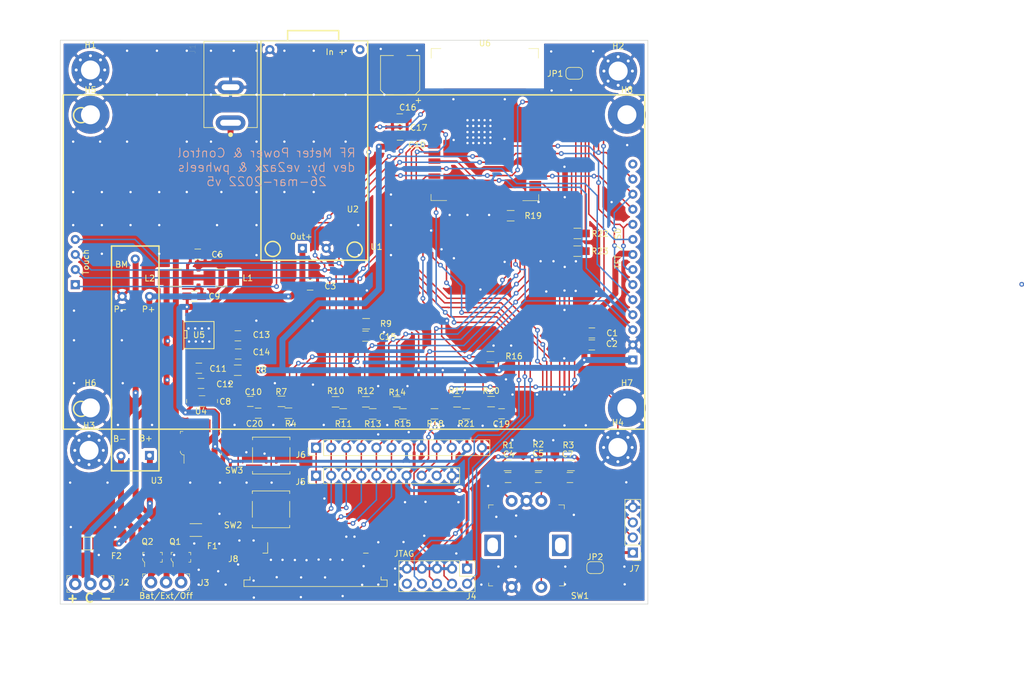
<source format=kicad_pcb>
(kicad_pcb (version 20171130) (host pcbnew "(5.1.10)-1")
  (layers (0 F.Cu signal) (31 B.Cu signal) (34 B.Paste user) (35 F.Paste user) (36 B.SilkS user) (37 F.SilkS user) (38 B.Mask user) (39 F.Mask user) (44 Edge.Cuts user))
  (net 0 "")
  (net 1 GND)
  (net 2 "Net-(F1-Pad1)")
  (net 3 "Net-(F1-Pad2)")
  (net 4 "Net-(F2-Pad1)")
  (net 5 CS_1)
  (net 6 RST)
  (net 7 DC)
  (net 8 CS_2)
  (net 9 "Net-(J3-Pad1)")
  (net 10 "Net-(J3-Pad3)")
  (net 11 SDA)
  (net 12 SCL)
  (net 13 CS_3)
  (net 14 CS_0)
  (net 15 SYNC)
  (net 16 ~RDY)
  (net 17 SWB)
  (net 18 SWA)
  (net 19 SWC)
  (net 20 "Net-(F2-Pad2)")
  (net 21 "Net-(C11-Pad1)")
  (net 22 "Net-(J2-Pad3)")
  (net 23 "Net-(J2-Pad2)")
  (net 24 V_MOSI)
  (net 25 V_MISO)
  (net 26 V_SCK)
  (net 27 H_SCK)
  (net 28 H_MISO)
  (net 29 H_MOSI)
  (net 30 MCU_3V3)
  (net 31 "Net-(C3-Pad1)")
  (net 32 "Net-(C6-Pad1)")
  (net 33 V_Ana)
  (net 34 "Net-(C10-Pad1)")
  (net 35 "Net-(C11-Pad2)")
  (net 36 EN)
  (net 37 "Net-(C19-Pad1)")
  (net 38 "Net-(J3-Pad2)")
  (net 39 "Net-(J5-Pad1)")
  (net 40 "Net-(J5-Pad2)")
  (net 41 "Net-(J5-Pad3)")
  (net 42 "Net-(J5-Pad4)")
  (net 43 "Net-(J5-Pad5)")
  (net 44 "Net-(J5-Pad6)")
  (net 45 "Net-(J7-Pad2)")
  (net 46 "Net-(J7-Pad3)")
  (net 47 "Net-(JP1-Pad1)")
  (net 48 "Net-(R19-Pad1)")
  (net 49 "Net-(R22-Pad2)")
  (net 50 "Net-(R23-Pad2)")
  (net 51 "Net-(C20-Pad1)")
  (net 52 "Net-(J7-Pad1)")
  (net 53 CS_4)
  (module Connector_FFC:TE_1-84952-6_1x16-1MP_P1.0mm_Horizontal (layer F.Cu) (at 73.5076 120.396)
    (fp_text reference J8 (at -13.87348 0.06604) (layer F.SilkS))
    (fp_text value "FFC MCU Interface")
    (pad MP smd rect (at 10.49 1) (size 2.68 3.6) (layers F.Cu F.Paste F.Mask) (net 1 GND))
    (pad MP smd rect (at -10.49 1) (size 2.68 3.6) (layers F.Cu F.Paste F.Mask) (net 1 GND))
    (pad 16 smd rect (at 7.5 -1.8) (size 0.61 2) (layers F.Cu F.Paste F.Mask) (net 33 V_Ana))
    (pad 15 smd rect (at 6.5 -1.8) (size 0.61 2) (layers F.Cu F.Paste F.Mask) (net 1 GND))
    (pad 14 smd rect (at 5.5 -1.8) (size 0.61 2) (layers F.Cu F.Paste F.Mask) (net 33 V_Ana))
    (pad 13 smd rect (at 4.5 -1.8) (size 0.61 2) (layers F.Cu F.Paste F.Mask) (net 1 GND))
    (pad 12 smd rect (at 3.5 -1.8) (size 0.61 2) (layers F.Cu F.Paste F.Mask) (net 44 "Net-(J5-Pad6)"))
    (pad 11 smd rect (at 2.5 -1.8) (size 0.61 2) (layers F.Cu F.Paste F.Mask) (net 1 GND))
    (pad 10 smd rect (at 1.5 -1.8) (size 0.61 2) (layers F.Cu F.Paste F.Mask) (net 43 "Net-(J5-Pad5)"))
    (pad 9 smd rect (at 0.5 -1.8) (size 0.61 2) (layers F.Cu F.Paste F.Mask) (net 1 GND))
    (pad 8 smd rect (at -0.5 -1.8) (size 0.61 2) (layers F.Cu F.Paste F.Mask) (net 42 "Net-(J5-Pad4)"))
    (pad 7 smd rect (at -1.5 -1.8) (size 0.61 2) (layers F.Cu F.Paste F.Mask) (net 1 GND))
    (pad 6 smd rect (at -2.5 -1.8) (size 0.61 2) (layers F.Cu F.Paste F.Mask) (net 41 "Net-(J5-Pad3)"))
    (pad 5 smd rect (at -3.5 -1.8) (size 0.61 2) (layers F.Cu F.Paste F.Mask) (net 1 GND))
    (pad 4 smd rect (at -4.5 -1.8) (size 0.61 2) (layers F.Cu F.Paste F.Mask) (net 40 "Net-(J5-Pad2)"))
    (pad 3 smd rect (at -5.5 -1.8) (size 0.61 2) (layers F.Cu F.Paste F.Mask) (net 1 GND))
    (pad 2 smd rect (at -6.5 -1.8) (size 0.61 2) (layers F.Cu F.Paste F.Mask) (net 39 "Net-(J5-Pad1)"))
    (pad 1 smd rect (at -7.5 -1.8) (size 0.61 2) (layers F.Cu F.Paste F.Mask) (net 1 GND))
  )
  (module Capacitors_SMD:C_0805_HandSoldering (layer F.Cu) (at 53.07076 76.17968)
    (fp_text reference C9 (at 3.38836 0.03048) (layer F.SilkS))
    (fp_text value 0.1)
    (pad 1 smd rect (at -1.25 0) (size 1.5 1.25) (layers F.Cu F.Paste F.Mask) (net 33 V_Ana))
    (pad 2 smd rect (at 1.25 0) (size 1.5 1.25) (layers F.Cu F.Paste F.Mask) (net 1 GND))
  )
  (module Buttons_Switches_SMD:SW_SPST_EVPBF (layer F.Cu) (at 66.03746 103.0351)
    (fp_text reference SW3 (at -6.2484 2.49936) (layer F.SilkS))
    (fp_text value Boot)
    (pad 1 smd rect (at 2.88 -2) (size 2.75 1) (layers F.Cu F.Paste F.Mask) (net 1 GND))
    (pad 1 smd rect (at -2.88 -2) (size 2.75 1) (layers F.Cu F.Paste F.Mask) (net 1 GND))
    (pad 2 smd rect (at -2.88 2) (size 2.75 1) (layers F.Cu F.Paste F.Mask) (net 51 "Net-(C20-Pad1)"))
    (pad 2 smd rect (at 2.88 2) (size 2.75 1) (layers F.Cu F.Paste F.Mask) (net 51 "Net-(C20-Pad1)"))
  )
  (module Resistors_SMD:R_0805_HandSoldering (layer F.Cu) (at 68.93432 95.89008 180)
    (fp_text reference R4 (at -0.38482 -1.7653) (layer F.SilkS))
    (fp_text value 470)
    (pad 1 smd rect (at -1.35 0 180) (size 1.5 1.3) (layers F.Cu F.Paste F.Mask) (net 5 CS_1))
    (pad 2 smd rect (at 1.35 0 180) (size 1.5 1.3) (layers F.Cu F.Paste F.Mask) (net 51 "Net-(C20-Pad1)"))
  )
  (module Jumper:SolderJumper-2_P1.3mm_Open_RoundedPad1.0x1.5mm (layer F.Cu) (at 120.62484 121.92508)
    (fp_text reference JP2 (at 0 -1.8) (layer F.SilkS))
    (fp_text value "3V3 Pwr")
    (pad 2 smd custom (at 0.65 0) (size 1 0.5) (layers F.Cu F.Mask) (net 52 "Net-(J7-Pad1)") (options (clearance outline) (anchor rect)) (primitives (gr_circle (center 0 0.25) (end 0.5 0.25) (width 0)) (gr_circle (center 0 -0.25) (end 0.5 -0.25) (width 0)) (gr_poly (pts (xy 0 -0.75) (xy -0.5 -0.75) (xy -0.5 0.75) (xy 0 0.75)) (width 0))))
    (pad 1 smd custom (at -0.65 0) (size 1 0.5) (layers F.Cu F.Mask) (net 30 MCU_3V3) (options (clearance outline) (anchor rect)) (primitives (gr_circle (center 0 0.25) (end 0.5 0.25) (width 0)) (gr_circle (center 0 -0.25) (end 0.5 -0.25) (width 0)) (gr_poly (pts (xy 0 -0.75) (xy 0.5 -0.75) (xy 0.5 0.75) (xy 0 0.75)) (width 0))))
  )
  (module Pin_Headers:Pin_Header_Straight_1x04_Pitch2.54mm (layer F.Cu) (at 126.98476 119.38508 180)
    (fp_text reference J7 (at -0.26924 -2.7178) (layer F.SilkS))
    (fp_text value Uart)
    (pad 1 thru_hole rect (at 0 0 180) (size 1.7 1.7) (drill 1) (layers *.Cu *.Mask) (net 52 "Net-(J7-Pad1)"))
    (pad 2 thru_hole oval (at 0 2.54 180) (size 1.7 1.7) (drill 1) (layers *.Cu *.Mask) (net 45 "Net-(J7-Pad2)"))
    (pad 3 thru_hole oval (at 0 5.08 180) (size 1.7 1.7) (drill 1) (layers *.Cu *.Mask) (net 46 "Net-(J7-Pad3)"))
    (pad 4 thru_hole oval (at 0 7.62 180) (size 1.7 1.7) (drill 1) (layers *.Cu *.Mask) (net 1 GND))
  )
  (module Capacitors_SMD:C_0805_HandSoldering (layer F.Cu) (at 63.83242 95.89008 180)
    (fp_text reference C20 (at 0.59912 -1.76784) (layer F.SilkS))
    (fp_text value 1n)
    (pad 1 smd rect (at -1.25 0 180) (size 1.5 1.25) (layers F.Cu F.Paste F.Mask) (net 51 "Net-(C20-Pad1)"))
    (pad 2 smd rect (at 1.25 0 180) (size 1.5 1.25) (layers F.Cu F.Paste F.Mask) (net 1 GND))
  )
  (module User:3.5_TFT (layer F.Cu) (at 79.98968 70.41642)
    (fp_text reference U2 (at -0.2 -8.9) (layer F.SilkS))
    (fp_text value MSP2807)
    (fp_text user Touch (at -45.2 0 270) (layer F.SilkS))
    (fp_text user "TFT / SD" (at 44.4881 -2.29616 90) (layer F.SilkS))
    (pad 1 thru_hole rect (at 46.994 16.51) (size 1.524 1.524) (drill 0.762) (layers *.Cu *.Mask) (net 30 MCU_3V3))
    (pad 2 thru_hole circle (at 46.994 13.97) (size 1.524 1.524) (drill 0.762) (layers *.Cu *.Mask) (net 1 GND))
    (pad 3 thru_hole circle (at 46.994 11.43) (size 1.524 1.524) (drill 0.762) (layers *.Cu *.Mask) (net 5 CS_1))
    (pad 4 thru_hole circle (at 46.994 8.89) (size 1.524 1.524) (drill 0.762) (layers *.Cu *.Mask) (net 6 RST))
    (pad 5 thru_hole circle (at 46.994 6.35) (size 1.524 1.524) (drill 0.762) (layers *.Cu *.Mask) (net 7 DC))
    (pad 6 thru_hole circle (at 46.994 3.81) (size 1.524 1.524) (drill 0.762) (layers *.Cu *.Mask) (net 24 V_MOSI))
    (pad 7 thru_hole circle (at 46.994 1.27) (size 1.524 1.524) (drill 0.762) (layers *.Cu *.Mask) (net 26 V_SCK))
    (pad 14 thru_hole circle (at 46.994 -16.51) (size 1.524 1.524) (drill 0.762) (layers *.Cu *.Mask))
    (pad 13 thru_hole circle (at 46.994 -13.97) (size 1.524 1.524) (drill 0.762) (layers *.Cu *.Mask) (net 25 V_MISO))
    (pad 12 thru_hole circle (at 46.994 -11.43) (size 1.524 1.524) (drill 0.762) (layers *.Cu *.Mask) (net 24 V_MOSI))
    (pad 11 thru_hole circle (at 46.994 -8.89) (size 1.524 1.524) (drill 0.762) (layers *.Cu *.Mask) (net 8 CS_2))
    (pad 10 thru_hole circle (at 46.994 -6.35) (size 1.524 1.524) (drill 0.762) (layers *.Cu *.Mask) (net 26 V_SCK))
    (pad 9 thru_hole circle (at 46.994 -3.81) (size 1.524 1.524) (drill 0.762) (layers *.Cu *.Mask) (net 47 "Net-(JP1-Pad1)"))
    (pad 8 thru_hole circle (at 46.994 -1.27) (size 1.524 1.524) (drill 0.762) (layers *.Cu *.Mask) (net 30 MCU_3V3))
    (pad 4_4 thru_hole circle (at -46.978 -3.81) (size 1.524 1.524) (drill 0.762) (layers *.Cu *.Mask) (net 26 V_SCK))
    (pad 4_3 thru_hole circle (at -46.978 -1.27) (size 1.524 1.524) (drill 0.762) (layers *.Cu *.Mask) (net 25 V_MISO))
    (pad 4_1 thru_hole rect (at -46.978 3.81) (size 1.524 1.524) (drill 0.762) (layers *.Cu *.Mask) (net 13 CS_3))
    (pad 4_2 thru_hole circle (at -46.978 1.27) (size 1.524 1.524) (drill 0.762) (layers *.Cu *.Mask) (net 24 V_MOSI))
  )
  (module DigiKey:SOT-223-4 (layer F.Cu) (at 54.18582 100.92944)
    (fp_text reference U4 (at 0 -5.375) (layer F.SilkS))
    (fp_text value AMS1117-3.3)
    (pad 4 smd rect (at 0 -2.9) (size 3.25 2.15) (layers F.Cu F.Paste F.Mask))
    (pad 1 smd rect (at -2.3 2.9) (size 0.95 2.15) (layers F.Cu F.Paste F.Mask) (net 1 GND))
    (pad 2 smd rect (at 0 2.9) (size 0.95 2.15) (layers F.Cu F.Paste F.Mask) (net 21 "Net-(C11-Pad1)"))
    (pad 3 smd rect (at 2.3 2.9) (size 0.95 2.15) (layers F.Cu F.Paste F.Mask) (net 33 V_Ana))
  )
  (module Resistors_SMD:R_0805_HandSoldering (layer F.Cu) (at 103.0897 93.93936)
    (fp_text reference R20 (at -0.00634 -1.81356) (layer F.SilkS))
    (fp_text value 10K)
    (pad 1 smd rect (at -1.35 0) (size 1.5 1.3) (layers F.Cu F.Paste F.Mask) (net 37 "Net-(C19-Pad1)"))
    (pad 2 smd rect (at 1.35 0) (size 1.5 1.3) (layers F.Cu F.Paste F.Mask) (net 1 GND))
  )
  (module Inductors_SMD:L_1210_HandSoldering (layer F.Cu) (at 49.93132 73.02754 180)
    (fp_text reference L2 (at 4.38658 -0.1397) (layer F.SilkS))
    (fp_text value "8.4 mH")
    (pad 1 smd rect (at -2 0 180) (size 2 2.5) (layers F.Cu F.Paste F.Mask) (net 32 "Net-(C6-Pad1)"))
    (pad 2 smd rect (at 2 0 180) (size 2 2.5) (layers F.Cu F.Paste F.Mask) (net 38 "Net-(J3-Pad2)"))
  )
  (module Inductors_SMD:L_1210_HandSoldering (layer F.Cu) (at 57.6265 73.07072 180)
    (fp_text reference L1 (at -4.4511 -0.04572) (layer F.SilkS))
    (fp_text value "8.4 mH")
    (pad 1 smd rect (at -2 0 180) (size 2 2.5) (layers F.Cu F.Paste F.Mask) (net 33 V_Ana))
    (pad 2 smd rect (at 2 0 180) (size 2 2.5) (layers F.Cu F.Paste F.Mask) (net 32 "Net-(C6-Pad1)"))
  )
  (module Capacitors_SMD:C_0805_HandSoldering (layer F.Cu) (at 104.86036 95.98838)
    (fp_text reference C19 (at -0.03964 1.72796) (layer F.SilkS))
    (fp_text value 1n)
    (pad 1 smd rect (at -1.25 0) (size 1.5 1.25) (layers F.Cu F.Paste F.Mask) (net 37 "Net-(C19-Pad1)"))
    (pad 2 smd rect (at 1.25 0) (size 1.5 1.25) (layers F.Cu F.Paste F.Mask) (net 1 GND))
  )
  (module Capacitors_SMD:CP_Elec_6.3x5.7 (layer F.Cu) (at 87.75954 38.91026 90)
    (fp_text reference C16 (at -5.44322 1.29286 180) (layer F.SilkS))
    (fp_text value 100u)
    (fp_text user + (at -4.28 3.01 90) (layer F.SilkS))
    (pad 1 smd rect (at -2.7 0 270) (size 3.5 1.6) (layers F.Cu F.Paste F.Mask) (net 30 MCU_3V3))
    (pad 2 smd rect (at 2.7 0 270) (size 3.5 1.6) (layers F.Cu F.Paste F.Mask) (net 1 GND))
  )
  (module DigiKey:ESP32-WROOM-32D (layer F.Cu) (at 102.03942 50.22088)
    (fp_text reference U6 (at 0.01 -16.69) (layer F.SilkS))
    (fp_text value ESP32-WROOM-32)
    (pad 39 smd rect (at -1 -1.755) (size 5 5) (layers F.Cu F.Paste F.Mask) (net 1 GND))
    (pad 25 smd rect (at 8.5 8.255) (size 2 0.9) (layers F.Cu F.Paste F.Mask) (net 5 CS_1))
    (pad 26 smd rect (at 8.5 6.985) (size 2 0.9) (layers F.Cu F.Paste F.Mask) (net 16 ~RDY))
    (pad 27 smd rect (at 8.5 5.715) (size 2 0.9) (layers F.Cu F.Paste F.Mask) (net 8 CS_2))
    (pad 28 smd rect (at 8.5 4.445) (size 2 0.9) (layers F.Cu F.Paste F.Mask) (net 15 SYNC))
    (pad 29 smd rect (at 8.5 3.175) (size 2 0.9) (layers F.Cu F.Paste F.Mask) (net 14 CS_0))
    (pad 30 smd rect (at 8.5 1.905) (size 2 0.9) (layers F.Cu F.Paste F.Mask) (net 26 V_SCK))
    (pad 31 smd rect (at 8.5 0.635) (size 2 0.9) (layers F.Cu F.Paste F.Mask) (net 25 V_MISO))
    (pad 32 smd rect (at 8.5 -0.635) (size 2 0.9) (layers F.Cu F.Paste F.Mask))
    (pad 33 smd rect (at 8.5 -1.905) (size 2 0.9) (layers F.Cu F.Paste F.Mask) (net 11 SDA))
    (pad 34 smd rect (at 8.5 -3.175) (size 2 0.9) (layers F.Cu F.Paste F.Mask) (net 50 "Net-(R23-Pad2)"))
    (pad 35 smd rect (at 8.5 -4.445) (size 2 0.9) (layers F.Cu F.Paste F.Mask) (net 49 "Net-(R22-Pad2)"))
    (pad 36 smd rect (at 8.5 -5.715) (size 2 0.9) (layers F.Cu F.Paste F.Mask) (net 12 SCL))
    (pad 37 smd rect (at 8.5 -6.985) (size 2 0.9) (layers F.Cu F.Paste F.Mask) (net 24 V_MOSI))
    (pad 38 smd rect (at 8.5 -8.255) (size 2 0.9) (layers F.Cu F.Paste F.Mask) (net 1 GND))
    (pad 14 smd rect (at -8.5 8.255) (size 2 0.9) (layers F.Cu F.Paste F.Mask) (net 28 H_MISO))
    (pad 13 smd rect (at -8.5 6.985) (size 2 0.9) (layers F.Cu F.Paste F.Mask) (net 27 H_SCK))
    (pad 12 smd rect (at -8.5 5.715) (size 2 0.9) (layers F.Cu F.Paste F.Mask) (net 37 "Net-(C19-Pad1)"))
    (pad 11 smd rect (at -8.5 4.445) (size 2 0.9) (layers F.Cu F.Paste F.Mask) (net 7 DC))
    (pad 10 smd rect (at -8.5 3.175) (size 2 0.9) (layers F.Cu F.Paste F.Mask) (net 6 RST))
    (pad 9 smd rect (at -8.5 1.905) (size 2 0.9) (layers F.Cu F.Paste F.Mask) (net 18 SWA))
    (pad 8 smd rect (at -8.5 0.635) (size 2 0.9) (layers F.Cu F.Paste F.Mask) (net 13 CS_3))
    (pad 7 smd rect (at -8.5 -0.635) (size 2 0.9) (layers F.Cu F.Paste F.Mask) (net 19 SWC))
    (pad 6 smd rect (at -8.5 -1.905) (size 2 0.9) (layers F.Cu F.Paste F.Mask) (net 17 SWB))
    (pad 5 smd rect (at -8.5 -3.175) (size 2 0.9) (layers F.Cu F.Paste F.Mask))
    (pad 4 smd rect (at -8.5 -4.445) (size 2 0.9) (layers F.Cu F.Paste F.Mask))
    (pad 3 smd rect (at -8.5 -5.715) (size 2 0.9) (layers F.Cu F.Paste F.Mask) (net 36 EN))
    (pad 2 smd rect (at -8.5 -6.985) (size 2 0.9) (layers F.Cu F.Paste F.Mask) (net 30 MCU_3V3))
    (pad 24 smd rect (at 5.715 9.255 90) (size 2 0.9) (layers F.Cu F.Paste F.Mask) (net 48 "Net-(R19-Pad1)"))
    (pad 23 smd rect (at 4.445 9.255 90) (size 2 0.9) (layers F.Cu F.Paste F.Mask) (net 53 CS_4))
    (pad 22 smd rect (at 3.175 9.255 90) (size 2 0.9) (layers F.Cu F.Paste F.Mask))
    (pad 21 smd rect (at 1.905 9.255 90) (size 2 0.9) (layers F.Cu F.Paste F.Mask))
    (pad 20 smd rect (at 0.635 9.255 90) (size 2 0.9) (layers F.Cu F.Paste F.Mask))
    (pad 19 smd rect (at -0.635 9.255 90) (size 2 0.9) (layers F.Cu F.Paste F.Mask))
    (pad 18 smd rect (at -1.905 9.255 90) (size 2 0.9) (layers F.Cu F.Paste F.Mask))
    (pad 17 smd rect (at -3.175 9.255 90) (size 2 0.9) (layers F.Cu F.Paste F.Mask))
    (pad 16 smd rect (at -4.445 9.255 90) (size 2 0.9) (layers F.Cu F.Paste F.Mask) (net 29 H_MOSI))
    (pad 15 smd rect (at -5.715 9.255 90) (size 2 0.9) (layers F.Cu F.Paste F.Mask) (net 1 GND))
    (pad 1 smd rect (at -8.5 -8.255) (size 2 0.9) (layers F.Cu F.Paste F.Mask) (net 1 GND))
  )
  (module Resistors_SMD:R_0805_HandSoldering (layer F.Cu) (at 117.60834 68.57746)
    (fp_text reference R23 (at 3.80874 0.01778) (layer F.SilkS))
    (fp_text value 0)
    (pad 1 smd rect (at -1.35 0) (size 1.5 1.3) (layers F.Cu F.Paste F.Mask) (net 46 "Net-(J7-Pad3)"))
    (pad 2 smd rect (at 1.35 0) (size 1.5 1.3) (layers F.Cu F.Paste F.Mask) (net 50 "Net-(R23-Pad2)"))
  )
  (module Resistors_SMD:R_0805_HandSoldering (layer F.Cu) (at 117.63882 65.59804)
    (fp_text reference R22 (at 3.80874 0.04572) (layer F.SilkS))
    (fp_text value 0)
    (pad 1 smd rect (at -1.35 0) (size 1.5 1.3) (layers F.Cu F.Paste F.Mask) (net 45 "Net-(J7-Pad2)"))
    (pad 2 smd rect (at 1.35 0) (size 1.5 1.3) (layers F.Cu F.Paste F.Mask) (net 49 "Net-(R22-Pad2)"))
  )
  (module Resistors_SMD:R_0805_HandSoldering (layer F.Cu) (at 106.39298 62.611 180)
    (fp_text reference R19 (at -3.79222 -0.00254) (layer F.SilkS))
    (fp_text value NC)
    (pad 1 smd rect (at -1.35 0 180) (size 1.5 1.3) (layers F.Cu F.Paste F.Mask) (net 48 "Net-(R19-Pad1)"))
    (pad 2 smd rect (at 1.35 0 180) (size 1.5 1.3) (layers F.Cu F.Paste F.Mask) (net 1 GND))
  )
  (module Resistors_SMD:R_0805_HandSoldering (layer F.Cu) (at 102.97794 86.37524 180)
    (fp_text reference R16 (at -3.98146 0.0762) (layer F.SilkS))
    (fp_text value NC)
    (pad 1 smd rect (at -1.35 0 180) (size 1.5 1.3) (layers F.Cu F.Paste F.Mask) (net 30 MCU_3V3))
    (pad 2 smd rect (at 1.35 0 180) (size 1.5 1.3) (layers F.Cu F.Paste F.Mask) (net 5 CS_1))
  )
  (module Resistors_SMD:R_0805_HandSoldering (layer F.Cu) (at 82.0331 80.81772 180)
    (fp_text reference R9 (at -3.3363 0.0127) (layer F.SilkS))
    (fp_text value 12K)
    (pad 1 smd rect (at -1.35 0 180) (size 1.5 1.3) (layers F.Cu F.Paste F.Mask) (net 30 MCU_3V3))
    (pad 2 smd rect (at 1.35 0 180) (size 1.5 1.3) (layers F.Cu F.Paste F.Mask) (net 36 EN))
  )
  (module Jumper:SolderJumper-2_P1.3mm_Open_RoundedPad1.0x1.5mm (layer F.Cu) (at 117.09654 38.60546 180)
    (fp_text reference JP1 (at 3.20294 -0.05842) (layer F.SilkS))
    (fp_text value "SDO En")
    (pad 2 smd custom (at 0.65 0 180) (size 1 0.5) (layers F.Cu F.Mask) (net 25 V_MISO) (options (clearance outline) (anchor rect)) (primitives (gr_circle (center 0 0.25) (end 0.5 0.25) (width 0)) (gr_circle (center 0 -0.25) (end 0.5 -0.25) (width 0)) (gr_poly (pts (xy 0 -0.75) (xy -0.5 -0.75) (xy -0.5 0.75) (xy 0 0.75)) (width 0))))
    (pad 1 smd custom (at -0.65 0 180) (size 1 0.5) (layers F.Cu F.Mask) (net 47 "Net-(JP1-Pad1)") (options (clearance outline) (anchor rect)) (primitives (gr_circle (center 0 0.25) (end 0.5 0.25) (width 0)) (gr_circle (center 0 -0.25) (end 0.5 -0.25) (width 0)) (gr_poly (pts (xy 0 -0.75) (xy 0.5 -0.75) (xy 0.5 0.75) (xy 0 0.75)) (width 0))))
  )
  (module Capacitors_SMD:C_0805_HandSoldering (layer F.Cu) (at 87.75732 49.0347 180)
    (fp_text reference C18 (at -2.82416 -1.68656) (layer F.SilkS))
    (fp_text value 0.1)
    (pad 1 smd rect (at -1.25 0 180) (size 1.5 1.25) (layers F.Cu F.Paste F.Mask) (net 30 MCU_3V3))
    (pad 2 smd rect (at 1.25 0 180) (size 1.5 1.25) (layers F.Cu F.Paste F.Mask) (net 1 GND))
  )
  (module Capacitors_SMD:C_0805_HandSoldering (layer F.Cu) (at 87.69826 46.28896 180)
    (fp_text reference C17 (at -3.19818 -1.47574) (layer F.SilkS))
    (fp_text value 10u)
    (pad 1 smd rect (at -1.25 0 180) (size 1.5 1.25) (layers F.Cu F.Paste F.Mask) (net 30 MCU_3V3))
    (pad 2 smd rect (at 1.25 0 180) (size 1.5 1.25) (layers F.Cu F.Paste F.Mask) (net 1 GND))
  )
  (module Capacitors_SMD:C_0805_HandSoldering (layer F.Cu) (at 81.92516 82.91068)
    (fp_text reference C15 (at 3.7211 0.09652) (layer F.SilkS))
    (fp_text value 1n)
    (pad 1 smd rect (at -1.25 0) (size 1.5 1.25) (layers F.Cu F.Paste F.Mask) (net 36 EN))
    (pad 2 smd rect (at 1.25 0) (size 1.5 1.25) (layers F.Cu F.Paste F.Mask) (net 1 GND))
  )
  (module Capacitors_SMD:C_0805_HandSoldering (layer F.Cu) (at 120.06802 84.38642)
    (fp_text reference C2 (at 3.37852 -0.18542) (layer F.SilkS))
    (fp_text value 10u)
    (pad 1 smd rect (at -1.25 0) (size 1.5 1.25) (layers F.Cu F.Paste F.Mask) (net 30 MCU_3V3))
    (pad 2 smd rect (at 1.25 0) (size 1.5 1.25) (layers F.Cu F.Paste F.Mask) (net 1 GND))
  )
  (module Capacitors_SMD:C_0805_HandSoldering (layer F.Cu) (at 120.08358 82.36712)
    (fp_text reference C1 (at 3.41884 0.0254) (layer F.SilkS))
    (fp_text value 0.1)
    (pad 1 smd rect (at -1.25 0) (size 1.5 1.25) (layers F.Cu F.Paste F.Mask) (net 30 MCU_3V3))
    (pad 2 smd rect (at 1.25 0) (size 1.5 1.25) (layers F.Cu F.Paste F.Mask) (net 1 GND))
  )
  (module Mounting_Holes:MountingHole_3.2mm_M3_Pad (layer F.Cu) (at 125.984 45.593)
    (fp_text reference H8 (at 0 -4.2) (layer F.SilkS))
    (fp_text value MH)
    (pad 1 thru_hole circle (at 0 0) (size 6.4 6.4) (drill 3.2) (layers *.Cu *.Mask) (net 1 GND))
  )
  (module Mounting_Holes:MountingHole_3.2mm_M3_Pad (layer F.Cu) (at 125.984 94.996)
    (fp_text reference H7 (at 0 -4.2) (layer F.SilkS))
    (fp_text value MH)
    (pad 1 thru_hole circle (at 0 0) (size 6.4 6.4) (drill 3.2) (layers *.Cu *.Mask) (net 1 GND))
  )
  (module Mounting_Holes:MountingHole_3.2mm_M3_Pad (layer F.Cu) (at 35.56508 94.996)
    (fp_text reference H6 (at 0 -4.2) (layer F.SilkS))
    (fp_text value MH)
    (pad 1 thru_hole circle (at 0 0) (size 6.4 6.4) (drill 3.2) (layers *.Cu *.Mask) (net 1 GND))
  )
  (module Mounting_Holes:MountingHole_3.2mm_M3_Pad (layer F.Cu) (at 35.56508 45.593)
    (fp_text reference H5 (at 0 -4.2) (layer F.SilkS))
    (fp_text value MH)
    (pad 1 thru_hole circle (at 0 0) (size 6.4 6.4) (drill 3.2) (layers *.Cu *.Mask) (net 1 GND))
  )
  (module Mounting_Holes:MountingHole_3.2mm_M3_Pad_Via (layer F.Cu) (at 124.46254 101.67112)
    (fp_text reference H4 (at 0 -4.2) (layer F.SilkS))
    (fp_text value MH)
    (pad 1 thru_hole circle (at 0 0) (size 6.4 6.4) (drill 3.2) (layers *.Cu *.Mask) (net 1 GND))
    (pad 1 thru_hole circle (at 2.4 0) (size 0.8 0.8) (drill 0.5) (layers *.Cu *.Mask) (net 1 GND))
    (pad 1 thru_hole circle (at 1.697056 1.697056) (size 0.8 0.8) (drill 0.5) (layers *.Cu *.Mask) (net 1 GND))
    (pad 1 thru_hole circle (at 0 2.4) (size 0.8 0.8) (drill 0.5) (layers *.Cu *.Mask) (net 1 GND))
    (pad 1 thru_hole circle (at -1.697056 1.697056) (size 0.8 0.8) (drill 0.5) (layers *.Cu *.Mask) (net 1 GND))
    (pad 1 thru_hole circle (at -2.4 0) (size 0.8 0.8) (drill 0.5) (layers *.Cu *.Mask) (net 1 GND))
    (pad 1 thru_hole circle (at -1.697056 -1.697056) (size 0.8 0.8) (drill 0.5) (layers *.Cu *.Mask) (net 1 GND))
    (pad 1 thru_hole circle (at 0 -2.4) (size 0.8 0.8) (drill 0.5) (layers *.Cu *.Mask) (net 1 GND))
    (pad 1 thru_hole circle (at 1.697056 -1.697056) (size 0.8 0.8) (drill 0.5) (layers *.Cu *.Mask) (net 1 GND))
  )
  (module Mounting_Holes:MountingHole_3.2mm_M3_Pad_Via (layer F.Cu) (at 35.32886 102.16134)
    (fp_text reference H3 (at 0 -4.2) (layer F.SilkS))
    (fp_text value MH)
    (pad 1 thru_hole circle (at 0 0) (size 6.4 6.4) (drill 3.2) (layers *.Cu *.Mask) (net 1 GND))
    (pad 1 thru_hole circle (at 2.4 0) (size 0.8 0.8) (drill 0.5) (layers *.Cu *.Mask) (net 1 GND))
    (pad 1 thru_hole circle (at 1.697056 1.697056) (size 0.8 0.8) (drill 0.5) (layers *.Cu *.Mask) (net 1 GND))
    (pad 1 thru_hole circle (at 0 2.4) (size 0.8 0.8) (drill 0.5) (layers *.Cu *.Mask) (net 1 GND))
    (pad 1 thru_hole circle (at -1.697056 1.697056) (size 0.8 0.8) (drill 0.5) (layers *.Cu *.Mask) (net 1 GND))
    (pad 1 thru_hole circle (at -2.4 0) (size 0.8 0.8) (drill 0.5) (layers *.Cu *.Mask) (net 1 GND))
    (pad 1 thru_hole circle (at -1.697056 -1.697056) (size 0.8 0.8) (drill 0.5) (layers *.Cu *.Mask) (net 1 GND))
    (pad 1 thru_hole circle (at 0 -2.4) (size 0.8 0.8) (drill 0.5) (layers *.Cu *.Mask) (net 1 GND))
    (pad 1 thru_hole circle (at 1.697056 -1.697056) (size 0.8 0.8) (drill 0.5) (layers *.Cu *.Mask) (net 1 GND))
  )
  (module Mounting_Holes:MountingHole_3.2mm_M3_Pad_Via (layer F.Cu) (at 124.5108 38.227)
    (fp_text reference H2 (at 0 -4.2) (layer F.SilkS))
    (fp_text value MH)
    (pad 1 thru_hole circle (at 0 0) (size 6.4 6.4) (drill 3.2) (layers *.Cu *.Mask) (net 1 GND))
    (pad 1 thru_hole circle (at 2.4 0) (size 0.8 0.8) (drill 0.5) (layers *.Cu *.Mask) (net 1 GND))
    (pad 1 thru_hole circle (at 1.697056 1.697056) (size 0.8 0.8) (drill 0.5) (layers *.Cu *.Mask) (net 1 GND))
    (pad 1 thru_hole circle (at 0 2.4) (size 0.8 0.8) (drill 0.5) (layers *.Cu *.Mask) (net 1 GND))
    (pad 1 thru_hole circle (at -1.697056 1.697056) (size 0.8 0.8) (drill 0.5) (layers *.Cu *.Mask) (net 1 GND))
    (pad 1 thru_hole circle (at -2.4 0) (size 0.8 0.8) (drill 0.5) (layers *.Cu *.Mask) (net 1 GND))
    (pad 1 thru_hole circle (at -1.697056 -1.697056) (size 0.8 0.8) (drill 0.5) (layers *.Cu *.Mask) (net 1 GND))
    (pad 1 thru_hole circle (at 0 -2.4) (size 0.8 0.8) (drill 0.5) (layers *.Cu *.Mask) (net 1 GND))
    (pad 1 thru_hole circle (at 1.697056 -1.697056) (size 0.8 0.8) (drill 0.5) (layers *.Cu *.Mask) (net 1 GND))
  )
  (module Mounting_Holes:MountingHole_3.2mm_M3_Pad_Via (layer F.Cu) (at 35.56508 38.04412)
    (fp_text reference H1 (at 0 -4.2) (layer F.SilkS))
    (fp_text value MH)
    (pad 1 thru_hole circle (at 0 0) (size 6.4 6.4) (drill 3.2) (layers *.Cu *.Mask) (net 1 GND))
    (pad 1 thru_hole circle (at 2.4 0) (size 0.8 0.8) (drill 0.5) (layers *.Cu *.Mask) (net 1 GND))
    (pad 1 thru_hole circle (at 1.697056 1.697056) (size 0.8 0.8) (drill 0.5) (layers *.Cu *.Mask) (net 1 GND))
    (pad 1 thru_hole circle (at 0 2.4) (size 0.8 0.8) (drill 0.5) (layers *.Cu *.Mask) (net 1 GND))
    (pad 1 thru_hole circle (at -1.697056 1.697056) (size 0.8 0.8) (drill 0.5) (layers *.Cu *.Mask) (net 1 GND))
    (pad 1 thru_hole circle (at -2.4 0) (size 0.8 0.8) (drill 0.5) (layers *.Cu *.Mask) (net 1 GND))
    (pad 1 thru_hole circle (at -1.697056 -1.697056) (size 0.8 0.8) (drill 0.5) (layers *.Cu *.Mask) (net 1 GND))
    (pad 1 thru_hole circle (at 0 -2.4) (size 0.8 0.8) (drill 0.5) (layers *.Cu *.Mask) (net 1 GND))
    (pad 1 thru_hole circle (at 1.697056 -1.697056) (size 0.8 0.8) (drill 0.5) (layers *.Cu *.Mask) (net 1 GND))
  )
  (module Resistors_SMD:R_0805_HandSoldering (layer F.Cu) (at 60.3885 88.646 180)
    (fp_text reference R8 (at -3.8735 0.0635) (layer F.SilkS))
    (fp_text value 0)
    (pad 1 smd rect (at -1.35 0 180) (size 1.5 1.3) (layers F.Cu F.Paste F.Mask) (net 30 MCU_3V3))
    (pad 2 smd rect (at 1.35 0 180) (size 1.5 1.3) (layers F.Cu F.Paste F.Mask) (net 21 "Net-(C11-Pad1)"))
  )
  (module Capacitors_SMD:C_0805_HandSoldering (layer F.Cu) (at 53.6502 69.0753)
    (fp_text reference C6 (at 3.28898 0.07112) (layer F.SilkS))
    (fp_text value 10u)
    (pad 1 smd rect (at -1.25 0) (size 1.5 1.25) (layers F.Cu F.Paste F.Mask) (net 32 "Net-(C6-Pad1)"))
    (pad 2 smd rect (at 1.25 0) (size 1.5 1.25) (layers F.Cu F.Paste F.Mask) (net 1 GND))
  )
  (module Capacitors_SMD:C_0805_HandSoldering (layer F.Cu) (at 54.1995 90.8685)
    (fp_text reference C12 (at 4.03 0.127) (layer F.SilkS))
    (fp_text value 10u)
    (pad 1 smd rect (at -1.25 0) (size 1.5 1.25) (layers F.Cu F.Paste F.Mask) (net 21 "Net-(C11-Pad1)"))
    (pad 2 smd rect (at 1.25 0) (size 1.5 1.25) (layers F.Cu F.Paste F.Mask) (net 1 GND))
  )
  (module Capacitors_SMD:C_0805_HandSoldering (layer F.Cu) (at 60.464 85.91 180)
    (fp_text reference C14 (at -3.925 0.312) (layer F.SilkS))
    (fp_text value 10u)
    (pad 1 smd rect (at -1.25 0 180) (size 1.5 1.25) (layers F.Cu F.Paste F.Mask) (net 30 MCU_3V3))
    (pad 2 smd rect (at 1.25 0 180) (size 1.5 1.25) (layers F.Cu F.Paste F.Mask) (net 1 GND))
  )
  (module Capacitors_SMD:C_0805_HandSoldering (layer F.Cu) (at 72.58844 74.30516)
    (fp_text reference C3 (at 3.3982 0.18796) (layer F.SilkS))
    (fp_text value 10uF)
    (pad 1 smd rect (at -1.25 0) (size 1.5 1.25) (layers F.Cu F.Paste F.Mask) (net 31 "Net-(C3-Pad1)"))
    (pad 2 smd rect (at 1.25 0) (size 1.5 1.25) (layers F.Cu F.Paste F.Mask) (net 1 GND))
  )
  (module Pin_Headers:Pin_Header_Straight_2x05_Pitch2.54mm (layer F.Cu) (at 99.05492 122.09526 270)
    (fp_text reference J4 (at 4.67106 -0.6985 180) (layer F.SilkS))
    (fp_text value JTAG (at -2.52222 10.63244 180) (layer F.SilkS))
    (pad 1 thru_hole rect (at 0 0 270) (size 1.7 1.7) (drill 1) (layers *.Cu *.Mask) (net 30 MCU_3V3))
    (pad 2 thru_hole oval (at 2.54 0 270) (size 1.7 1.7) (drill 1) (layers *.Cu *.Mask) (net 27 H_SCK))
    (pad 3 thru_hole oval (at 0 2.54 270) (size 1.7 1.7) (drill 1) (layers *.Cu *.Mask) (net 1 GND))
    (pad 4 thru_hole oval (at 2.54 2.54 270) (size 1.7 1.7) (drill 1) (layers *.Cu *.Mask) (net 29 H_MOSI))
    (pad 5 thru_hole oval (at 0 5.08 270) (size 1.7 1.7) (drill 1) (layers *.Cu *.Mask) (net 1 GND))
    (pad 6 thru_hole oval (at 2.54 5.08 270) (size 1.7 1.7) (drill 1) (layers *.Cu *.Mask) (net 53 CS_4))
    (pad 7 thru_hole oval (at 0 7.62 270) (size 1.7 1.7) (drill 1) (layers *.Cu *.Mask) (net 1 GND))
    (pad 8 thru_hole oval (at 2.54 7.62 270) (size 1.7 1.7) (drill 1) (layers *.Cu *.Mask) (net 28 H_MISO))
    (pad 9 thru_hole oval (at 0 10.16 270) (size 1.7 1.7) (drill 1) (layers *.Cu *.Mask) (net 1 GND))
    (pad 10 thru_hole oval (at 2.54 10.16 270) (size 1.7 1.7) (drill 1) (layers *.Cu *.Mask))
  )
  (module User:HX-2S-A10 (layer F.Cu) (at 43.1165 86.614 180)
    (fp_text reference U3 (at -3.62458 -20.63496 180) (layer F.SilkS))
    (fp_text value BMS_Li-Ion)
    (fp_text user B- (at 2.6 -13.6 180) (layer F.SilkS))
    (fp_text user P- (at 2.5 8.25 180) (layer F.SilkS))
    (fp_text user BM (at 2.30378 15.78864 180) (layer F.SilkS))
    (fp_text user B+ (at -1.8 -13.5 180) (layer F.SilkS))
    (fp_text user P+ (at -2.25 8.25 180) (layer F.SilkS))
    (pad 5 thru_hole circle (at 2.2 10.4 180) (size 1.524 1.524) (drill 0.762) (layers *.Cu *.Mask) (net 1 GND))
    (pad 4 thru_hole circle (at -2.4 10.4 180) (size 1.524 1.524) (drill 0.762) (layers *.Cu *.Mask) (net 31 "Net-(C3-Pad1)"))
    (pad 3 thru_hole circle (at 2.4 -16.5 180) (size 1.524 1.524) (drill 0.762) (layers *.Cu *.Mask) (net 22 "Net-(J2-Pad3)"))
    (pad 1 thru_hole rect (at -2.4 -16.4 180) (size 1.524 1.524) (drill 0.762) (layers *.Cu *.Mask) (net 20 "Net-(F2-Pad2)"))
    (pad 2 thru_hole circle (at 0 16.7 180) (size 1.524 1.524) (drill 0.762) (layers *.Cu *.Mask) (net 23 "Net-(J2-Pad2)"))
  )
  (module Resistors_SMD:R_0805_HandSoldering (layer F.Cu) (at 81.99 93.98)
    (fp_text reference R12 (at -0.0115 -1.8415) (layer F.SilkS))
    (fp_text value 33)
    (pad 1 smd rect (at -1.35 0.02) (size 1.5 1.3) (layers F.Cu F.Paste F.Mask) (net 26 V_SCK))
    (pad 2 smd rect (at 1.35 0) (size 1.5 1.3) (layers F.Cu F.Paste F.Mask) (net 41 "Net-(J5-Pad3)"))
  )
  (module User:USB-C_Charge_2S (layer F.Cu) (at 73.3 51.61 180)
    (fp_text reference U1 (at -10.47682 -16.23594) (layer F.SilkS))
    (fp_text value USB_C_Charge_2S)
    (fp_text user Out+ (at 2.2 -14.5) (layer F.SilkS))
    (fp_text user "In +" (at -3.6 16.6) (layer F.SilkS))
    (pad 2 thru_hole circle (at -2 -16.5 180) (size 1.524 1.524) (drill 0.762) (layers *.Cu *.Mask) (net 1 GND))
    (pad 1 thru_hole rect (at 2 -16.5 180) (size 1.524 1.524) (drill 0.762) (layers *.Cu *.Mask) (net 31 "Net-(C3-Pad1)"))
    (pad 4 thru_hole circle (at -7.7 17 180) (size 1.524 1.524) (drill 0.762) (layers *.Cu *.Mask))
    (pad 3 thru_hole circle (at 7.5 17 180) (size 1.524 1.524) (drill 0.762) (layers *.Cu *.Mask) (net 1 GND))
  )
  (module Buttons_Switches_SMD:SW_SPST_EVPBF (layer F.Cu) (at 65.99936 112.09528)
    (fp_text reference SW2 (at -6.39826 2.66446) (layer F.SilkS))
    (fp_text value Reset)
    (pad 1 smd rect (at 2.88 -2) (size 2.75 1) (layers F.Cu F.Paste F.Mask) (net 1 GND))
    (pad 1 smd rect (at -2.88 -2) (size 2.75 1) (layers F.Cu F.Paste F.Mask) (net 1 GND))
    (pad 2 smd rect (at -2.88 2) (size 2.75 1) (layers F.Cu F.Paste F.Mask) (net 34 "Net-(C10-Pad1)"))
    (pad 2 smd rect (at 2.88 2) (size 2.75 1) (layers F.Cu F.Paste F.Mask) (net 34 "Net-(C10-Pad1)"))
  )
  (module Resistors_SMD:R_0805_HandSoldering (layer F.Cu) (at 67.7583 93.9038 180)
    (fp_text reference R7 (at 0.0292 1.62052) (layer F.SilkS))
    (fp_text value 470)
    (pad 1 smd rect (at -1.35 0 180) (size 1.5 1.3) (layers F.Cu F.Paste F.Mask) (net 36 EN))
    (pad 2 smd rect (at 1.35 0 180) (size 1.5 1.3) (layers F.Cu F.Paste F.Mask) (net 34 "Net-(C10-Pad1)"))
  )
  (module Capacitors_SMD:C_0805_HandSoldering (layer F.Cu) (at 62.50908 93.9038 180)
    (fp_text reference C10 (at -0.50832 1.6002) (layer F.SilkS))
    (fp_text value 1n)
    (pad 1 smd rect (at -1.25 0 180) (size 1.5 1.25) (layers F.Cu F.Paste F.Mask) (net 34 "Net-(C10-Pad1)"))
    (pad 2 smd rect (at 1.25 0 180) (size 1.5 1.25) (layers F.Cu F.Paste F.Mask) (net 1 GND))
  )
  (module Capacitors_SMD:C_0805_HandSoldering (layer F.Cu) (at 116.37772 106.73842)
    (fp_text reference C7 (at -0.381 -3.937) (layer F.SilkS))
    (fp_text value 10n)
    (pad 1 smd rect (at -1.25 0) (size 1.5 1.25) (layers F.Cu F.Paste F.Mask) (net 19 SWC))
    (pad 2 smd rect (at 1.25 0) (size 1.5 1.25) (layers F.Cu F.Paste F.Mask) (net 1 GND))
  )
  (module Capacitors_SMD:C_0805_HandSoldering (layer F.Cu) (at 111.04372 106.73842 180)
    (fp_text reference C5 (at 0 4.064) (layer F.SilkS))
    (fp_text value 10n)
    (pad 1 smd rect (at -1.25 0 180) (size 1.5 1.25) (layers F.Cu F.Paste F.Mask) (net 18 SWA))
    (pad 2 smd rect (at 1.25 0 180) (size 1.5 1.25) (layers F.Cu F.Paste F.Mask) (net 1 GND))
  )
  (module Capacitors_SMD:C_0805_HandSoldering (layer F.Cu) (at 105.96372 106.73842)
    (fp_text reference C4 (at 0.127 -3.937) (layer F.SilkS))
    (fp_text value 10n)
    (pad 1 smd rect (at -1.25 0) (size 1.5 1.25) (layers F.Cu F.Paste F.Mask) (net 17 SWB))
    (pad 2 smd rect (at 1.25 0) (size 1.5 1.25) (layers F.Cu F.Paste F.Mask) (net 1 GND))
  )
  (module Resistors_SMD:R_0805_HandSoldering (layer F.Cu) (at 83.138 96.012)
    (fp_text reference R13 (at 0.0216 1.6891) (layer F.SilkS))
    (fp_text value 33)
    (pad 1 smd rect (at -1.35 0) (size 1.5 1.3) (layers F.Cu F.Paste F.Mask) (net 14 CS_0))
    (pad 2 smd rect (at 1.35 0) (size 1.5 1.3) (layers F.Cu F.Paste F.Mask) (net 42 "Net-(J5-Pad4)"))
  )
  (module DigiKey:Rotary_Encoder_Switched_PEC11R (layer F.Cu) (at 114.7572 118.1735 180)
    (fp_text reference SW1 (at -3.32232 -8.49376) (layer F.SilkS))
    (fp_text value Encoder_Switch hide)
    (pad 3 thru_hole rect (at 0 0 180) (size 2.8 3.6) (drill oval 1.8 2.6) (layers *.Cu *.Mask))
    (pad 3 thru_hole rect (at 11.4 0 180) (size 2.8 3.6) (drill oval 1.8 2.6) (layers *.Cu *.Mask))
    (pad 1 thru_hole circle (at 3.2 -7 180) (size 2 2) (drill 1) (layers *.Cu *.Mask) (net 19 SWC))
    (pad 2 thru_hole circle (at 8.2 -7 180) (size 2 2) (drill 1) (layers *.Cu *.Mask) (net 1 GND))
    (pad A thru_hole circle (at 3.2 7.5 180) (size 2 2) (drill 1) (layers *.Cu *.Mask) (net 18 SWA))
    (pad C thru_hole circle (at 5.7 7.5 180) (size 2 2) (drill 1) (layers *.Cu *.Mask) (net 1 GND))
    (pad B thru_hole circle (at 8.2 7.5 180) (size 2 2) (drill 1) (layers *.Cu *.Mask) (net 17 SWB))
  )
  (module DigiKey:SOT-23-3 (layer F.Cu) (at 50.82092 120.17778 90)
    (fp_text reference Q1 (at 2.63 -0.97 180) (layer F.SilkS))
    (fp_text value IRF6402)
    (pad 1 smd rect (at -1.05 -0.95 90) (size 1.3 0.6) (layers F.Cu F.Paste F.Mask) (net 1 GND))
    (pad 2 smd rect (at -1.05 0.95 90) (size 1.3 0.6) (layers F.Cu F.Paste F.Mask) (net 10 "Net-(J3-Pad3)"))
    (pad 3 smd rect (at 1.05 0 90) (size 1.3 0.6) (layers F.Cu F.Paste F.Mask) (net 2 "Net-(F1-Pad1)"))
  )
  (module DigiKey:SOT-23-3 (layer F.Cu) (at 46.02092 120.17778 90)
    (fp_text reference Q2 (at 2.63 -0.84 180) (layer F.SilkS))
    (fp_text value IRF6402)
    (pad 1 smd rect (at -1.05 -0.95 90) (size 1.3 0.6) (layers F.Cu F.Paste F.Mask) (net 1 GND))
    (pad 2 smd rect (at -1.05 0.95 90) (size 1.3 0.6) (layers F.Cu F.Paste F.Mask) (net 9 "Net-(J3-Pad1)"))
    (pad 3 smd rect (at 1.05 0 90) (size 1.3 0.6) (layers F.Cu F.Paste F.Mask) (net 31 "Net-(C3-Pad1)"))
  )
  (module DigiKey:PinHeader_1x3_P2.54_Drill1.1mm (layer F.Cu) (at 45.77092 124.37778)
    (fp_text reference J3 (at 8.961 0.1) (layer F.SilkS))
    (fp_text value Bat/Ext/Off (at 2.53988 2.29456) (layer F.SilkS))
    (pad 3 thru_hole circle (at 5.08 0) (size 2.1 2.1) (drill 1.1) (layers *.Cu *.Mask) (net 10 "Net-(J3-Pad3)"))
    (pad 2 thru_hole circle (at 2.54 0) (size 2.1 2.1) (drill 1.1) (layers *.Cu *.Mask) (net 38 "Net-(J3-Pad2)"))
    (pad 1 thru_hole circle (at 0 0) (size 2.1 2.1) (drill 1.1) (layers *.Cu *.Mask) (net 9 "Net-(J3-Pad1)"))
  )
  (module DigiKey:PinHeader_1x3_P2.54_Drill1.1mm (layer F.Cu) (at 33.0073 124.67844)
    (fp_text reference J2 (at 8.255 -0.254) (layer F.SilkS))
    (fp_text value "Bat 2S Li-Ion")
    (pad 3 thru_hole circle (at 5.08 0) (size 2.1 2.1) (drill 1.1) (layers *.Cu *.Mask) (net 22 "Net-(J2-Pad3)"))
    (pad 2 thru_hole circle (at 2.54 0) (size 2.1 2.1) (drill 1.1) (layers *.Cu *.Mask) (net 23 "Net-(J2-Pad2)"))
    (pad 1 thru_hole circle (at 0 0) (size 2.1 2.1) (drill 1.1) (layers *.Cu *.Mask) (net 4 "Net-(F2-Pad1)"))
  )
  (module SMD_Packages:SOIC-8-N (layer F.Cu) (at 53.854 82.73)
    (fp_text reference U5 (at 0.01 -0.03) (layer F.SilkS))
    (fp_text value LT1763-3V3 hide)
    (pad 8 smd rect (at -1.905 -3.175) (size 0.508 1.143) (layers F.Cu F.Paste F.Mask) (net 33 V_Ana))
    (pad 7 smd rect (at -0.635 -3.175) (size 0.508 1.143) (layers F.Cu F.Paste F.Mask) (net 1 GND))
    (pad 6 smd rect (at 0.635 -3.175) (size 0.508 1.143) (layers F.Cu F.Paste F.Mask) (net 1 GND))
    (pad 5 smd rect (at 1.905 -3.175) (size 0.508 1.143) (layers F.Cu F.Paste F.Mask) (net 33 V_Ana))
    (pad 4 smd rect (at 1.905 3.175) (size 0.508 1.143) (layers F.Cu F.Paste F.Mask) (net 35 "Net-(C11-Pad2)"))
    (pad 3 smd rect (at 0.635 3.175) (size 0.508 1.143) (layers F.Cu F.Paste F.Mask) (net 1 GND))
    (pad 2 smd rect (at -0.635 3.175) (size 0.508 1.143) (layers F.Cu F.Paste F.Mask) (net 21 "Net-(C11-Pad1)"))
    (pad 1 smd rect (at -1.905 3.175) (size 0.508 1.143) (layers F.Cu F.Paste F.Mask) (net 21 "Net-(C11-Pad1)"))
  )
  (module Resistors_SMD:R_0805_HandSoldering (layer F.Cu) (at 98.886 96.012 180)
    (fp_text reference R21 (at -0.02922 -1.651) (layer F.SilkS))
    (fp_text value 27K)
    (pad 1 smd rect (at -1.35 0 180) (size 1.5 1.3) (layers F.Cu F.Paste F.Mask) (net 33 V_Ana))
    (pad 2 smd rect (at 1.35 0 180) (size 1.5 1.3) (layers F.Cu F.Paste F.Mask) (net 37 "Net-(C19-Pad1)"))
  )
  (module Resistors_SMD:R_0805_HandSoldering (layer F.Cu) (at 116.55172 104.70642 180)
    (fp_text reference R3 (at 0.428 3.429) (layer F.SilkS))
    (fp_text value 4K7)
    (pad 1 smd rect (at -1.35 0 180) (size 1.5 1.3) (layers F.Cu F.Paste F.Mask) (net 30 MCU_3V3))
    (pad 2 smd rect (at 1.35 0 180) (size 1.5 1.3) (layers F.Cu F.Paste F.Mask) (net 19 SWC))
  )
  (module Resistors_SMD:R_0805_HandSoldering (layer F.Cu) (at 111.12372 104.70642)
    (fp_text reference R2 (at -0.08 -3.556) (layer F.SilkS))
    (fp_text value 4K7)
    (pad 1 smd rect (at -1.35 0) (size 1.5 1.3) (layers F.Cu F.Paste F.Mask) (net 30 MCU_3V3))
    (pad 2 smd rect (at 1.35 0) (size 1.5 1.3) (layers F.Cu F.Paste F.Mask) (net 18 SWA))
  )
  (module Resistors_SMD:R_0805_HandSoldering (layer F.Cu) (at 105.88372 104.70642 180)
    (fp_text reference R1 (at -0.08 3.429) (layer F.SilkS))
    (fp_text value 4K7)
    (pad 1 smd rect (at -1.35 0 180) (size 1.5 1.3) (layers F.Cu F.Paste F.Mask) (net 30 MCU_3V3))
    (pad 2 smd rect (at 1.35 0 180) (size 1.5 1.3) (layers F.Cu F.Paste F.Mask) (net 17 SWB))
  )
  (module Resistors_SMD:R_0805_HandSoldering (layer F.Cu) (at 93.552 96.012 180)
    (fp_text reference R18 (at -0.12066 -1.65608) (layer F.SilkS))
    (fp_text value 4K7)
    (pad 1 smd rect (at -1.35 0 180) (size 1.5 1.3) (layers F.Cu F.Paste F.Mask) (net 30 MCU_3V3))
    (pad 2 smd rect (at 1.35 0 180) (size 1.5 1.3) (layers F.Cu F.Paste F.Mask) (net 11 SDA))
  )
  (module Resistors_SMD:R_0805_HandSoldering (layer F.Cu) (at 97.362 93.98 180)
    (fp_text reference R17 (at 0.0165 1.8415) (layer F.SilkS))
    (fp_text value 4K7)
    (pad 1 smd rect (at -1.35 0 180) (size 1.5 1.3) (layers F.Cu F.Paste F.Mask) (net 30 MCU_3V3))
    (pad 2 smd rect (at 1.35 0 180) (size 1.5 1.3) (layers F.Cu F.Paste F.Mask) (net 12 SCL))
  )
  (module Resistors_SMD:R_0805_HandSoldering (layer F.Cu) (at 88.218 96.012)
    (fp_text reference R15 (at -0.03936 1.6383) (layer F.SilkS))
    (fp_text value 33)
    (pad 1 smd rect (at -1.35 0) (size 1.5 1.3) (layers F.Cu F.Paste F.Mask) (net 16 ~RDY))
    (pad 2 smd rect (at 1.35 0) (size 1.5 1.3) (layers F.Cu F.Paste F.Mask) (net 44 "Net-(J5-Pad6)"))
  )
  (module Resistors_SMD:R_0805_HandSoldering (layer F.Cu) (at 87.202 93.98)
    (fp_text reference R14 (at 0.07494 -1.59512) (layer F.SilkS))
    (fp_text value 33)
    (pad 1 smd rect (at -1.35 0) (size 1.5 1.3) (layers F.Cu F.Paste F.Mask) (net 15 SYNC))
    (pad 2 smd rect (at 1.35 0) (size 1.5 1.3) (layers F.Cu F.Paste F.Mask) (net 43 "Net-(J5-Pad5)"))
  )
  (module Resistors_SMD:R_0805_HandSoldering (layer F.Cu) (at 78.152 96.012)
    (fp_text reference R11 (at 0.05714 1.67386) (layer F.SilkS))
    (fp_text value 33)
    (pad 1 smd rect (at -1.35 0) (size 1.5 1.3) (layers F.Cu F.Paste F.Mask) (net 25 V_MISO))
    (pad 2 smd rect (at 1.35 0) (size 1.5 1.3) (layers F.Cu F.Paste F.Mask) (net 40 "Net-(J5-Pad2)"))
  )
  (module Resistors_SMD:R_0805_HandSoldering (layer F.Cu) (at 76.882 93.98)
    (fp_text reference R10 (at 0.0165 -1.8415) (layer F.SilkS))
    (fp_text value 33)
    (pad 1 smd rect (at -1.35 0) (size 1.5 1.3) (layers F.Cu F.Paste F.Mask) (net 24 V_MOSI))
    (pad 2 smd rect (at 1.35 0) (size 1.5 1.3) (layers F.Cu F.Paste F.Mask) (net 39 "Net-(J5-Pad1)"))
  )
  (module Pin_Headers:Pin_Header_Straight_1x10_Pitch2.54mm (layer F.Cu) (at 73.6 106.426 90)
    (fp_text reference J5 (at -1.0414 -2.61462 180) (layer F.SilkS))
    (fp_text value "Logic Test")
    (pad 1 thru_hole rect (at 0 0 90) (size 1.7 1.7) (drill 1) (layers *.Cu *.Mask) (net 39 "Net-(J5-Pad1)"))
    (pad 2 thru_hole oval (at 0 2.54 90) (size 1.7 1.7) (drill 1) (layers *.Cu *.Mask) (net 40 "Net-(J5-Pad2)"))
    (pad 3 thru_hole oval (at 0 5.08 90) (size 1.7 1.7) (drill 1) (layers *.Cu *.Mask) (net 41 "Net-(J5-Pad3)"))
    (pad 4 thru_hole oval (at 0 7.62 90) (size 1.7 1.7) (drill 1) (layers *.Cu *.Mask) (net 42 "Net-(J5-Pad4)"))
    (pad 5 thru_hole oval (at 0 10.16 90) (size 1.7 1.7) (drill 1) (layers *.Cu *.Mask) (net 43 "Net-(J5-Pad5)"))
    (pad 6 thru_hole oval (at 0 12.7 90) (size 1.7 1.7) (drill 1) (layers *.Cu *.Mask) (net 44 "Net-(J5-Pad6)"))
    (pad 7 thru_hole oval (at 0 15.24 90) (size 1.7 1.7) (drill 1) (layers *.Cu *.Mask) (net 30 MCU_3V3))
    (pad 8 thru_hole oval (at 0 17.78 90) (size 1.7 1.7) (drill 1) (layers *.Cu *.Mask) (net 11 SDA))
    (pad 9 thru_hole oval (at 0 20.32 90) (size 1.7 1.7) (drill 1) (layers *.Cu *.Mask) (net 12 SCL))
    (pad 10 thru_hole oval (at 0 22.86 90) (size 1.7 1.7) (drill 1) (layers *.Cu *.Mask) (net 1 GND))
  )
  (module Pin_Headers:Pin_Header_Straight_1x12_Pitch2.54mm (layer F.Cu) (at 73.6 101.71 90)
    (fp_text reference J6 (at -1.20318 -2.59176 180) (layer F.SilkS))
    (fp_text value RF_Brd)
    (pad 1 thru_hole rect (at 0 0 90) (size 1.7 1.7) (drill 1) (layers *.Cu *.Mask) (net 39 "Net-(J5-Pad1)"))
    (pad 2 thru_hole oval (at 0 2.54 90) (size 1.7 1.7) (drill 1) (layers *.Cu *.Mask) (net 40 "Net-(J5-Pad2)"))
    (pad 3 thru_hole oval (at 0 5.08 90) (size 1.7 1.7) (drill 1) (layers *.Cu *.Mask) (net 41 "Net-(J5-Pad3)"))
    (pad 4 thru_hole oval (at 0 7.62 90) (size 1.7 1.7) (drill 1) (layers *.Cu *.Mask) (net 42 "Net-(J5-Pad4)"))
    (pad 5 thru_hole oval (at 0 10.16 90) (size 1.7 1.7) (drill 1) (layers *.Cu *.Mask) (net 43 "Net-(J5-Pad5)"))
    (pad 6 thru_hole oval (at 0 12.7 90) (size 1.7 1.7) (drill 1) (layers *.Cu *.Mask) (net 44 "Net-(J5-Pad6)"))
    (pad 7 thru_hole oval (at 0 15.24 90) (size 1.7 1.7) (drill 1) (layers *.Cu *.Mask) (net 33 V_Ana))
    (pad 8 thru_hole oval (at 0 17.78 90) (size 1.7 1.7) (drill 1) (layers *.Cu *.Mask) (net 1 GND))
    (pad 9 thru_hole oval (at 0 20.32 90) (size 1.7 1.7) (drill 1) (layers *.Cu *.Mask) (net 11 SDA))
    (pad 10 thru_hole oval (at 0 22.86 90) (size 1.7 1.7) (drill 1) (layers *.Cu *.Mask) (net 12 SCL))
    (pad 11 thru_hole oval (at 0 25.4 90) (size 1.7 1.7) (drill 1) (layers *.Cu *.Mask) (net 33 V_Ana))
    (pad 12 thru_hole oval (at 0 27.94 90) (size 1.7 1.7) (drill 1) (layers *.Cu *.Mask) (net 1 GND))
  )
  (module PJ-037:CUI_PJ-037A (layer F.Cu) (at 59.18 46.95 90)
    (fp_text reference J1 (at 12.43 -6.39 90) (layer F.SilkS) (effects (font (size 1.000913 1.000913) (thickness 0.015))))
    (fp_text value PJ-037A)
    (pad 2 thru_hole oval (at 6 0 90) (size 2.25 4.5) (drill oval 1 3) (layers *.Cu *.Mask) (net 1 GND))
    (pad 1 thru_hole oval (at 0 0 90) (size 2.5 5) (drill oval 1 3.5) (layers *.Cu *.Mask) (net 3 "Net-(F1-Pad2)"))
  )
  (module Fuse_Holders_and_Fuses:Fuse_SMD1206_HandSoldering (layer F.Cu) (at 35.11 117.856)
    (fp_text reference F2 (at 4.8315 2.0955) (layer F.SilkS))
    (fp_text value Polyfuse_1A)
    (pad 1 smd rect (at -2.09 0 90) (size 2.03 2.65) (layers F.Cu F.Paste F.Mask) (net 4 "Net-(F2-Pad1)"))
    (pad 2 smd rect (at 2.09 0 90) (size 2.03 2.65) (layers F.Cu F.Paste F.Mask) (net 20 "Net-(F2-Pad2)"))
  )
  (module Fuse_Holders_and_Fuses:Fuse_SMD1206_HandSoldering (layer F.Cu) (at 53.33492 115.58778)
    (fp_text reference F1 (at 2.77622 2.69748) (layer F.SilkS))
    (fp_text value Polyfuse_.5A)
    (pad 1 smd rect (at -2.09 0 90) (size 2.03 2.65) (layers F.Cu F.Paste F.Mask) (net 2 "Net-(F1-Pad1)"))
    (pad 2 smd rect (at 2.09 0 90) (size 2.03 2.65) (layers F.Cu F.Paste F.Mask) (net 3 "Net-(F1-Pad2)"))
  )
  (module Capacitors_SMD:C_0805_HandSoldering (layer F.Cu) (at 60.414 82.85 180)
    (fp_text reference C13 (at -3.975 0.173) (layer F.SilkS))
    (fp_text value 0.1)
    (pad 1 smd rect (at -1.25 0 180) (size 1.5 1.25) (layers F.Cu F.Paste F.Mask) (net 30 MCU_3V3))
    (pad 2 smd rect (at 1.25 0 180) (size 1.5 1.25) (layers F.Cu F.Paste F.Mask) (net 1 GND))
  )
  (module Capacitors_SMD:C_0805_HandSoldering (layer F.Cu) (at 53.834 88.31)
    (fp_text reference C11 (at 3.2525 0.082) (layer F.SilkS))
    (fp_text value 10n)
    (pad 1 smd rect (at -1.25 0) (size 1.5 1.25) (layers F.Cu F.Paste F.Mask) (net 21 "Net-(C11-Pad1)"))
    (pad 2 smd rect (at 1.25 0) (size 1.5 1.25) (layers F.Cu F.Paste F.Mask) (net 35 "Net-(C11-Pad2)"))
  )
  (module DigiKey:1206 (layer F.Cu) (at 54.378 93.853)
    (fp_text reference C8 (at 3.89722 0.08382) (layer F.SilkS))
    (fp_text value 47u)
    (pad 2 smd rect (at 1.8 0) (size 1.5 1.8) (layers F.Cu F.Paste F.Mask) (net 1 GND))
    (pad 1 smd rect (at -1.8 0) (size 1.5 1.8) (layers F.Cu F.Paste F.Mask) (net 33 V_Ana))
  )
  (gr_text "+ C -" (at 35.37204 127.05334) (layer F.SilkS) (effects (font (size 1.5 1.5) (thickness 0.3))))
  (gr_text "RF Meter Power & Control\ndev by: ve2azx & pwheels\n26-mar-2022 v5" (at 65.23736 54.4449) (layer B.SilkS) (effects (font (size 1.5 1.5)) (justify mirror)))
  (gr_line (start 129.5146 128.0622) (end 129.5146 33.04032) (layer Edge.Cuts) (width 0.1))
  (gr_line (start 30.46984 128.06222) (end 129.5146 128.0622) (layer Edge.Cuts) (width 0.1))
  (gr_line (start 30.48254 33.0327) (end 30.46984 128.0622) (layer Edge.Cuts) (width 0.1))
  (gr_line (start 129.5146 33.04032) (end 30.48254 33.0327) (layer Edge.Cuts) (width 0.1))
  (via (at 192.532 74.168) (size 0.8) (drill 0.4) (layers F.Cu B.Cu) (net 0))
  (via (at 86.21522 59.03976) (size 0.8) (drill 0.4) (layers F.Cu B.Cu) (net 1))
  (via (at 102.97414 46.50994) (size 0.8) (drill 0.4) (layers F.Cu B.Cu) (net 1))
  (via (at 102.97414 47.48276) (size 0.8) (drill 0.4) (layers F.Cu B.Cu) (net 1))
  (via (at 101.9937 46.50994) (size 0.8) (drill 0.4) (layers F.Cu B.Cu) (net 1))
  (via (at 101.9937 47.48276) (size 0.8) (drill 0.4) (layers F.Cu B.Cu) (net 1))
  (via (at 101.03612 46.50994) (size 0.8) (drill 0.4) (layers F.Cu B.Cu) (net 1))
  (via (at 101.03612 47.48276) (size 0.8) (drill 0.4) (layers F.Cu B.Cu) (net 1))
  (via (at 100.0887 46.50994) (size 0.8) (drill 0.4) (layers F.Cu B.Cu) (net 1))
  (via (at 100.0887 47.48276) (size 0.8) (drill 0.4) (layers F.Cu B.Cu) (net 1))
  (via (at 99.11588 46.50994) (size 0.8) (drill 0.4) (layers F.Cu B.Cu) (net 1))
  (via (at 99.11588 47.48276) (size 0.8) (drill 0.4) (layers F.Cu B.Cu) (net 1))
  (via (at 99.11588 48.51146) (size 0.8) (drill 0.4) (layers F.Cu B.Cu) (net 1))
  (via (at 100.0887 48.51146) (size 0.8) (drill 0.4) (layers F.Cu B.Cu) (net 1))
  (via (at 101.03612 48.51146) (size 0.8) (drill 0.4) (layers F.Cu B.Cu) (net 1))
  (via (at 101.9937 48.51146) (size 0.8) (drill 0.4) (layers F.Cu B.Cu) (net 1))
  (via (at 102.97414 48.51146) (size 0.8) (drill 0.4) (layers F.Cu B.Cu) (net 1))
  (via (at 102.97414 49.4284) (size 0.8) (drill 0.4) (layers F.Cu B.Cu) (net 1))
  (via (at 101.9937 49.4284) (size 0.8) (drill 0.4) (layers F.Cu B.Cu) (net 1))
  (via (at 101.03612 49.4284) (size 0.8) (drill 0.4) (layers F.Cu B.Cu) (net 1))
  (via (at 100.0887 49.4284) (size 0.8) (drill 0.4) (layers F.Cu B.Cu) (net 1))
  (via (at 99.11588 49.4284) (size 0.8) (drill 0.4) (layers F.Cu B.Cu) (net 1))
  (via (at 101.03612 50.36058) (size 0.8) (drill 0.4) (layers F.Cu B.Cu) (net 1))
  (via (at 100.0887 50.36058) (size 0.8) (drill 0.4) (layers F.Cu B.Cu) (net 1))
  (via (at 99.11588 50.36058) (size 0.8) (drill 0.4) (layers F.Cu B.Cu) (net 1))
  (via (at 101.9937 50.36058) (size 0.8) (drill 0.4) (layers F.Cu B.Cu) (net 1))
  (via (at 102.97414 50.36058) (size 0.8) (drill 0.4) (layers F.Cu B.Cu) (net 1))
  (via (at 55.604 83.81) (size 0.8) (drill 0.4) (layers F.Cu B.Cu) (net 1))
  (via (at 54.464 83.81) (size 0.8) (drill 0.4) (layers F.Cu B.Cu) (net 1))
  (via (at 53.324 83.81) (size 0.8) (drill 0.4) (layers F.Cu B.Cu) (net 1))
  (via (at 52.184 83.81) (size 0.8) (drill 0.4) (layers F.Cu B.Cu) (net 1))
  (via (at 53.224 81.61) (size 0.8) (drill 0.4) (layers F.Cu B.Cu) (net 1))
  (via (at 54.364 81.61) (size 0.8) (drill 0.4) (layers F.Cu B.Cu) (net 1))
  (via (at 52.084 81.61) (size 0.8) (drill 0.4) (layers F.Cu B.Cu) (net 1))
  (via (at 55.504 81.61) (size 0.8) (drill 0.4) (layers F.Cu B.Cu) (net 1))
  (segment (start 91.41 101.69604) (end 91.40952 101.69652) (width 0.25) (layer F.Cu) (net 1))
  (segment (start 54.489 79.555) (end 53.219 79.555) (width 0.5) (layer F.Cu) (net 1))
  (segment (start 91.43492 122.09526) (end 93.97492 122.09526) (width 0.5) (layer B.Cu) (net 1))
  (segment (start 91.43492 122.09526) (end 88.89492 122.09526) (width 0.5) (layer F.Cu) (net 1))
  (segment (start 124.46254 101.67112) (end 125.187541 102.396121) (width 0.25) (layer F.Cu) (net 1))
  (segment (start 36.053861 101.436339) (end 35.32886 102.16134) (width 0.25) (layer F.Cu) (net 1))
  (segment (start 35.56508 38.04412) (end 38.53688 38.04412) (width 0.25) (layer F.Cu) (net 1))
  (segment (start 122.004 91.868) (end 122.004 89.3915) (width 0.25) (layer F.Cu) (net 1))
  (segment (start 125.132 94.996) (end 122.004 91.868) (width 0.25) (layer F.Cu) (net 1))
  (segment (start 125.984 94.996) (end 125.132 94.996) (width 0.25) (layer F.Cu) (net 1))
  (segment (start 124.46254 96.51746) (end 125.984 94.996) (width 0.25) (layer F.Cu) (net 1))
  (segment (start 124.46254 101.67112) (end 124.46254 96.51746) (width 0.25) (layer F.Cu) (net 1))
  (segment (start 35.32886 96.28886) (end 34.036 94.996) (width 0.25) (layer F.Cu) (net 1))
  (segment (start 121.2469 84.45754) (end 121.31802 84.38642) (width 1) (layer F.Cu) (net 1))
  (segment (start 121.31802 82.38268) (end 121.33358 82.36712) (width 1) (layer F.Cu) (net 1))
  (via (at 102.7557 62.48146) (size 0.8) (drill 0.4) (layers F.Cu B.Cu) (net 1))
  (via (at 99.10826 62.48146) (size 0.8) (drill 0.4) (layers F.Cu B.Cu) (net 1))
  (via (at 96.10852 62.48146) (size 0.8) (drill 0.4) (layers F.Cu B.Cu) (net 1))
  (via (at 80.69834 64.19088) (size 0.8) (drill 0.4) (layers F.Cu B.Cu) (net 1))
  (via (at 80.80248 69.24548) (size 0.8) (drill 0.4) (layers F.Cu B.Cu) (net 1))
  (via (at 86.21522 64.19088) (size 0.8) (drill 0.4) (layers F.Cu B.Cu) (net 1))
  (via (at 86.21522 69.24548) (size 0.8) (drill 0.4) (layers F.Cu B.Cu) (net 1))
  (via (at 96.82226 69.7738) (size 0.8) (drill 0.4) (layers F.Cu B.Cu) (net 1))
  (via (at 94.74454 68.26504) (size 0.8) (drill 0.4) (layers F.Cu B.Cu) (net 1))
  (via (at 92.97924 65.10528) (size 0.8) (drill 0.4) (layers F.Cu B.Cu) (net 1))
  (via (at 105.37952 70.39102) (size 0.8) (drill 0.4) (layers F.Cu B.Cu) (net 1))
  (via (at 111.43996 70.27926) (size 0.8) (drill 0.4) (layers F.Cu B.Cu) (net 1))
  (via (at 113.60912 70.27926) (size 0.8) (drill 0.4) (layers F.Cu B.Cu) (net 1))
  (via (at 101.29266 75.04176) (size 0.8) (drill 0.4) (layers F.Cu B.Cu) (net 1))
  (via (at 112.395 75.38212) (size 0.8) (drill 0.4) (layers F.Cu B.Cu) (net 1))
  (via (at 117.38356 70.29196) (size 0.8) (drill 0.4) (layers F.Cu B.Cu) (net 1))
  (via (at 117.35054 75.28052) (size 0.8) (drill 0.4) (layers F.Cu B.Cu) (net 1))
  (via (at 120.83542 75.38212) (size 0.8) (drill 0.4) (layers F.Cu B.Cu) (net 1))
  (via (at 115.50396 71.24192) (size 0.8) (drill 0.4) (layers F.Cu B.Cu) (net 1))
  (via (at 115.46332 75.21702) (size 0.8) (drill 0.4) (layers F.Cu B.Cu) (net 1))
  (via (at 115.46332 78.49616) (size 0.8) (drill 0.4) (layers F.Cu B.Cu) (net 1))
  (via (at 115.42268 86.65464) (size 0.8) (drill 0.4) (layers F.Cu B.Cu) (net 1))
  (via (at 115.46078 97.96018) (size 0.8) (drill 0.4) (layers F.Cu B.Cu) (net 1))
  (via (at 110.35538 100.44684) (size 0.8) (drill 0.4) (layers F.Cu B.Cu) (net 1))
  (via (at 113.57102 100.44684) (size 0.8) (drill 0.4) (layers F.Cu B.Cu) (net 1))
  (via (at 106.68508 100.42398) (size 0.8) (drill 0.4) (layers F.Cu B.Cu) (net 1))
  (via (at 101.66858 98.01098) (size 0.8) (drill 0.4) (layers F.Cu B.Cu) (net 1))
  (via (at 103.84282 98.01098) (size 0.8) (drill 0.4) (layers F.Cu B.Cu) (net 1))
  (via (at 97.62998 98.00336) (size 0.8) (drill 0.4) (layers F.Cu B.Cu) (net 1))
  (via (at 95.04172 98.01098) (size 0.8) (drill 0.4) (layers F.Cu B.Cu) (net 1))
  (via (at 85.59292 97.88906) (size 0.8) (drill 0.4) (layers F.Cu B.Cu) (net 1))
  (via (at 66.6496 90.83548) (size 0.8) (drill 0.4) (layers F.Cu B.Cu) (net 1))
  (via (at 89.0016 91.3257) (size 0.8) (drill 0.4) (layers F.Cu B.Cu) (net 1))
  (via (at 73.07072 91.07678) (size 0.8) (drill 0.4) (layers F.Cu B.Cu) (net 1))
  (via (at 84.0613 91.3257) (size 0.8) (drill 0.4) (layers F.Cu B.Cu) (net 1))
  (via (at 85.04174 82.22742) (size 0.8) (drill 0.4) (layers F.Cu B.Cu) (net 1))
  (via (at 72.99452 80.3402) (size 0.8) (drill 0.4) (layers F.Cu B.Cu) (net 1))
  (via (at 82.14868 75.20432) (size 0.8) (drill 0.4) (layers F.Cu B.Cu) (net 1))
  (via (at 69.39788 97.87128) (size 0.8) (drill 0.4) (layers F.Cu B.Cu) (net 1))
  (via (at 74.88682 97.87128) (size 0.8) (drill 0.4) (layers F.Cu B.Cu) (net 1))
  (via (at 66.38544 97.87128) (size 0.8) (drill 0.4) (layers F.Cu B.Cu) (net 1))
  (via (at 64.9097 102.71252) (size 0.8) (drill 0.4) (layers F.Cu B.Cu) (net 1))
  (via (at 61.84138 102.4763) (size 0.8) (drill 0.4) (layers F.Cu B.Cu) (net 1))
  (via (at 61.87948 107.59694) (size 0.8) (drill 0.4) (layers F.Cu B.Cu) (net 1))
  (via (at 66.10096 107.59694) (size 0.8) (drill 0.4) (layers F.Cu B.Cu) (net 1))
  (via (at 71.14286 107.59694) (size 0.8) (drill 0.4) (layers F.Cu B.Cu) (net 1))
  (via (at 115.4684 92.75572) (size 0.8) (drill 0.4) (layers F.Cu B.Cu) (net 1))
  (via (at 103.50754 84.50072) (size 0.8) (drill 0.4) (layers F.Cu B.Cu) (net 1))
  (via (at 106.47426 84.50072) (size 0.8) (drill 0.4) (layers F.Cu B.Cu) (net 1))
  (via (at 105.59796 90.19032) (size 0.8) (drill 0.4) (layers F.Cu B.Cu) (net 1))
  (via (at 95.62846 80.31734) (size 0.8) (drill 0.4) (layers F.Cu B.Cu) (net 1))
  (via (at 49.6697 119.78894) (size 0.8) (drill 0.4) (layers F.Cu B.Cu) (net 1))
  (via (at 44.53128 119.78894) (size 0.8) (drill 0.4) (layers F.Cu B.Cu) (net 1))
  (via (at 60.45708 121.39168) (size 0.8) (drill 0.4) (layers F.Cu B.Cu) (net 1))
  (via (at 63.06312 117.35308) (size 0.8) (drill 0.4) (layers F.Cu B.Cu) (net 1))
  (via (at 41.73728 34.80308) (size 0.8) (drill 0.4) (layers F.Cu B.Cu) (net 1))
  (via (at 46.76902 34.80308) (size 0.8) (drill 0.4) (layers F.Cu B.Cu) (net 1))
  (via (at 51.80076 34.80308) (size 0.8) (drill 0.4) (layers F.Cu B.Cu) (net 1))
  (via (at 55.87746 34.80308) (size 0.8) (drill 0.4) (layers F.Cu B.Cu) (net 1))
  (via (at 59.71667 34.80308) (size 0.8) (drill 0.4) (layers F.Cu B.Cu) (net 1))
  (via (at 63.55588 34.80308) (size 0.8) (drill 0.4) (layers F.Cu B.Cu) (net 1))
  (via (at 68.25488 34.80308) (size 0.8) (drill 0.4) (layers F.Cu B.Cu) (net 1))
  (via (at 73.20026 34.80308) (size 0.8) (drill 0.4) (layers F.Cu B.Cu) (net 1))
  (via (at 78.57236 34.80308) (size 0.8) (drill 0.4) (layers F.Cu B.Cu) (net 1))
  (via (at 84.4931 34.49828) (size 0.8) (drill 0.4) (layers F.Cu B.Cu) (net 1))
  (via (at 90.59926 34.74212) (size 0.8) (drill 0.4) (layers F.Cu B.Cu) (net 1))
  (via (at 41.73728 42.2148) (size 0.8) (drill 0.4) (layers F.Cu B.Cu) (net 1))
  (via (at 46.76902 42.2148) (size 0.8) (drill 0.4) (layers F.Cu B.Cu) (net 1))
  (via (at 51.80076 42.2148) (size 0.8) (drill 0.4) (layers F.Cu B.Cu) (net 1))
  (via (at 55.87746 42.2148) (size 0.8) (drill 0.4) (layers F.Cu B.Cu) (net 1))
  (via (at 63.55588 42.2148) (size 0.8) (drill 0.4) (layers F.Cu B.Cu) (net 1))
  (via (at 68.25488 42.2148) (size 0.8) (drill 0.4) (layers F.Cu B.Cu) (net 1))
  (via (at 73.20026 42.2148) (size 0.8) (drill 0.4) (layers F.Cu B.Cu) (net 1))
  (via (at 78.57236 42.2148) (size 0.8) (drill 0.4) (layers F.Cu B.Cu) (net 1))
  (via (at 85.10524 42.2148) (size 0.8) (drill 0.4) (layers F.Cu B.Cu) (net 1))
  (via (at 32.65424 50.12436) (size 0.8) (drill 0.4) (layers F.Cu B.Cu) (net 1))
  (via (at 41.73728 50.12436) (size 0.8) (drill 0.4) (layers F.Cu B.Cu) (net 1))
  (via (at 37.19576 50.12436) (size 0.8) (drill 0.4) (layers F.Cu B.Cu) (net 1))
  (via (at 51.80076 50.12436) (size 0.8) (drill 0.4) (layers F.Cu B.Cu) (net 1))
  (via (at 55.87746 50.12436) (size 0.8) (drill 0.4) (layers F.Cu B.Cu) (net 1))
  (via (at 63.55588 50.12436) (size 0.8) (drill 0.4) (layers F.Cu B.Cu) (net 1))
  (via (at 68.25488 50.12436) (size 0.8) (drill 0.4) (layers F.Cu B.Cu) (net 1))
  (via (at 73.20026 50.12436) (size 0.8) (drill 0.4) (layers F.Cu B.Cu) (net 1))
  (via (at 78.57236 50.12436) (size 0.8) (drill 0.4) (layers F.Cu B.Cu) (net 1))
  (via (at 32.65424 58.6232) (size 0.8) (drill 0.4) (layers F.Cu B.Cu) (net 1))
  (via (at 37.488706 58.6232) (size 0.8) (drill 0.4) (layers F.Cu B.Cu) (net 1))
  (via (at 42.323172 58.6232) (size 0.8) (drill 0.4) (layers F.Cu B.Cu) (net 1))
  (via (at 51.80076 58.61304) (size 0.8) (drill 0.4) (layers F.Cu B.Cu) (net 1))
  (via (at 57.63514 58.61304) (size 0.8) (drill 0.4) (layers F.Cu B.Cu) (net 1))
  (via (at 63.55588 58.61304) (size 0.8) (drill 0.4) (layers F.Cu B.Cu) (net 1))
  (via (at 68.25488 58.61304) (size 0.8) (drill 0.4) (layers F.Cu B.Cu) (net 1))
  (via (at 73.20026 58.61304) (size 0.8) (drill 0.4) (layers F.Cu B.Cu) (net 1))
  (via (at 32.65424 64.19088) (size 0.8) (drill 0.4) (layers F.Cu B.Cu) (net 1))
  (via (at 37.488706 64.19088) (size 0.8) (drill 0.4) (layers F.Cu B.Cu) (net 1))
  (via (at 42.323172 64.19088) (size 0.8) (drill 0.4) (layers F.Cu B.Cu) (net 1))
  (via (at 47.15764 58.6232) (size 0.8) (drill 0.4) (layers F.Cu B.Cu) (net 1))
  (via (at 47.15764 64.19088) (size 0.8) (drill 0.4) (layers F.Cu B.Cu) (net 1))
  (via (at 56.90108 64.19088) (size 0.8) (drill 0.4) (layers F.Cu B.Cu) (net 1))
  (via (at 63.55588 64.19088) (size 0.8) (drill 0.4) (layers F.Cu B.Cu) (net 1))
  (via (at 63.55588 69.24548) (size 0.8) (drill 0.4) (layers F.Cu B.Cu) (net 1))
  (via (at 57.12206 69.24548) (size 0.8) (drill 0.4) (layers F.Cu B.Cu) (net 1))
  (via (at 47.15764 69.0245) (size 0.8) (drill 0.4) (layers F.Cu B.Cu) (net 1))
  (via (at 37.488706 69.0245) (size 0.8) (drill 0.4) (layers F.Cu B.Cu) (net 1))
  (via (at 32.7914 78.60792) (size 0.8) (drill 0.4) (layers F.Cu B.Cu) (net 1))
  (via (at 32.7914 83.6041) (size 0.8) (drill 0.4) (layers F.Cu B.Cu) (net 1))
  (via (at 32.80156 90.83548) (size 0.8) (drill 0.4) (layers F.Cu B.Cu) (net 1))
  (via (at 41.0083 90.83548) (size 0.8) (drill 0.4) (layers F.Cu B.Cu) (net 1))
  (via (at 40.8559 83.6041) (size 0.8) (drill 0.4) (layers F.Cu B.Cu) (net 1))
  (via (at 40.82034 78.60792) (size 0.8) (drill 0.4) (layers F.Cu B.Cu) (net 1))
  (via (at 32.1437 107.59694) (size 0.8) (drill 0.4) (layers F.Cu B.Cu) (net 1))
  (via (at 39.73322 115.07978) (size 0.8) (drill 0.4) (layers F.Cu B.Cu) (net 1))
  (via (at 32.26054 115.07978) (size 0.8) (drill 0.4) (layers F.Cu B.Cu) (net 1))
  (via (at 40.20058 97.87128) (size 0.8) (drill 0.4) (layers F.Cu B.Cu) (net 1))
  (via (at 45.94606 97.87128) (size 0.8) (drill 0.4) (layers F.Cu B.Cu) (net 1))
  (via (at 38.4429 107.59694) (size 0.8) (drill 0.4) (layers F.Cu B.Cu) (net 1))
  (via (at 52.37988 107.59694) (size 0.8) (drill 0.4) (layers F.Cu B.Cu) (net 1))
  (via (at 57.39638 107.59694) (size 0.8) (drill 0.4) (layers F.Cu B.Cu) (net 1))
  (via (at 36.97478 119.78894) (size 0.8) (drill 0.4) (layers F.Cu B.Cu) (net 1))
  (via (at 41.65854 124.78512) (size 0.8) (drill 0.4) (layers F.Cu B.Cu) (net 1))
  (via (at 53.80228 124.78512) (size 0.8) (drill 0.4) (layers F.Cu B.Cu) (net 1))
  (via (at 58.34888 124.78512) (size 0.8) (drill 0.4) (layers F.Cu B.Cu) (net 1))
  (via (at 66.95948 123.53544) (size 0.8) (drill 0.4) (layers F.Cu B.Cu) (net 1))
  (via (at 75.1078 123.571) (size 0.8) (drill 0.4) (layers F.Cu B.Cu) (net 1))
  (via (at 84.07908 117.64264) (size 0.8) (drill 0.4) (layers F.Cu B.Cu) (net 1))
  (via (at 81.36128 124.82068) (size 0.8) (drill 0.4) (layers F.Cu B.Cu) (net 1))
  (via (at 75.00112 110.2741) (size 0.8) (drill 0.4) (layers F.Cu B.Cu) (net 1))
  (via (at 88.58758 110.89132) (size 0.8) (drill 0.4) (layers F.Cu B.Cu) (net 1))
  (via (at 97.59188 110.89132) (size 0.8) (drill 0.4) (layers F.Cu B.Cu) (net 1))
  (via (at 92.03436 110.83798) (size 0.8) (drill 0.4) (layers F.Cu B.Cu) (net 1))
  (via (at 88.33104 117.60708) (size 0.8) (drill 0.4) (layers F.Cu B.Cu) (net 1))
  (via (at 91.82862 116.55044) (size 0.8) (drill 0.4) (layers F.Cu B.Cu) (net 1))
  (via (at 97.2312 119.53494) (size 0.8) (drill 0.4) (layers F.Cu B.Cu) (net 1))
  (via (at 86.88832 124.78512) (size 0.8) (drill 0.4) (layers F.Cu B.Cu) (net 1))
  (via (at 101.45268 124.78512) (size 0.8) (drill 0.4) (layers F.Cu B.Cu) (net 1))
  (via (at 104.33304 121.74728) (size 0.8) (drill 0.4) (layers F.Cu B.Cu) (net 1))
  (via (at 107.21594 121.74728) (size 0.8) (drill 0.4) (layers F.Cu B.Cu) (net 1))
  (via (at 107.21594 116.65458) (size 0.8) (drill 0.4) (layers F.Cu B.Cu) (net 1))
  (via (at 107.31754 113.15446) (size 0.8) (drill 0.4) (layers F.Cu B.Cu) (net 1))
  (via (at 103.97236 113.3602) (size 0.8) (drill 0.4) (layers F.Cu B.Cu) (net 1))
  (via (at 102.58298 108.16336) (size 0.8) (drill 0.4) (layers F.Cu B.Cu) (net 1))
  (via (at 89.20988 99.0854) (size 0.8) (drill 0.4) (layers F.Cu B.Cu) (net 1))
  (via (at 84.06638 99.4664) (size 0.8) (drill 0.4) (layers F.Cu B.Cu) (net 1))
  (via (at 59.85764 97.86874) (size 0.8) (drill 0.4) (layers F.Cu B.Cu) (net 1))
  (via (at 58.95848 90.83548) (size 0.8) (drill 0.4) (layers F.Cu B.Cu) (net 1))
  (via (at 63.52286 80.29956) (size 0.8) (drill 0.4) (layers F.Cu B.Cu) (net 1))
  (via (at 110.83036 92.74556) (size 0.8) (drill 0.4) (layers F.Cu B.Cu) (net 1))
  (via (at 106.7054 92.75064) (size 0.8) (drill 0.4) (layers F.Cu B.Cu) (net 1))
  (via (at 115.60048 121.7549) (size 0.8) (drill 0.4) (layers F.Cu B.Cu) (net 1))
  (via (at 125.55982 121.7549) (size 0.8) (drill 0.4) (layers F.Cu B.Cu) (net 1))
  (via (at 125.61316 124.73686) (size 0.8) (drill 0.4) (layers F.Cu B.Cu) (net 1))
  (via (at 115.54714 124.73686) (size 0.8) (drill 0.4) (layers F.Cu B.Cu) (net 1))
  (via (at 125.87986 107.53852) (size 0.8) (drill 0.4) (layers F.Cu B.Cu) (net 1))
  (via (at 117.03812 113.02746) (size 0.8) (drill 0.4) (layers F.Cu B.Cu) (net 1))
  (via (at 119.05488 97.93732) (size 0.8) (drill 0.4) (layers F.Cu B.Cu) (net 1))
  (via (at 123.54814 83.36788) (size 0.8) (drill 0.4) (layers F.Cu B.Cu) (net 1))
  (via (at 123.4059 60.3123) (size 0.8) (drill 0.4) (layers F.Cu B.Cu) (net 1))
  (via (at 111.09198 60.2869) (size 0.8) (drill 0.4) (layers F.Cu B.Cu) (net 1))
  (via (at 115.45824 54.36362) (size 0.8) (drill 0.4) (layers F.Cu B.Cu) (net 1))
  (via (at 115.50904 59.48172) (size 0.8) (drill 0.4) (layers F.Cu B.Cu) (net 1))
  (via (at 126.03226 50.70094) (size 0.8) (drill 0.4) (layers F.Cu B.Cu) (net 1))
  (via (at 120.28932 34.8869) (size 0.8) (drill 0.4) (layers F.Cu B.Cu) (net 1))
  (via (at 113.2205 34.92246) (size 0.8) (drill 0.4) (layers F.Cu B.Cu) (net 1))
  (via (at 113.29416 41.50614) (size 0.8) (drill 0.4) (layers F.Cu B.Cu) (net 1))
  (via (at 116.586 41.43248) (size 0.8) (drill 0.4) (layers F.Cu B.Cu) (net 1))
  (via (at 105.35666 49.66208) (size 0.8) (drill 0.4) (layers F.Cu B.Cu) (net 1))
  (via (at 105.40238 42.97426) (size 0.8) (drill 0.4) (layers F.Cu B.Cu) (net 1))
  (via (at 96.73844 42.97426) (size 0.8) (drill 0.4) (layers F.Cu B.Cu) (net 1))
  (via (at 96.78162 49.84242) (size 0.8) (drill 0.4) (layers F.Cu B.Cu) (net 1))
  (via (at 84.07908 124.78512) (size 0.8) (drill 0.4) (layers F.Cu B.Cu) (net 1))
  (via (at 71.0692 123.571) (size 0.8) (drill 0.4) (layers F.Cu B.Cu) (net 1))
  (via (at 70.02272 120.63984) (size 0.8) (drill 0.4) (layers F.Cu B.Cu) (net 1))
  (via (at 71.9836 120.66524) (size 0.8) (drill 0.4) (layers F.Cu B.Cu) (net 1))
  (via (at 74.02068 120.56364) (size 0.8) (drill 0.4) (layers F.Cu B.Cu) (net 1))
  (via (at 76.00696 120.56364) (size 0.8) (drill 0.4) (layers F.Cu B.Cu) (net 1))
  (via (at 78.03896 120.61444) (size 0.8) (drill 0.4) (layers F.Cu B.Cu) (net 1))
  (via (at 81.6102 121.67616) (size 0.8) (drill 0.4) (layers F.Cu B.Cu) (net 1))
  (via (at 67.93992 120.61444) (size 0.8) (drill 0.4) (layers F.Cu B.Cu) (net 1))
  (via (at 57.0992 122.53468) (size 0.8) (drill 0.4) (layers F.Cu B.Cu) (net 1))
  (via (at 86.9188 122.07748) (size 0.8) (drill 0.4) (layers F.Cu B.Cu) (net 1))
  (via (at 65.97904 120.61444) (size 0.8) (drill 0.4) (layers F.Cu B.Cu) (net 1))
  (via (at 63.06312 124.10948) (size 0.8) (drill 0.4) (layers F.Cu B.Cu) (net 1))
  (via (at 60.67044 117.35308) (size 0.8) (drill 0.4) (layers F.Cu B.Cu) (net 1))
  (via (at 57.31256 112.8522) (size 0.8) (drill 0.4) (layers F.Cu B.Cu) (net 1))
  (via (at 57.277 117.89156) (size 0.8) (drill 0.4) (layers F.Cu B.Cu) (net 1))
  (via (at 53.0606 117.856) (size 0.8) (drill 0.4) (layers F.Cu B.Cu) (net 1))
  (via (at 53.81244 122.28576) (size 0.8) (drill 0.4) (layers F.Cu B.Cu) (net 1))
  (via (at 63.10376 126.96952) (size 0.8) (drill 0.4) (layers F.Cu B.Cu) (net 1))
  (via (at 71.03364 126.89332) (size 0.8) (drill 0.4) (layers F.Cu B.Cu) (net 1))
  (via (at 78.07452 126.71552) (size 0.8) (drill 0.4) (layers F.Cu B.Cu) (net 1))
  (via (at 80.06588 116.70792) (size 0.8) (drill 0.4) (layers F.Cu B.Cu) (net 1))
  (via (at 78.6892 116.70792) (size 0.8) (drill 0.4) (layers F.Cu B.Cu) (net 1))
  (segment (start 50.82092 116.01178) (end 51.24492 115.58778) (width 0.5) (layer F.Cu) (net 2))
  (segment (start 50.82092 119.12778) (end 50.82092 116.01178) (width 1) (layer F.Cu) (net 2))
  (segment (start 58.02 46.95) (end 58.19 46.95) (width 0.5) (layer F.Cu) (net 3))
  (segment (start 59.14 46.99) (end 59.18 46.95) (width 0.5) (layer F.Cu) (net 3))
  (segment (start 59.18 54.02526) (end 59.18 46.95) (width 1) (layer F.Cu) (net 3))
  (segment (start 49.95418 63.25108) (end 59.18 54.02526) (width 1) (layer F.Cu) (net 3))
  (segment (start 49.95418 110.11704) (end 49.95418 63.25108) (width 1) (layer F.Cu) (net 3))
  (segment (start 55.42492 115.58778) (end 49.95418 110.11704) (width 1) (layer F.Cu) (net 3))
  (segment (start 33.02 124.66574) (end 33.0073 124.67844) (width 1) (layer F.Cu) (net 4))
  (segment (start 33.02 117.856) (end 33.02 124.66574) (width 1) (layer F.Cu) (net 4))
  (via (at 107.21594 70.79996) (size 0.8) (drill 0.4) (layers F.Cu B.Cu) (net 5))
  (segment (start 108.077 71.66102) (end 107.21594 70.79996) (width 0.25) (layer B.Cu) (net 5))
  (segment (start 107.21594 65.9384) (end 107.21594 70.79996) (width 0.25) (layer F.Cu) (net 5))
  (segment (start 108.901179 64.253161) (end 107.21594 65.9384) (width 0.25) (layer F.Cu) (net 5))
  (segment (start 108.901179 60.114121) (end 108.901179 64.253161) (width 0.25) (layer F.Cu) (net 5))
  (segment (start 110.53942 58.47588) (end 108.901179 60.114121) (width 0.25) (layer F.Cu) (net 5))
  (segment (start 70.28432 89.05496) (end 72.95642 86.38286) (width 0.25) (layer F.Cu) (net 5))
  (segment (start 70.28432 95.89008) (end 70.28432 89.05496) (width 0.25) (layer F.Cu) (net 5))
  (segment (start 99.410518 86.38286) (end 108.83646 76.956918) (width 0.25) (layer B.Cu) (net 5))
  (segment (start 72.95642 86.38286) (end 99.410518 86.38286) (width 0.25) (layer B.Cu) (net 5))
  (via (at 72.95642 86.38286) (size 0.8) (drill 0.4) (layers F.Cu B.Cu) (net 5))
  (segment (start 108.83646 71.6915) (end 108.86694 71.66102) (width 0.25) (layer B.Cu) (net 5))
  (segment (start 108.83646 76.956918) (end 108.83646 71.6915) (width 0.25) (layer B.Cu) (net 5))
  (segment (start 108.86694 71.66102) (end 108.077 71.66102) (width 0.25) (layer B.Cu) (net 5))
  (segment (start 99.410518 86.38286) (end 99.410518 86.38286) (width 0.25) (layer B.Cu) (net 5))
  (via (at 99.410518 86.38286) (size 0.8) (drill 0.4) (layers F.Cu B.Cu) (net 5))
  (segment (start 101.62032 86.38286) (end 101.62794 86.37524) (width 0.25) (layer F.Cu) (net 5))
  (segment (start 99.410518 86.38286) (end 101.62032 86.38286) (width 0.25) (layer F.Cu) (net 5))
  (segment (start 126.98368 81.84642) (end 122.09672 76.95946) (width 0.25) (layer B.Cu) (net 5))
  (segment (start 108.839002 76.95946) (end 108.83646 76.956918) (width 0.25) (layer B.Cu) (net 5))
  (segment (start 122.09672 76.95946) (end 108.839002 76.95946) (width 0.25) (layer B.Cu) (net 5))
  (segment (start 93.53942 53.39588) (end 97.28708 53.39588) (width 0.25) (layer F.Cu) (net 6))
  (segment (start 97.28708 53.39588) (end 100.5459 56.6547) (width 0.25) (layer F.Cu) (net 6))
  (segment (start 100.5459 56.6547) (end 104.44734 56.6547) (width 0.25) (layer F.Cu) (net 6))
  (segment (start 104.44734 56.6547) (end 104.44734 56.6547) (width 0.25) (layer F.Cu) (net 6))
  (via (at 104.44734 56.6547) (size 0.8) (drill 0.4) (layers F.Cu B.Cu) (net 6))
  (segment (start 104.44734 56.6547) (end 105.65638 56.6547) (width 0.25) (layer B.Cu) (net 6))
  (segment (start 105.65638 56.6547) (end 106.82478 57.8231) (width 0.25) (layer B.Cu) (net 6))
  (segment (start 106.82478 57.8231) (end 118.01094 57.8231) (width 0.25) (layer B.Cu) (net 6))
  (segment (start 118.01094 57.8231) (end 119.14632 58.95848) (width 0.25) (layer B.Cu) (net 6))
  (segment (start 119.14632 71.46906) (end 126.98368 79.30642) (width 0.25) (layer B.Cu) (net 6))
  (segment (start 119.14632 58.95848) (end 119.14632 71.46906) (width 0.25) (layer B.Cu) (net 6))
  (via (at 95.552273 54.665867) (size 0.8) (drill 0.4) (layers F.Cu B.Cu) (net 7))
  (segment (start 93.53942 54.66588) (end 95.55226 54.66588) (width 0.25) (layer F.Cu) (net 7))
  (segment (start 95.55226 54.66588) (end 95.552273 54.665867) (width 0.25) (layer F.Cu) (net 7))
  (segment (start 104.883127 54.665867) (end 95.552273 54.665867) (width 0.25) (layer B.Cu) (net 7))
  (segment (start 107.3932 57.17594) (end 118.9208 57.17594) (width 0.25) (layer B.Cu) (net 7))
  (segment (start 107.3932 57.17594) (end 104.883127 54.665867) (width 0.25) (layer B.Cu) (net 7))
  (segment (start 118.9208 57.17594) (end 120.98274 59.23788) (width 0.25) (layer B.Cu) (net 7))
  (segment (start 120.98274 70.76548) (end 121.05078 70.83352) (width 0.25) (layer B.Cu) (net 7))
  (segment (start 120.98274 59.23788) (end 120.98274 70.76548) (width 0.25) (layer B.Cu) (net 7))
  (segment (start 126.98368 76.76642) (end 121.05078 70.83352) (width 0.25) (layer B.Cu) (net 7))
  (via (at 120.43156 55.93588) (size 0.8) (drill 0.4) (layers F.Cu B.Cu) (net 8))
  (via (at 113.410998 55.93588) (size 0.8) (drill 0.4) (layers F.Cu B.Cu) (net 8))
  (segment (start 110.53942 55.93588) (end 113.410998 55.93588) (width 0.25) (layer F.Cu) (net 8))
  (segment (start 120.43156 55.93588) (end 119.865875 55.93588) (width 0.25) (layer B.Cu) (net 8))
  (segment (start 119.865875 55.93588) (end 113.410998 55.93588) (width 0.25) (layer B.Cu) (net 8))
  (segment (start 121.3739 55.93588) (end 120.43156 55.93588) (width 0.25) (layer F.Cu) (net 8))
  (segment (start 126.96444 61.52642) (end 121.3739 55.93588) (width 0.25) (layer F.Cu) (net 8))
  (segment (start 126.98368 61.52642) (end 126.96444 61.52642) (width 0.25) (layer F.Cu) (net 8))
  (segment (start 46.97092 121.22778) (end 46.97092 121.92778) (width 0.5) (layer F.Cu) (net 9))
  (segment (start 46.97092 121.92778) (end 45.77092 123.12778) (width 1) (layer F.Cu) (net 9))
  (segment (start 45.77092 123.12778) (end 45.77092 124.37778) (width 1) (layer F.Cu) (net 9))
  (segment (start 51.77092 121.22778) (end 51.77092 121.87778) (width 0.5) (layer F.Cu) (net 10))
  (segment (start 50.85092 122.79778) (end 50.85092 124.37778) (width 1) (layer F.Cu) (net 10))
  (segment (start 51.77092 121.87778) (end 50.85092 122.79778) (width 1) (layer F.Cu) (net 10))
  (segment (start 93.92 103.886) (end 91.38 106.426) (width 0.25) (layer F.Cu) (net 11))
  (segment (start 93.92 101.71) (end 93.92 103.886) (width 0.25) (layer F.Cu) (net 11))
  (segment (start 93.92 99.889) (end 93.92 101.71) (width 0.25) (layer F.Cu) (net 11))
  (segment (start 92.202 98.171) (end 93.92 99.889) (width 0.25) (layer F.Cu) (net 11))
  (segment (start 92.202 96.012) (end 92.202 98.171) (width 0.25) (layer F.Cu) (net 11))
  (via (at 92.74556 85.488781) (size 0.8) (drill 0.4) (layers F.Cu B.Cu) (net 11))
  (segment (start 92.202 96.012) (end 92.202 86.032341) (width 0.25) (layer F.Cu) (net 11))
  (segment (start 92.202 86.032341) (end 92.74556 85.488781) (width 0.25) (layer F.Cu) (net 11))
  (via (at 107.2388 77.170284) (size 0.8) (drill 0.4) (layers F.Cu B.Cu) (net 11))
  (segment (start 117.37086 60.26912) (end 110.27664 67.36334) (width 0.25) (layer F.Cu) (net 11))
  (segment (start 110.27664 74.132444) (end 107.2388 77.170284) (width 0.25) (layer F.Cu) (net 11))
  (segment (start 92.74556 85.488781) (end 98.920303 85.488781) (width 0.25) (layer B.Cu) (net 11))
  (segment (start 117.37086 49.09566) (end 117.37086 60.26912) (width 0.25) (layer F.Cu) (net 11))
  (segment (start 98.920303 85.488781) (end 107.2388 77.170284) (width 0.25) (layer B.Cu) (net 11))
  (segment (start 116.59108 48.31588) (end 117.37086 49.09566) (width 0.25) (layer F.Cu) (net 11))
  (segment (start 110.53942 48.31588) (end 116.59108 48.31588) (width 0.25) (layer F.Cu) (net 11))
  (segment (start 110.27664 67.36334) (end 110.27664 74.132444) (width 0.25) (layer F.Cu) (net 11))
  (segment (start 96.46 103.886) (end 93.92 106.426) (width 0.25) (layer F.Cu) (net 12))
  (segment (start 96.46 101.71) (end 96.46 103.886) (width 0.25) (layer F.Cu) (net 12))
  (segment (start 96.012 93.98) (end 96.012 94.996) (width 0.25) (layer F.Cu) (net 12))
  (segment (start 96.012 94.996) (end 96.266 95.25) (width 0.25) (layer F.Cu) (net 12))
  (segment (start 96.266 101.516) (end 96.46 101.71) (width 0.25) (layer F.Cu) (net 12))
  (segment (start 96.266 95.25) (end 96.266 101.516) (width 0.25) (layer F.Cu) (net 12))
  (segment (start 110.53942 44.50588) (end 118.618 44.50588) (width 0.25) (layer F.Cu) (net 12))
  (segment (start 118.618 44.50588) (end 119.56542 45.4533) (width 0.25) (layer F.Cu) (net 12))
  (segment (start 119.56542 45.4533) (end 119.56542 62.34938) (width 0.25) (layer F.Cu) (net 12))
  (segment (start 119.56542 62.34938) (end 122.12066 64.90462) (width 0.25) (layer F.Cu) (net 12))
  (segment (start 122.12066 64.90462) (end 122.12066 74.96048) (width 0.25) (layer F.Cu) (net 12))
  (segment (start 122.12066 74.96048) (end 122.12066 75.79868) (width 0.25) (layer F.Cu) (net 12))
  (segment (start 122.12066 75.79868) (end 117.16512 80.75422) (width 0.25) (layer F.Cu) (net 12))
  (segment (start 117.16512 80.75422) (end 117.16512 90.28938) (width 0.25) (layer F.Cu) (net 12))
  (segment (start 117.16512 90.28938) (end 117.16512 90.28938) (width 0.25) (layer F.Cu) (net 12))
  (via (at 117.16512 90.28938) (size 0.8) (drill 0.4) (layers F.Cu B.Cu) (net 12))
  (segment (start 117.16512 90.28938) (end 117.16512 90.8177) (width 0.25) (layer B.Cu) (net 12))
  (segment (start 117.16512 90.8177) (end 116.52504 91.45778) (width 0.25) (layer B.Cu) (net 12))
  (segment (start 116.52504 91.45778) (end 110.60684 91.45778) (width 0.25) (layer B.Cu) (net 12))
  (segment (start 110.60684 91.45778) (end 110.60684 91.45778) (width 0.25) (layer B.Cu) (net 12))
  (via (at 110.60684 91.45778) (size 0.8) (drill 0.4) (layers F.Cu B.Cu) (net 12))
  (segment (start 110.60684 91.45778) (end 102.9462 91.45778) (width 0.25) (layer F.Cu) (net 12))
  (segment (start 102.9462 91.45778) (end 102.9462 91.45778) (width 0.25) (layer F.Cu) (net 12))
  (via (at 102.9462 91.45778) (size 0.8) (drill 0.4) (layers F.Cu B.Cu) (net 12))
  (segment (start 102.9462 91.45778) (end 96.60636 91.45778) (width 0.25) (layer B.Cu) (net 12))
  (segment (start 96.60636 91.45778) (end 96.42856 91.63558) (width 0.25) (layer B.Cu) (net 12))
  (segment (start 96.42856 91.63558) (end 96.42856 91.63558) (width 0.25) (layer B.Cu) (net 12))
  (via (at 96.42856 91.63558) (size 0.8) (drill 0.4) (layers F.Cu B.Cu) (net 12))
  (segment (start 96.42856 91.63558) (end 96.012 92.05214) (width 0.25) (layer F.Cu) (net 12))
  (segment (start 96.012 92.05214) (end 96.012 93.98) (width 0.25) (layer F.Cu) (net 12))
  (via (at 66.929 74.549) (size 0.8) (drill 0.4) (layers F.Cu B.Cu) (net 13))
  (segment (start 33.413 74.549) (end 33.032 74.168) (width 0.25) (layer B.Cu) (net 13))
  (segment (start 66.929 74.549) (end 33.413 74.549) (width 0.25) (layer B.Cu) (net 13))
  (segment (start 93.53942 50.85588) (end 91.8464 50.85588) (width 0.25) (layer F.Cu) (net 13))
  (segment (start 91.8464 50.85588) (end 91.5924 50.60188) (width 0.25) (layer F.Cu) (net 13))
  (segment (start 91.5924 50.60188) (end 91.5924 50.60188) (width 0.25) (layer F.Cu) (net 13))
  (via (at 91.5924 50.60188) (size 0.8) (drill 0.4) (layers F.Cu B.Cu) (net 13))
  (via (at 87.91448 51.72202) (size 0.8) (drill 0.4) (layers F.Cu B.Cu) (net 13))
  (segment (start 91.5924 50.60188) (end 89.03462 50.60188) (width 0.25) (layer B.Cu) (net 13))
  (segment (start 89.03462 50.60188) (end 87.91448 51.72202) (width 0.25) (layer B.Cu) (net 13))
  (segment (start 87.91448 52.01666) (end 87.91448 51.72202) (width 0.25) (layer F.Cu) (net 13))
  (segment (start 76.14666 63.78448) (end 87.91448 52.01666) (width 0.25) (layer F.Cu) (net 13))
  (segment (start 70.94728 63.78448) (end 76.14666 63.78448) (width 0.25) (layer F.Cu) (net 13))
  (segment (start 66.929 67.80276) (end 70.94728 63.78448) (width 0.25) (layer F.Cu) (net 13))
  (segment (start 66.929 74.549) (end 66.929 67.80276) (width 0.25) (layer F.Cu) (net 13))
  (segment (start 82.042 95.758) (end 81.788 96.012) (width 0.25) (layer F.Cu) (net 14))
  (segment (start 116.6622 54.03342) (end 116.6622 59.88558) (width 0.25) (layer F.Cu) (net 14))
  (via (at 107.320079 75.67168) (size 0.8) (drill 0.4) (layers F.Cu B.Cu) (net 14))
  (segment (start 116.02466 53.39588) (end 116.6622 54.03342) (width 0.25) (layer F.Cu) (net 14))
  (segment (start 110.53942 53.39588) (end 116.02466 53.39588) (width 0.25) (layer F.Cu) (net 14))
  (segment (start 116.6622 59.88558) (end 109.50702 67.04076) (width 0.25) (layer F.Cu) (net 14))
  (segment (start 109.50702 67.04076) (end 109.50702 73.484739) (width 0.25) (layer F.Cu) (net 14))
  (segment (start 109.50702 73.484739) (end 107.320079 75.67168) (width 0.25) (layer F.Cu) (net 14))
  (via (at 83.02498 84.485482) (size 0.8) (drill 0.4) (layers F.Cu B.Cu) (net 14))
  (segment (start 81.788 96.012) (end 81.788 85.722462) (width 0.25) (layer F.Cu) (net 14))
  (segment (start 107.320079 75.67168) (end 98.506277 84.485482) (width 0.25) (layer B.Cu) (net 14))
  (segment (start 81.788 85.722462) (end 83.02498 84.485482) (width 0.25) (layer F.Cu) (net 14))
  (segment (start 98.506277 84.485482) (end 83.02498 84.485482) (width 0.25) (layer B.Cu) (net 14))
  (segment (start 86.58606 83.38058) (end 86.58606 83.38058) (width 0.25) (layer F.Cu) (net 15))
  (via (at 107.36072 74.1299) (size 0.8) (drill 0.4) (layers F.Cu B.Cu) (net 15))
  (segment (start 110.53942 54.66588) (end 113.67008 54.66588) (width 0.25) (layer F.Cu) (net 15))
  (segment (start 114.4524 55.4482) (end 114.4524 61.07938) (width 0.25) (layer F.Cu) (net 15))
  (segment (start 108.7374 66.79438) (end 108.7374 72.75322) (width 0.25) (layer F.Cu) (net 15))
  (segment (start 113.67008 54.66588) (end 114.4524 55.4482) (width 0.25) (layer F.Cu) (net 15))
  (segment (start 114.4524 61.07938) (end 108.7374 66.79438) (width 0.25) (layer F.Cu) (net 15))
  (segment (start 108.7374 72.75322) (end 107.36072 74.1299) (width 0.25) (layer F.Cu) (net 15))
  (via (at 86.58352 83.46186) (size 0.8) (drill 0.4) (layers F.Cu B.Cu) (net 15))
  (segment (start 85.852 93.98) (end 85.852 84.19338) (width 0.25) (layer F.Cu) (net 15))
  (segment (start 85.852 84.19338) (end 86.58352 83.46186) (width 0.25) (layer F.Cu) (net 15))
  (segment (start 107.36072 74.1299) (end 98.02876 83.46186) (width 0.25) (layer B.Cu) (net 15))
  (segment (start 98.02876 83.46186) (end 86.58352 83.46186) (width 0.25) (layer B.Cu) (net 15))
  (segment (start 86.868 96.012) (end 87.122 95.758) (width 0.25) (layer F.Cu) (net 16))
  (via (at 107.28452 72.727821) (size 0.8) (drill 0.4) (layers F.Cu B.Cu) (net 16))
  (segment (start 110.53942 57.20588) (end 111.78942 57.20588) (width 0.25) (layer F.Cu) (net 16))
  (segment (start 107.98048 72.031861) (end 107.28452 72.727821) (width 0.25) (layer F.Cu) (net 16))
  (segment (start 111.78942 57.20588) (end 112.9538 58.37026) (width 0.25) (layer F.Cu) (net 16))
  (segment (start 112.9538 58.37026) (end 112.9538 61.48578) (width 0.25) (layer F.Cu) (net 16))
  (segment (start 107.98048 66.4591) (end 107.98048 72.031861) (width 0.25) (layer F.Cu) (net 16))
  (segment (start 112.9538 61.48578) (end 107.98048 66.4591) (width 0.25) (layer F.Cu) (net 16))
  (via (at 88.70696 82.552546) (size 0.8) (drill 0.4) (layers F.Cu B.Cu) (net 16))
  (segment (start 86.868 96.012) (end 87.20328 95.67672) (width 0.25) (layer F.Cu) (net 16))
  (segment (start 87.20328 95.67672) (end 87.20328 84.056226) (width 0.25) (layer F.Cu) (net 16))
  (segment (start 87.20328 84.056226) (end 88.70696 82.552546) (width 0.25) (layer F.Cu) (net 16))
  (segment (start 107.28452 72.727821) (end 97.459795 82.552546) (width 0.25) (layer B.Cu) (net 16))
  (segment (start 97.459795 82.552546) (end 88.70696 82.552546) (width 0.25) (layer B.Cu) (net 16))
  (segment (start 104.53372 106.55842) (end 104.71372 106.73842) (width 0.25) (layer F.Cu) (net 17))
  (segment (start 104.53372 104.70642) (end 104.53372 106.55842) (width 0.25) (layer F.Cu) (net 17))
  (segment (start 106.5572 110.6735) (end 104.74706 108.86336) (width 0.25) (layer F.Cu) (net 17))
  (segment (start 104.74706 106.77176) (end 104.71372 106.73842) (width 0.25) (layer F.Cu) (net 17))
  (segment (start 104.74706 108.86336) (end 104.74706 106.77176) (width 0.25) (layer F.Cu) (net 17))
  (segment (start 110.907267 81.911753) (end 110.99292 81.997406) (width 0.25) (layer F.Cu) (net 17))
  (via (at 110.907267 81.911753) (size 0.8) (drill 0.4) (layers F.Cu B.Cu) (net 17))
  (segment (start 110.907267 81.911753) (end 110.956653 81.911753) (width 0.25) (layer B.Cu) (net 17))
  (segment (start 110.956653 81.911753) (end 110.91164 81.956766) (width 0.25) (layer B.Cu) (net 17))
  (segment (start 110.91164 81.956766) (end 110.91164 87.11438) (width 0.25) (layer B.Cu) (net 17))
  (segment (start 110.91164 87.11438) (end 110.91164 87.11438) (width 0.25) (layer B.Cu) (net 17))
  (via (at 110.91164 87.11438) (size 0.8) (drill 0.4) (layers F.Cu B.Cu) (net 17))
  (segment (start 111.7981 97.2693) (end 111.7981 88.00084) (width 0.25) (layer F.Cu) (net 17))
  (segment (start 111.7981 88.00084) (end 110.91164 87.11438) (width 0.25) (layer F.Cu) (net 17))
  (segment (start 104.53372 104.53368) (end 111.7981 97.2693) (width 0.25) (layer F.Cu) (net 17))
  (segment (start 104.53372 104.70642) (end 104.53372 104.53368) (width 0.25) (layer F.Cu) (net 17))
  (segment (start 90.47734 51.99888) (end 90.63355 51.84267) (width 0.25) (layer F.Cu) (net 17))
  (segment (start 90.47734 71.30288) (end 90.47734 51.99888) (width 0.25) (layer F.Cu) (net 17))
  (segment (start 95.7072 76.53274) (end 90.47734 71.30288) (width 0.25) (layer F.Cu) (net 17))
  (segment (start 105.528254 76.53274) (end 95.7072 76.53274) (width 0.25) (layer F.Cu) (net 17))
  (segment (start 110.907267 81.911753) (end 105.528254 76.53274) (width 0.25) (layer F.Cu) (net 17))
  (segment (start 90.63355 51.84267) (end 90.63736 51.83886) (width 0.25) (layer F.Cu) (net 17))
  (via (at 90.63355 51.84267) (size 0.8) (drill 0.4) (layers F.Cu B.Cu) (net 17))
  (segment (start 90.63355 51.84267) (end 94.17431 51.84267) (width 0.25) (layer B.Cu) (net 17))
  (segment (start 94.17431 51.84267) (end 95.43796 50.57902) (width 0.25) (layer B.Cu) (net 17))
  (segment (start 95.43796 50.57902) (end 95.43796 48.93818) (width 0.25) (layer B.Cu) (net 17))
  (segment (start 95.43796 48.93818) (end 95.43796 48.93818) (width 0.25) (layer B.Cu) (net 17))
  (via (at 95.43796 48.93818) (size 0.8) (drill 0.4) (layers F.Cu B.Cu) (net 17))
  (segment (start 95.43796 48.93818) (end 94.91726 48.41748) (width 0.25) (layer F.Cu) (net 17))
  (segment (start 93.64102 48.41748) (end 93.53942 48.31588) (width 0.25) (layer F.Cu) (net 17))
  (segment (start 94.91726 48.41748) (end 93.64102 48.41748) (width 0.25) (layer F.Cu) (net 17))
  (segment (start 112.47372 106.55842) (end 112.29372 106.73842) (width 0.25) (layer F.Cu) (net 18))
  (segment (start 112.47372 104.70642) (end 112.47372 106.55842) (width 0.25) (layer F.Cu) (net 18))
  (segment (start 111.5572 110.6735) (end 111.5572 109.2704) (width 0.25) (layer F.Cu) (net 18))
  (segment (start 112.29372 108.53388) (end 112.29372 106.73842) (width 0.25) (layer F.Cu) (net 18))
  (segment (start 111.5572 109.2704) (end 112.29372 108.53388) (width 0.25) (layer F.Cu) (net 18))
  (segment (start 112.47372 104.70642) (end 112.47372 90.899) (width 0.25) (layer F.Cu) (net 18))
  (segment (start 112.47372 90.899) (end 112.47372 87.22866) (width 0.25) (layer F.Cu) (net 18))
  (segment (start 112.47372 87.22866) (end 112.04956 86.8045) (width 0.25) (layer F.Cu) (net 18))
  (segment (start 112.04956 86.8045) (end 112.04956 86.8045) (width 0.25) (layer F.Cu) (net 18))
  (via (at 112.04956 86.8045) (size 0.8) (drill 0.4) (layers F.Cu B.Cu) (net 18))
  (via (at 111.80572 84.3026) (size 0.8) (drill 0.4) (layers F.Cu B.Cu) (net 18))
  (segment (start 112.04956 84.54644) (end 111.80572 84.3026) (width 0.25) (layer B.Cu) (net 18))
  (segment (start 112.04956 86.8045) (end 112.04956 84.54644) (width 0.25) (layer B.Cu) (net 18))
  (segment (start 93.436698 52.023158) (end 93.53942 52.12588) (width 0.25) (layer F.Cu) (net 18))
  (segment (start 90.285549 51.117669) (end 90.981551 51.117669) (width 0.25) (layer F.Cu) (net 18))
  (segment (start 91.88704 52.023158) (end 93.436698 52.023158) (width 0.25) (layer F.Cu) (net 18))
  (segment (start 89.66708 51.736138) (end 90.285549 51.117669) (width 0.25) (layer F.Cu) (net 18))
  (segment (start 90.981551 51.117669) (end 91.88704 52.023158) (width 0.25) (layer F.Cu) (net 18))
  (segment (start 89.66708 71.71436) (end 89.66708 51.736138) (width 0.25) (layer F.Cu) (net 18))
  (segment (start 95.24746 77.29474) (end 89.66708 71.71436) (width 0.25) (layer F.Cu) (net 18))
  (segment (start 104.79786 77.29474) (end 95.24746 77.29474) (width 0.25) (layer F.Cu) (net 18))
  (segment (start 111.80572 84.3026) (end 104.79786 77.29474) (width 0.25) (layer F.Cu) (net 18))
  (segment (start 115.20172 106.66442) (end 115.12772 106.73842) (width 0.25) (layer F.Cu) (net 19))
  (segment (start 115.20172 104.70642) (end 115.20172 106.66442) (width 0.25) (layer F.Cu) (net 19))
  (segment (start 111.5572 114.5155) (end 111.5572 125.1735) (width 0.25) (layer F.Cu) (net 19))
  (segment (start 115.12772 110.94498) (end 115.12042 110.95228) (width 0.25) (layer F.Cu) (net 19))
  (segment (start 115.12772 106.73842) (end 115.12772 110.94498) (width 0.25) (layer F.Cu) (net 19))
  (segment (start 115.12042 110.95228) (end 111.5572 114.5155) (width 0.25) (layer F.Cu) (net 19))
  (segment (start 115.20172 104.70642) (end 115.20172 100.87866) (width 0.25) (layer F.Cu) (net 19))
  (segment (start 115.20172 100.87866) (end 113.2078 98.88474) (width 0.25) (layer F.Cu) (net 19))
  (segment (start 113.2078 91.29014) (end 113.2078 91.2114) (width 0.25) (layer F.Cu) (net 19))
  (segment (start 113.2078 98.88474) (end 113.2078 91.29014) (width 0.25) (layer F.Cu) (net 19))
  (segment (start 113.2078 86.85276) (end 113.2078 91.29014) (width 0.25) (layer F.Cu) (net 19))
  (segment (start 104.43464 78.0796) (end 113.2078 86.85276) (width 0.25) (layer F.Cu) (net 19))
  (segment (start 95.878502 78.0796) (end 104.43464 78.0796) (width 0.25) (layer F.Cu) (net 19))
  (segment (start 94.616439 78.058179) (end 95.857081 78.058179) (width 0.25) (layer F.Cu) (net 19))
  (segment (start 95.857081 78.058179) (end 95.878502 78.0796) (width 0.25) (layer F.Cu) (net 19))
  (segment (start 88.75522 72.19696) (end 94.616439 78.058179) (width 0.25) (layer F.Cu) (net 19))
  (segment (start 88.75522 52.56276) (end 88.75522 72.19696) (width 0.25) (layer F.Cu) (net 19))
  (segment (start 88.76284 52.003968) (end 88.76284 52.55514) (width 0.25) (layer F.Cu) (net 19))
  (segment (start 88.76284 52.55514) (end 88.75522 52.56276) (width 0.25) (layer F.Cu) (net 19))
  (segment (start 91.180928 49.58588) (end 88.76284 52.003968) (width 0.25) (layer F.Cu) (net 19))
  (segment (start 93.53942 49.58588) (end 91.180928 49.58588) (width 0.25) (layer F.Cu) (net 19))
  (via (at 45.58 111.112) (size 0.8) (drill 0.4) (layers F.Cu B.Cu) (net 20))
  (segment (start 45.58 111.112) (end 45.58 112.662) (width 1) (layer B.Cu) (net 20))
  (segment (start 45.58 112.662) (end 40.513 117.729) (width 1) (layer B.Cu) (net 20))
  (segment (start 40.386 117.856) (end 40.386 117.856) (width 1) (layer B.Cu) (net 20))
  (via (at 40.386 117.856) (size 0.8) (drill 0.4) (layers F.Cu B.Cu) (net 20))
  (segment (start 40.513 117.729) (end 40.386 117.856) (width 1) (layer B.Cu) (net 20))
  (segment (start 40.386 117.856) (end 37.2 117.856) (width 1) (layer F.Cu) (net 20))
  (segment (start 45.58 103.0775) (end 45.5165 103.014) (width 1) (layer F.Cu) (net 20))
  (segment (start 45.58 111.112) (end 45.58 103.0775) (width 1) (layer F.Cu) (net 20))
  (segment (start 53.219 85.905) (end 51.949 85.905) (width 0.5) (layer F.Cu) (net 21))
  (segment (start 51.949 87.675) (end 52.584 88.31) (width 0.5) (layer F.Cu) (net 21))
  (segment (start 51.949 85.905) (end 51.949 87.675) (width 0.5) (layer F.Cu) (net 21))
  (segment (start 53.809 89.535) (end 52.584 88.31) (width 0.5) (layer F.Cu) (net 21))
  (segment (start 57.9755 89.535) (end 53.809 89.535) (width 0.5) (layer F.Cu) (net 21))
  (segment (start 58.8645 88.646) (end 57.9755 89.535) (width 0.5) (layer F.Cu) (net 21))
  (segment (start 53.809 90.209) (end 53.1495 90.8685) (width 0.5) (layer F.Cu) (net 21))
  (segment (start 53.809 89.535) (end 53.809 90.209) (width 0.5) (layer F.Cu) (net 21))
  (segment (start 52.9495 90.8685) (end 52.9495 91.26032) (width 1) (layer F.Cu) (net 21))
  (segment (start 52.9495 91.26032) (end 54.5465 92.85732) (width 1) (layer F.Cu) (net 21))
  (segment (start 54.5465 95.131502) (end 55.015518 95.60052) (width 1) (layer F.Cu) (net 21))
  (segment (start 54.5465 92.85732) (end 54.5465 95.131502) (width 1) (layer F.Cu) (net 21))
  (segment (start 56.41594 95.60052) (end 56.896 96.08058) (width 1) (layer F.Cu) (net 21))
  (segment (start 55.015518 95.60052) (end 56.41594 95.60052) (width 1) (layer F.Cu) (net 21))
  (segment (start 56.896 99.279262) (end 54.519382 101.65588) (width 1) (layer F.Cu) (net 21))
  (segment (start 56.896 96.08058) (end 56.896 99.279262) (width 1) (layer F.Cu) (net 21))
  (segment (start 54.519382 101.65588) (end 54.519382 101.743958) (width 1) (layer F.Cu) (net 21))
  (segment (start 54.18582 102.07752) (end 54.18582 103.82944) (width 1) (layer F.Cu) (net 21))
  (segment (start 54.519382 101.743958) (end 54.18582 102.07752) (width 1) (layer F.Cu) (net 21))
  (segment (start 38.0873 122.9741) (end 38.0873 124.67844) (width 1) (layer F.Cu) (net 22))
  (segment (start 42.63644 118.42496) (end 38.0873 122.9741) (width 1) (layer F.Cu) (net 22))
  (segment (start 42.63644 115.21694) (end 42.63644 118.42496) (width 1) (layer F.Cu) (net 22))
  (segment (start 40.7165 113.297) (end 42.63644 115.21694) (width 1) (layer F.Cu) (net 22))
  (segment (start 40.7165 103.114) (end 40.7165 113.297) (width 1) (layer F.Cu) (net 22))
  (segment (start 43.18 108.204) (end 43.18 92.456) (width 1) (layer B.Cu) (net 23))
  (segment (start 35.814 115.57) (end 43.18 108.204) (width 1) (layer B.Cu) (net 23))
  (via (at 43.18 92.456) (size 0.8) (drill 0.4) (layers F.Cu B.Cu) (net 23))
  (segment (start 43.18 69.9775) (end 43.1165 69.914) (width 1) (layer F.Cu) (net 23))
  (segment (start 43.18 92.456) (end 43.18 69.9775) (width 1) (layer F.Cu) (net 23))
  (segment (start 35.814 124.41174) (end 35.5473 124.67844) (width 1) (layer B.Cu) (net 23))
  (segment (start 35.052 124.19076) (end 35.5981 124.73686) (width 1) (layer B.Cu) (net 23))
  (segment (start 35.052 116.44122) (end 35.052 124.19076) (width 1) (layer B.Cu) (net 23))
  (segment (start 35.5981 115.89512) (end 35.052 116.44122) (width 1) (layer B.Cu) (net 23))
  (segment (start 126.974 73.944) (end 127.004 73.914) (width 0.25) (layer F.Cu) (net 24))
  (segment (start 34.484999 73.080999) (end 33.032 71.628) (width 0.25) (layer B.Cu) (net 24))
  (segment (start 69.270999 73.080999) (end 34.484999 73.080999) (width 0.25) (layer B.Cu) (net 24))
  (segment (start 118.9736 43.23588) (end 110.53942 43.23588) (width 0.25) (layer F.Cu) (net 24))
  (segment (start 120.4214 44.68368) (end 118.9736 43.23588) (width 0.25) (layer F.Cu) (net 24))
  (segment (start 126.98368 58.98642) (end 120.4214 52.42414) (width 0.25) (layer F.Cu) (net 24))
  (segment (start 120.4214 52.42414) (end 120.4214 44.68368) (width 0.25) (layer F.Cu) (net 24))
  (segment (start 69.270999 73.080999) (end 75.687039 73.080999) (width 0.25) (layer B.Cu) (net 24))
  (segment (start 75.687039 73.080999) (end 75.89012 73.28408) (width 0.25) (layer B.Cu) (net 24))
  (segment (start 75.89012 73.28408) (end 75.89012 73.28408) (width 0.25) (layer B.Cu) (net 24))
  (via (at 75.89012 73.28408) (size 0.8) (drill 0.4) (layers F.Cu B.Cu) (net 24))
  (segment (start 75.89012 93.62188) (end 75.532 93.98) (width 0.25) (layer F.Cu) (net 24))
  (segment (start 75.89012 73.28408) (end 75.89012 93.62188) (width 0.25) (layer F.Cu) (net 24))
  (segment (start 75.89012 73.28408) (end 79.7814 73.28408) (width 0.25) (layer B.Cu) (net 24))
  (segment (start 79.7814 73.28408) (end 81.56194 71.50354) (width 0.25) (layer B.Cu) (net 24))
  (segment (start 81.56194 71.50354) (end 81.56194 71.50354) (width 0.25) (layer B.Cu) (net 24))
  (via (at 81.56194 71.50354) (size 0.8) (drill 0.4) (layers F.Cu B.Cu) (net 24))
  (segment (start 81.56194 71.50354) (end 83.87588 69.1896) (width 0.25) (layer F.Cu) (net 24))
  (segment (start 83.87588 69.1896) (end 83.87588 58.87974) (width 0.25) (layer F.Cu) (net 24))
  (segment (start 83.87588 58.87974) (end 86.91626 55.83936) (width 0.25) (layer F.Cu) (net 24))
  (segment (start 86.91626 55.83936) (end 87.8205 55.83936) (width 0.25) (layer F.Cu) (net 24))
  (segment (start 87.8205 55.83936) (end 87.8205 55.83936) (width 0.25) (layer F.Cu) (net 24))
  (via (at 87.8205 55.83936) (size 0.8) (drill 0.4) (layers F.Cu B.Cu) (net 24))
  (segment (start 87.8205 55.83936) (end 102.45598 55.83936) (width 0.25) (layer B.Cu) (net 24))
  (segment (start 102.45598 55.83936) (end 102.45598 55.83936) (width 0.25) (layer B.Cu) (net 24))
  (via (at 102.45598 55.83936) (size 0.8) (drill 0.4) (layers F.Cu B.Cu) (net 24))
  (segment (start 102.45598 55.83936) (end 106.61142 55.83936) (width 0.25) (layer F.Cu) (net 24))
  (segment (start 106.61142 55.83936) (end 107.56646 54.88432) (width 0.25) (layer F.Cu) (net 24))
  (segment (start 107.56646 54.88432) (end 107.56646 54.88432) (width 0.25) (layer F.Cu) (net 24))
  (via (at 107.56646 54.88432) (size 0.8) (drill 0.4) (layers F.Cu B.Cu) (net 24))
  (segment (start 107.56646 54.88432) (end 107.56646 44.24934) (width 0.25) (layer B.Cu) (net 24))
  (segment (start 107.56646 44.24934) (end 108.39958 43.41622) (width 0.25) (layer B.Cu) (net 24))
  (segment (start 108.39958 43.41622) (end 108.39958 43.41622) (width 0.25) (layer B.Cu) (net 24))
  (via (at 108.39958 43.41622) (size 0.8) (drill 0.4) (layers F.Cu B.Cu) (net 24))
  (segment (start 110.35908 43.41622) (end 110.53942 43.23588) (width 0.25) (layer F.Cu) (net 24))
  (segment (start 108.39958 43.41622) (end 110.35908 43.41622) (width 0.25) (layer F.Cu) (net 24))
  (segment (start 126.98368 74.22642) (end 123.90374 71.14648) (width 0.25) (layer B.Cu) (net 24))
  (segment (start 123.90374 71.14648) (end 123.90374 67.64782) (width 0.25) (layer B.Cu) (net 24))
  (segment (start 123.90374 67.64782) (end 123.90374 67.64782) (width 0.25) (layer B.Cu) (net 24))
  (via (at 123.90374 67.64782) (size 0.8) (drill 0.4) (layers F.Cu B.Cu) (net 24))
  (via (at 123.845318 64.88684) (size 0.8) (drill 0.4) (layers F.Cu B.Cu) (net 24))
  (segment (start 126.98368 58.98642) (end 123.845318 62.124782) (width 0.25) (layer B.Cu) (net 24))
  (segment (start 123.845318 62.124782) (end 123.845318 64.88684) (width 0.25) (layer B.Cu) (net 24))
  (segment (start 123.87326 64.914782) (end 123.845318 64.88684) (width 0.25) (layer F.Cu) (net 24))
  (segment (start 123.87326 67.61734) (end 123.87326 64.914782) (width 0.25) (layer F.Cu) (net 24))
  (segment (start 123.90374 67.64782) (end 123.87326 67.61734) (width 0.25) (layer F.Cu) (net 24))
  (segment (start 33.032 69.088) (end 35.699 71.755) (width 0.25) (layer B.Cu) (net 25))
  (segment (start 35.699 71.755) (end 75.057 71.755) (width 0.25) (layer B.Cu) (net 25))
  (segment (start 75.057 71.755) (end 75.057 71.755) (width 0.25) (layer B.Cu) (net 25))
  (via (at 75.057 71.755) (size 0.8) (drill 0.4) (layers F.Cu B.Cu) (net 25))
  (segment (start 126.98368 56.44642) (end 122.500579 51.963319) (width 0.25) (layer F.Cu) (net 25))
  (via (at 121.198641 51.963319) (size 0.8) (drill 0.4) (layers F.Cu B.Cu) (net 25))
  (segment (start 122.500579 51.963319) (end 121.198641 51.963319) (width 0.25) (layer F.Cu) (net 25))
  (segment (start 121.198641 43.942001) (end 121.198641 51.963319) (width 0.25) (layer F.Cu) (net 25))
  (segment (start 116.44654 39.1899) (end 121.198641 43.942001) (width 0.25) (layer F.Cu) (net 25))
  (segment (start 116.44654 38.60546) (end 116.44654 39.1899) (width 0.25) (layer F.Cu) (net 25))
  (via (at 114.353327 50.855892) (size 0.8) (drill 0.4) (layers F.Cu B.Cu) (net 25))
  (segment (start 110.53942 50.85588) (end 114.353315 50.85588) (width 0.25) (layer F.Cu) (net 25))
  (segment (start 114.353315 50.85588) (end 114.353327 50.855892) (width 0.25) (layer F.Cu) (net 25))
  (segment (start 119.573052 50.855892) (end 114.353327 50.855892) (width 0.25) (layer B.Cu) (net 25))
  (segment (start 120.680479 51.963319) (end 119.573052 50.855892) (width 0.25) (layer B.Cu) (net 25))
  (segment (start 121.198641 51.963319) (end 120.680479 51.963319) (width 0.25) (layer B.Cu) (net 25))
  (segment (start 75.057 71.755) (end 76.26858 71.755) (width 0.25) (layer F.Cu) (net 25))
  (segment (start 76.26858 71.755) (end 76.96962 72.45604) (width 0.25) (layer F.Cu) (net 25))
  (segment (start 76.96962 95.84438) (end 76.802 96.012) (width 0.25) (layer F.Cu) (net 25))
  (segment (start 76.96962 72.45604) (end 76.96962 95.84438) (width 0.25) (layer F.Cu) (net 25))
  (segment (start 110.53942 50.85588) (end 106.7435 50.85588) (width 0.25) (layer F.Cu) (net 25))
  (segment (start 106.7435 50.85588) (end 104.9909 52.60848) (width 0.25) (layer F.Cu) (net 25))
  (segment (start 104.9909 52.60848) (end 99.9744 52.60848) (width 0.25) (layer F.Cu) (net 25))
  (segment (start 99.9744 52.60848) (end 99.9744 52.60848) (width 0.25) (layer F.Cu) (net 25))
  (via (at 99.9744 52.60848) (size 0.8) (drill 0.4) (layers F.Cu B.Cu) (net 25))
  (segment (start 99.9744 52.60848) (end 85.92058 52.60848) (width 0.25) (layer B.Cu) (net 25))
  (segment (start 85.92058 52.60848) (end 85.92058 52.60848) (width 0.25) (layer B.Cu) (net 25))
  (via (at 85.92058 52.60848) (size 0.8) (drill 0.4) (layers F.Cu B.Cu) (net 25))
  (segment (start 73.42378 69.2785) (end 73.42378 69.2785) (width 0.25) (layer B.Cu) (net 25))
  (via (at 73.42378 69.2785) (size 0.8) (drill 0.4) (layers F.Cu B.Cu) (net 25))
  (segment (start 73.42378 69.2785) (end 75.04684 70.90156) (width 0.25) (layer F.Cu) (net 25))
  (segment (start 75.04684 71.74484) (end 75.057 71.755) (width 0.25) (layer F.Cu) (net 25))
  (segment (start 75.04684 70.90156) (end 75.04684 71.74484) (width 0.25) (layer F.Cu) (net 25))
  (segment (start 75.793596 62.735464) (end 75.793596 62.78626) (width 0.25) (layer F.Cu) (net 25))
  (segment (start 73.42378 65.156076) (end 75.793596 62.78626) (width 0.25) (layer B.Cu) (net 25))
  (segment (start 73.42378 69.2785) (end 73.42378 65.156076) (width 0.25) (layer B.Cu) (net 25))
  (via (at 75.793596 62.78626) (size 0.8) (drill 0.4) (layers F.Cu B.Cu) (net 25))
  (segment (start 85.92058 52.60848) (end 75.793596 62.735464) (width 0.25) (layer F.Cu) (net 25))
  (segment (start 127.131 71.501) (end 127.004 71.628) (width 0.25) (layer F.Cu) (net 26))
  (segment (start 33.032 66.548) (end 33.0955 66.4845) (width 0.25) (layer B.Cu) (net 26))
  (via (at 114.924838 52.12588) (size 0.8) (drill 0.4) (layers F.Cu B.Cu) (net 26))
  (segment (start 110.53942 52.12588) (end 114.924838 52.12588) (width 0.25) (layer F.Cu) (net 26))
  (via (at 121.20626 57.02808) (size 0.8) (drill 0.4) (layers F.Cu B.Cu) (net 26))
  (segment (start 121.20626 53.47208) (end 121.20626 57.02808) (width 0.25) (layer B.Cu) (net 26))
  (segment (start 119.86006 52.12588) (end 121.20626 53.47208) (width 0.25) (layer B.Cu) (net 26))
  (segment (start 114.924838 52.12588) (end 119.86006 52.12588) (width 0.25) (layer B.Cu) (net 26))
  (segment (start 101.15804 53.59908) (end 101.15804 53.59908) (width 0.25) (layer B.Cu) (net 26))
  (via (at 101.15804 53.59908) (size 0.8) (drill 0.4) (layers F.Cu B.Cu) (net 26))
  (segment (start 33.01168 66.60642) (end 43.06824 66.60642) (width 0.25) (layer B.Cu) (net 26))
  (segment (start 43.06824 66.60642) (end 47.06112 70.5993) (width 0.25) (layer B.Cu) (net 26))
  (segment (start 47.06112 70.5993) (end 77.45222 70.5993) (width 0.25) (layer B.Cu) (net 26))
  (segment (start 77.45222 70.5993) (end 77.45222 70.5993) (width 0.25) (layer B.Cu) (net 26))
  (via (at 77.45222 70.5993) (size 0.8) (drill 0.4) (layers F.Cu B.Cu) (net 26))
  (segment (start 77.45222 70.5993) (end 78.35646 71.50354) (width 0.25) (layer F.Cu) (net 26))
  (segment (start 78.35646 71.50354) (end 78.35646 89.7255) (width 0.25) (layer F.Cu) (net 26))
  (segment (start 80.64 92.00904) (end 80.64 94) (width 0.25) (layer F.Cu) (net 26))
  (segment (start 78.35646 89.7255) (end 80.64 92.00904) (width 0.25) (layer F.Cu) (net 26))
  (segment (start 107.25912 52.12588) (end 110.53942 52.12588) (width 0.25) (layer F.Cu) (net 26))
  (segment (start 105.78592 53.59908) (end 107.25912 52.12588) (width 0.25) (layer F.Cu) (net 26))
  (segment (start 101.15804 53.59908) (end 105.78592 53.59908) (width 0.25) (layer F.Cu) (net 26))
  (segment (start 87.68588 53.59908) (end 101.15804 53.59908) (width 0.25) (layer B.Cu) (net 26))
  (via (at 87.68588 53.59908) (size 0.8) (drill 0.4) (layers F.Cu B.Cu) (net 26))
  (segment (start 77.45222 63.83274) (end 77.45222 70.5993) (width 0.25) (layer F.Cu) (net 26))
  (segment (start 87.68588 53.59908) (end 77.45222 63.83274) (width 0.25) (layer F.Cu) (net 26))
  (segment (start 126.98368 64.06642) (end 126.01702 64.06642) (width 0.25) (layer F.Cu) (net 26))
  (segment (start 126.01702 64.06642) (end 125.40234 64.6811) (width 0.25) (layer F.Cu) (net 26))
  (segment (start 125.40234 64.6811) (end 125.40234 67.7037) (width 0.25) (layer F.Cu) (net 26))
  (segment (start 125.40234 67.7037) (end 125.40234 67.73418) (width 0.25) (layer F.Cu) (net 26))
  (via (at 125.40234 67.7037) (size 0.8) (drill 0.4) (layers F.Cu B.Cu) (net 26))
  (segment (start 126.91764 71.62038) (end 126.98368 71.68642) (width 0.25) (layer B.Cu) (net 26))
  (segment (start 126.0348 71.62038) (end 126.91764 71.62038) (width 0.25) (layer B.Cu) (net 26))
  (segment (start 125.40234 70.98792) (end 126.0348 71.62038) (width 0.25) (layer B.Cu) (net 26))
  (segment (start 125.40234 67.7037) (end 125.40234 70.98792) (width 0.25) (layer B.Cu) (net 26))
  (segment (start 123.80214 64.06642) (end 124.78766 64.06642) (width 0.25) (layer F.Cu) (net 26))
  (segment (start 124.78766 64.06642) (end 125.40234 64.6811) (width 0.25) (layer F.Cu) (net 26))
  (segment (start 123.80214 64.06642) (end 121.20626 61.47054) (width 0.25) (layer F.Cu) (net 26))
  (segment (start 121.20626 61.47054) (end 121.20626 57.02808) (width 0.25) (layer F.Cu) (net 26))
  (segment (start 94.55658 70.94474) (end 94.55658 70.94474) (width 0.25) (layer F.Cu) (net 27))
  (via (at 94.55658 70.94474) (size 0.8) (drill 0.4) (layers F.Cu B.Cu) (net 27))
  (segment (start 98.120198 74.508358) (end 98.120198 78.92034) (width 0.25) (layer B.Cu) (net 27))
  (segment (start 94.55658 70.94474) (end 98.120198 74.508358) (width 0.25) (layer B.Cu) (net 27))
  (via (at 98.120198 78.92034) (size 0.8) (drill 0.4) (layers F.Cu B.Cu) (net 27))
  (segment (start 93.24594 69.6341) (end 94.55658 70.94474) (width 0.25) (layer F.Cu) (net 27))
  (segment (start 93.24594 68.87718) (end 93.24594 69.6341) (width 0.25) (layer F.Cu) (net 27))
  (segment (start 91.93022 67.56146) (end 93.24594 68.87718) (width 0.25) (layer F.Cu) (net 27))
  (segment (start 91.93022 57.51322) (end 91.93022 67.56146) (width 0.25) (layer F.Cu) (net 27))
  (segment (start 92.23756 57.20588) (end 91.93022 57.51322) (width 0.25) (layer F.Cu) (net 27))
  (segment (start 93.53942 57.20588) (end 92.23756 57.20588) (width 0.25) (layer F.Cu) (net 27))
  (via (at 109.69244 90.317316) (size 0.8) (drill 0.4) (layers F.Cu B.Cu) (net 27))
  (segment (start 98.120198 78.92034) (end 104.297479 78.920339) (width 0.25) (layer F.Cu) (net 27))
  (segment (start 109.69244 96.24822) (end 109.69244 90.317316) (width 0.25) (layer B.Cu) (net 27))
  (segment (start 99.05492 124.63526) (end 100.64496 123.04522) (width 0.25) (layer B.Cu) (net 27))
  (segment (start 100.64496 123.04522) (end 100.64496 105.2957) (width 0.25) (layer B.Cu) (net 27))
  (segment (start 104.297479 78.920339) (end 109.69244 84.3153) (width 0.25) (layer F.Cu) (net 27))
  (segment (start 100.64496 105.2957) (end 109.69244 96.24822) (width 0.25) (layer B.Cu) (net 27))
  (segment (start 109.69244 84.3153) (end 109.69244 90.317316) (width 0.25) (layer F.Cu) (net 27))
  (segment (start 93.831579 62.091401) (end 93.831579 62.091401) (width 0.25) (layer B.Cu) (net 28))
  (via (at 93.831579 62.091401) (size 0.8) (drill 0.4) (layers F.Cu B.Cu) (net 28))
  (segment (start 93.831579 58.768039) (end 93.53942 58.47588) (width 0.25) (layer F.Cu) (net 28))
  (segment (start 93.831579 62.091401) (end 93.831579 58.768039) (width 0.25) (layer F.Cu) (net 28))
  (segment (start 93.831579 77.362221) (end 95.36684 78.897482) (width 0.25) (layer B.Cu) (net 28))
  (via (at 95.36684 78.897482) (size 0.8) (drill 0.4) (layers F.Cu B.Cu) (net 28))
  (segment (start 93.831579 62.091401) (end 93.831579 77.362221) (width 0.25) (layer B.Cu) (net 28))
  (segment (start 99.9744 105.15092) (end 108.77296 96.35236) (width 0.25) (layer B.Cu) (net 28))
  (segment (start 108.77296 84.36864) (end 108.77296 89.72804) (width 0.25) (layer F.Cu) (net 28))
  (segment (start 104.059939 79.655619) (end 108.77296 84.36864) (width 0.25) (layer F.Cu) (net 28))
  (via (at 108.77296 89.72804) (size 0.8) (drill 0.4) (layers F.Cu B.Cu) (net 28))
  (segment (start 96.124977 79.655619) (end 104.059939 79.655619) (width 0.25) (layer F.Cu) (net 28))
  (segment (start 95.36684 78.897482) (end 96.124977 79.655619) (width 0.25) (layer F.Cu) (net 28))
  (segment (start 108.77296 96.35236) (end 108.77296 89.72804) (width 0.25) (layer B.Cu) (net 28))
  (segment (start 97.03562 117.3607) (end 99.9744 114.42192) (width 0.25) (layer B.Cu) (net 28))
  (segment (start 92.99194 117.3607) (end 97.03562 117.3607) (width 0.25) (layer B.Cu) (net 28))
  (segment (start 90.16492 123.36526) (end 90.16492 120.18772) (width 0.25) (layer B.Cu) (net 28))
  (segment (start 90.16492 120.18772) (end 92.99194 117.3607) (width 0.25) (layer B.Cu) (net 28))
  (segment (start 91.43492 124.63526) (end 90.16492 123.36526) (width 0.25) (layer B.Cu) (net 28))
  (segment (start 99.9744 114.42192) (end 99.9744 105.15092) (width 0.25) (layer B.Cu) (net 28))
  (via (at 97.08134 116.1669) (size 0.8) (drill 0.4) (layers F.Cu B.Cu) (net 29))
  (segment (start 95.164961 118.083279) (end 97.08134 116.1669) (width 0.25) (layer F.Cu) (net 29))
  (segment (start 96.51492 124.63526) (end 95.164961 123.285301) (width 0.25) (layer F.Cu) (net 29))
  (segment (start 95.164961 123.285301) (end 95.164961 118.083279) (width 0.25) (layer F.Cu) (net 29))
  (segment (start 104.55656 99.59848) (end 107.77982 96.37522) (width 0.25) (layer B.Cu) (net 29))
  (segment (start 100.91928 99.59848) (end 104.55656 99.59848) (width 0.25) (layer B.Cu) (net 29))
  (segment (start 100.25888 100.25888) (end 100.91928 99.59848) (width 0.25) (layer B.Cu) (net 29))
  (segment (start 100.25888 102.67442) (end 100.25888 100.25888) (width 0.25) (layer B.Cu) (net 29))
  (segment (start 99.314 103.6193) (end 100.25888 102.67442) (width 0.25) (layer B.Cu) (net 29))
  (segment (start 107.77982 96.37522) (end 107.77982 90.29954) (width 0.25) (layer B.Cu) (net 29))
  (segment (start 99.314 113.93424) (end 99.314 103.6193) (width 0.25) (layer B.Cu) (net 29))
  (segment (start 97.08134 116.1669) (end 99.314 113.93424) (width 0.25) (layer B.Cu) (net 29))
  (segment (start 107.77982 90.29954) (end 107.77982 90.29954) (width 0.25) (layer B.Cu) (net 29))
  (via (at 107.77982 90.29954) (size 0.8) (drill 0.4) (layers F.Cu B.Cu) (net 29))
  (segment (start 96.80194 80.4926) (end 96.80194 80.4926) (width 0.25) (layer F.Cu) (net 29))
  (segment (start 107.77982 84.32038) (end 104.046349 80.586909) (width 0.25) (layer F.Cu) (net 29))
  (via (at 96.847755 80.586909) (size 0.8) (drill 0.4) (layers F.Cu B.Cu) (net 29))
  (segment (start 107.77982 90.29954) (end 107.77982 84.32038) (width 0.25) (layer F.Cu) (net 29))
  (segment (start 104.046349 80.586909) (end 96.847755 80.586909) (width 0.25) (layer F.Cu) (net 29))
  (segment (start 96.847755 80.586909) (end 96.847755 79.956755) (width 0.25) (layer B.Cu) (net 29))
  (segment (start 96.847755 79.956755) (end 96.33458 79.44358) (width 0.25) (layer B.Cu) (net 29))
  (segment (start 96.33458 79.44358) (end 96.33458 74.67346) (width 0.25) (layer B.Cu) (net 29))
  (segment (start 96.33458 74.67346) (end 95.57512 73.914) (width 0.25) (layer B.Cu) (net 29))
  (segment (start 95.57512 73.914) (end 95.57512 73.914) (width 0.25) (layer B.Cu) (net 29))
  (via (at 95.57512 73.914) (size 0.8) (drill 0.4) (layers F.Cu B.Cu) (net 29))
  (segment (start 97.59442 62.85992) (end 97.59442 59.47588) (width 0.25) (layer F.Cu) (net 29))
  (segment (start 95.57512 64.87922) (end 97.59442 62.85992) (width 0.25) (layer F.Cu) (net 29))
  (segment (start 95.57512 73.914) (end 95.57512 64.87922) (width 0.25) (layer F.Cu) (net 29))
  (segment (start 61.5645 88.646) (end 61.5645 88.1685) (width 0.5) (layer F.Cu) (net 30))
  (segment (start 61.664 85.76) (end 61.514 85.91) (width 0.5) (layer F.Cu) (net 30))
  (segment (start 61.664 82.85) (end 61.664 85.76) (width 0.5) (layer F.Cu) (net 30))
  (segment (start 61.514 88.5955) (end 61.5645 88.646) (width 0.5) (layer F.Cu) (net 30))
  (segment (start 61.514 85.91) (end 61.514 88.5955) (width 0.5) (layer F.Cu) (net 30))
  (segment (start 109.77372 104.70642) (end 110.02772 104.70642) (width 0.25) (layer F.Cu) (net 30))
  (segment (start 109.77372 104.70642) (end 109.77372 104.45242) (width 0.25) (layer F.Cu) (net 30))
  (segment (start 127.004 86.868) (end 125.992 86.868) (width 0.25) (layer B.Cu) (net 30))
  (segment (start 127.004 69.088) (end 126.9405 69.0245) (width 0.25) (layer F.Cu) (net 30))
  (segment (start 61.7385 88.646) (end 64.43472 88.646) (width 1) (layer F.Cu) (net 30))
  (segment (start 64.43472 88.646) (end 64.43472 88.646) (width 1) (layer F.Cu) (net 30))
  (via (at 64.43472 88.646) (size 0.8) (drill 0.4) (layers F.Cu B.Cu) (net 30))
  (segment (start 122.83694 86.92642) (end 126.98368 86.92642) (width 1) (layer B.Cu) (net 30))
  (segment (start 87.75954 41.61026) (end 89.90582 41.61026) (width 0.5) (layer F.Cu) (net 30))
  (segment (start 91.53144 43.23588) (end 93.53942 43.23588) (width 0.5) (layer F.Cu) (net 30))
  (segment (start 89.90582 41.61026) (end 91.53144 43.23588) (width 0.5) (layer F.Cu) (net 30))
  (segment (start 91.53144 43.70578) (end 88.94826 46.28896) (width 0.5) (layer F.Cu) (net 30))
  (segment (start 91.53144 43.23588) (end 91.53144 43.70578) (width 0.5) (layer F.Cu) (net 30))
  (segment (start 88.94826 48.97564) (end 89.00732 49.0347) (width 0.5) (layer F.Cu) (net 30))
  (segment (start 88.94826 46.28896) (end 88.94826 48.97564) (width 0.5) (layer F.Cu) (net 30))
  (segment (start 97.76206 108.93298) (end 97.76206 108.93298) (width 0.25) (layer B.Cu) (net 30))
  (via (at 97.76206 108.93298) (size 0.8) (drill 0.4) (layers F.Cu B.Cu) (net 30))
  (segment (start 94.95536 88.646) (end 98.67392 88.646) (width 1) (layer B.Cu) (net 30))
  (via (at 94.95536 88.646) (size 0.8) (drill 0.4) (layers F.Cu B.Cu) (net 30))
  (segment (start 94.902 88.69936) (end 94.95536 88.646) (width 0.25) (layer F.Cu) (net 30))
  (segment (start 94.902 96.012) (end 94.902 88.69936) (width 0.25) (layer F.Cu) (net 30))
  (segment (start 90.88628 88.646) (end 94.95536 88.646) (width 1) (layer B.Cu) (net 30))
  (via (at 90.88628 88.646) (size 0.8) (drill 0.4) (layers F.Cu B.Cu) (net 30))
  (segment (start 98.67392 88.646) (end 104.46258 88.646) (width 1) (layer B.Cu) (net 30))
  (via (at 98.67392 88.646) (size 0.8) (drill 0.4) (layers F.Cu B.Cu) (net 30))
  (segment (start 98.712 88.68408) (end 98.67392 88.646) (width 0.25) (layer F.Cu) (net 30))
  (segment (start 98.712 93.98) (end 98.712 88.68408) (width 0.25) (layer F.Cu) (net 30))
  (segment (start 83.3831 80.81772) (end 89.31656 80.81772) (width 0.25) (layer F.Cu) (net 30))
  (segment (start 90.88628 82.38744) (end 90.88628 88.646) (width 0.25) (layer F.Cu) (net 30))
  (segment (start 89.31656 80.81772) (end 90.88628 82.38744) (width 0.25) (layer F.Cu) (net 30))
  (via (at 104.46258 88.646) (size 0.8) (drill 0.4) (layers F.Cu B.Cu) (net 30))
  (segment (start 104.32794 88.51136) (end 104.46258 88.646) (width 0.25) (layer F.Cu) (net 30))
  (segment (start 104.32794 86.37524) (end 104.32794 88.51136) (width 0.25) (layer F.Cu) (net 30))
  (segment (start 118.83358 84.37086) (end 118.81802 84.38642) (width 0.5) (layer F.Cu) (net 30))
  (segment (start 118.83358 82.36712) (end 118.83358 84.37086) (width 1) (layer F.Cu) (net 30))
  (segment (start 118.81802 84.38642) (end 118.81802 86.90674) (width 1) (layer F.Cu) (net 30))
  (segment (start 118.78818 86.92642) (end 122.83694 86.92642) (width 1) (layer B.Cu) (net 30))
  (via (at 118.78818 86.92642) (size 0.8) (drill 0.4) (layers F.Cu B.Cu) (net 30))
  (segment (start 117.90172 104.70642) (end 118.85676 104.70642) (width 0.5) (layer F.Cu) (net 30))
  (segment (start 119.97484 105.8245) (end 119.97484 121.92508) (width 0.5) (layer F.Cu) (net 30))
  (segment (start 118.85676 104.70642) (end 119.97484 105.8245) (width 0.5) (layer F.Cu) (net 30))
  (segment (start 90.86596 88.66632) (end 90.88628 88.646) (width 0.25) (layer F.Cu) (net 30))
  (segment (start 90.86596 98.87204) (end 90.86596 88.66632) (width 0.5) (layer F.Cu) (net 30))
  (segment (start 90.17 99.568) (end 90.86596 98.87204) (width 0.5) (layer F.Cu) (net 30))
  (segment (start 90.1192 99.6188) (end 90.17 99.568) (width 0.25) (layer F.Cu) (net 30))
  (segment (start 88.84 106.426) (end 90.1192 105.1468) (width 0.5) (layer F.Cu) (net 30))
  (segment (start 90.1192 101.17328) (end 90.1192 99.6188) (width 0.5) (layer F.Cu) (net 30))
  (segment (start 90.1192 102.5144) (end 90.1192 105.1468) (width 0.5) (layer F.Cu) (net 30))
  (segment (start 90.1192 102.5144) (end 90.1192 101.17328) (width 0.25) (layer F.Cu) (net 30))
  (segment (start 117.12448 103.25862) (end 117.12448 103.25862) (width 0.5) (layer F.Cu) (net 30))
  (via (at 117.12448 103.25862) (size 0.8) (drill 0.4) (layers F.Cu B.Cu) (net 30))
  (segment (start 117.12448 103.25862) (end 110.01756 103.25862) (width 0.5) (layer B.Cu) (net 30))
  (segment (start 110.01756 103.25862) (end 110.01756 103.25862) (width 0.5) (layer B.Cu) (net 30))
  (via (at 110.01756 103.25862) (size 0.8) (drill 0.4) (layers F.Cu B.Cu) (net 30))
  (segment (start 110.01756 104.46258) (end 109.77372 104.70642) (width 0.5) (layer F.Cu) (net 30))
  (segment (start 110.01756 103.25862) (end 110.01756 104.46258) (width 0.5) (layer F.Cu) (net 30))
  (segment (start 109.77372 104.70642) (end 107.23372 104.70642) (width 0.5) (layer F.Cu) (net 30))
  (segment (start 98.65106 108.93298) (end 97.76206 108.93298) (width 0.5) (layer F.Cu) (net 30))
  (segment (start 97.76206 108.93298) (end 89.66454 108.93298) (width 0.5) (layer B.Cu) (net 30))
  (segment (start 89.66454 108.93298) (end 88.84 108.10844) (width 0.5) (layer B.Cu) (net 30))
  (segment (start 88.84 108.10844) (end 88.84 106.426) (width 0.5) (layer B.Cu) (net 30))
  (segment (start 98.65106 108.93298) (end 99.05492 109.33684) (width 0.5) (layer F.Cu) (net 30))
  (segment (start 99.05492 109.33684) (end 99.05492 122.09526) (width 0.5) (layer F.Cu) (net 30))
  (segment (start 117.38864 103.25862) (end 117.12448 103.25862) (width 0.5) (layer F.Cu) (net 30))
  (segment (start 117.90172 103.7717) (end 117.38864 103.25862) (width 0.5) (layer F.Cu) (net 30))
  (segment (start 117.90172 104.70642) (end 117.90172 103.7717) (width 0.5) (layer F.Cu) (net 30))
  (via (at 104.31526 103.228138) (size 0.8) (drill 0.4) (layers F.Cu B.Cu) (net 30))
  (segment (start 110.01756 103.25862) (end 104.345742 103.25862) (width 0.5) (layer B.Cu) (net 30))
  (segment (start 104.345742 103.25862) (end 104.31526 103.228138) (width 0.5) (layer B.Cu) (net 30))
  (segment (start 103.749574 103.228138) (end 104.31526 103.228138) (width 0.5) (layer F.Cu) (net 30))
  (segment (start 98.65106 108.326653) (end 103.749574 103.228138) (width 0.5) (layer F.Cu) (net 30))
  (segment (start 98.65106 108.93298) (end 98.65106 108.326653) (width 0.5) (layer F.Cu) (net 30))
  (segment (start 67.9196 88.646) (end 67.9196 83.49742) (width 1) (layer B.Cu) (net 30))
  (segment (start 64.43472 88.646) (end 67.9196 88.646) (width 1) (layer B.Cu) (net 30))
  (segment (start 67.9196 88.646) (end 90.88628 88.646) (width 1) (layer B.Cu) (net 30))
  (segment (start 67.9196 83.49742) (end 74.05116 77.36586) (width 1) (layer B.Cu) (net 30))
  (segment (start 74.05116 77.36586) (end 81.788 77.36586) (width 1) (layer B.Cu) (net 30))
  (segment (start 81.788 77.36586) (end 84.17052 74.98334) (width 1) (layer B.Cu) (net 30))
  (segment (start 84.17052 74.98334) (end 84.17052 50.9778) (width 1) (layer B.Cu) (net 30))
  (segment (start 84.17052 50.9778) (end 84.17052 50.9778) (width 1) (layer B.Cu) (net 30))
  (via (at 84.17052 50.9778) (size 0.8) (drill 0.4) (layers F.Cu B.Cu) (net 30))
  (segment (start 104.862579 88.246001) (end 117.468599 88.246001) (width 1) (layer B.Cu) (net 30))
  (segment (start 104.46258 88.646) (end 104.862579 88.246001) (width 1) (layer B.Cu) (net 30))
  (segment (start 117.468599 88.246001) (end 118.78818 86.92642) (width 1) (layer B.Cu) (net 30))
  (segment (start 124.9426 69.00164) (end 126.8389 69.00164) (width 1) (layer F.Cu) (net 30))
  (segment (start 124.03836 69.90588) (end 124.9426 69.00164) (width 1) (layer F.Cu) (net 30))
  (segment (start 126.8389 69.00164) (end 126.98368 69.14642) (width 1) (layer F.Cu) (net 30))
  (segment (start 124.03836 75.7047) (end 124.03836 69.90588) (width 1) (layer F.Cu) (net 30))
  (segment (start 118.83358 80.90948) (end 124.03836 75.7047) (width 1) (layer F.Cu) (net 30))
  (segment (start 118.83358 82.36712) (end 118.83358 80.90948) (width 1) (layer F.Cu) (net 30))
  (segment (start 84.17052 50.9778) (end 87.06422 50.9778) (width 1) (layer F.Cu) (net 30))
  (segment (start 87.06422 50.9778) (end 89.00732 49.0347) (width 1) (layer F.Cu) (net 30))
  (segment (start 45.48886 76.24164) (end 45.5165 76.214) (width 1) (layer F.Cu) (net 31))
  (segment (start 45.48886 94.53118) (end 45.48886 76.24164) (width 1) (layer F.Cu) (net 31))
  (segment (start 43.17746 96.84258) (end 45.48886 94.53118) (width 1) (layer F.Cu) (net 31))
  (segment (start 43.17746 112.68964) (end 43.17746 96.84258) (width 1) (layer F.Cu) (net 31))
  (segment (start 46.02092 115.5331) (end 43.17746 112.68964) (width 1) (layer F.Cu) (net 31))
  (segment (start 46.02092 119.12778) (end 46.02092 115.5331) (width 1) (layer F.Cu) (net 31))
  (segment (start 45.5165 76.214) (end 68.92166 76.214) (width 1) (layer B.Cu) (net 31))
  (segment (start 68.92166 76.214) (end 68.92166 76.214) (width 1) (layer B.Cu) (net 31))
  (via (at 68.92166 76.214) (size 0.8) (drill 0.4) (layers F.Cu B.Cu) (net 31))
  (segment (start 69.4296 76.214) (end 71.33844 74.30516) (width 1) (layer F.Cu) (net 31))
  (segment (start 68.92166 76.214) (end 69.4296 76.214) (width 1) (layer F.Cu) (net 31))
  (segment (start 71.289999 68.120001) (end 71.3 68.11) (width 1) (layer F.Cu) (net 31))
  (segment (start 71.289999 74.256719) (end 71.289999 68.120001) (width 1) (layer F.Cu) (net 31))
  (segment (start 71.33844 74.30516) (end 71.289999 74.256719) (width 1) (layer F.Cu) (net 31))
  (segment (start 55.58332 73.02754) (end 55.6265 73.07072) (width 1) (layer F.Cu) (net 32))
  (segment (start 51.93132 73.02754) (end 55.58332 73.02754) (width 1) (layer F.Cu) (net 32))
  (segment (start 52.4002 69.0753) (end 52.4002 70.4088) (width 0.5) (layer F.Cu) (net 32))
  (segment (start 51.93132 70.87768) (end 51.93132 73.02754) (width 0.5) (layer F.Cu) (net 32))
  (segment (start 52.4002 70.4088) (end 51.93132 70.87768) (width 0.5) (layer F.Cu) (net 32))
  (segment (start 51.794 79.4) (end 51.949 79.555) (width 0.5) (layer F.Cu) (net 33))
  (segment (start 51.794 78) (end 51.794 79.4) (width 0.5) (layer F.Cu) (net 33))
  (via (at 51.816 77.978) (size 0.8) (drill 0.4) (layers F.Cu B.Cu) (net 33))
  (segment (start 51.574 95.78) (end 51.574 95.78) (width 0.5) (layer B.Cu) (net 33))
  (via (at 51.574 95.78) (size 0.8) (drill 0.4) (layers F.Cu B.Cu) (net 33))
  (segment (start 51.816 77.978) (end 50.8 77.978) (width 1) (layer B.Cu) (net 33))
  (segment (start 50.8 77.978) (end 50.546 78.232) (width 0.5) (layer B.Cu) (net 33))
  (segment (start 50.546 94.752) (end 51.574 95.78) (width 1) (layer B.Cu) (net 33))
  (segment (start 50.546 78.232) (end 50.546 94.752) (width 1) (layer B.Cu) (net 33))
  (segment (start 50.546 94.752) (end 50.536 94.752) (width 0.5) (layer B.Cu) (net 33))
  (segment (start 51.8795 77.9145) (end 51.816 77.978) (width 0.5) (layer F.Cu) (net 33))
  (segment (start 51.8795 76.2635) (end 51.8795 77.9145) (width 0.5) (layer F.Cu) (net 33))
  (segment (start 52.578 94.776) (end 51.574 95.78) (width 0.5) (layer F.Cu) (net 33))
  (segment (start 52.578 93.853) (end 52.578 94.776) (width 0.5) (layer F.Cu) (net 33))
  (segment (start 88.87 101.69604) (end 88.86952 101.69652) (width 0.25) (layer F.Cu) (net 33))
  (segment (start 88.84 103.45) (end 88.29 104) (width 0.5) (layer B.Cu) (net 33))
  (segment (start 88.84 101.71) (end 88.84 103.45) (width 0.5) (layer B.Cu) (net 33))
  (segment (start 88.84 103.52) (end 89.32 104) (width 0.5) (layer B.Cu) (net 33))
  (segment (start 88.84 101.71) (end 88.84 103.52) (width 0.5) (layer B.Cu) (net 33))
  (segment (start 88.29 104) (end 89.32 104) (width 0.5) (layer B.Cu) (net 33))
  (segment (start 60.82 104) (end 70.34 104) (width 0.5) (layer B.Cu) (net 33))
  (segment (start 100.236 96.868) (end 100.236 96.012) (width 0.5) (layer F.Cu) (net 33))
  (segment (start 99 98.104) (end 100.236 96.868) (width 0.5) (layer F.Cu) (net 33))
  (segment (start 99 101.71) (end 99 98.104) (width 0.5) (layer F.Cu) (net 33))
  (segment (start 70.34 104) (end 88.29 104) (width 0.5) (layer B.Cu) (net 33))
  (segment (start 89.32 104) (end 97.142 104) (width 0.5) (layer B.Cu) (net 33))
  (segment (start 99 102.142) (end 99 101.71) (width 0.5) (layer B.Cu) (net 33))
  (segment (start 97.142 104) (end 99 102.142) (width 0.5) (layer B.Cu) (net 33))
  (segment (start 51.82108 77.98308) (end 51.816 77.978) (width 1) (layer F.Cu) (net 33))
  (segment (start 55.74284 77.98308) (end 51.82108 77.98308) (width 1) (layer F.Cu) (net 33))
  (segment (start 56.06034 77.66558) (end 55.74284 77.98308) (width 1) (layer F.Cu) (net 33))
  (segment (start 59.6265 74.09942) (end 56.06034 77.66558) (width 1) (layer F.Cu) (net 33))
  (segment (start 59.6265 73.07072) (end 59.6265 74.09942) (width 1) (layer F.Cu) (net 33))
  (segment (start 55.759 77.99924) (end 55.759 79.555) (width 0.5) (layer F.Cu) (net 33))
  (segment (start 55.74284 77.98308) (end 55.759 77.99924) (width 0.5) (layer F.Cu) (net 33))
  (segment (start 51.574 95.78) (end 56.1814 95.78) (width 1) (layer B.Cu) (net 33))
  (segment (start 56.584 96.1826) (end 56.584 97.49) (width 1) (layer B.Cu) (net 33))
  (segment (start 56.1814 95.78) (end 56.584 96.1826) (width 1) (layer B.Cu) (net 33))
  (segment (start 56.584 97.49) (end 56.584 101.49374) (width 1) (layer B.Cu) (net 33))
  (segment (start 56.584 101.49374) (end 56.584 101.49374) (width 1) (layer B.Cu) (net 33))
  (via (at 56.584 101.49374) (size 0.8) (drill 0.4) (layers F.Cu B.Cu) (net 33))
  (segment (start 56.584 101.49374) (end 56.584 101.9374) (width 1) (layer F.Cu) (net 33))
  (segment (start 56.48582 102.03558) (end 56.48582 103.82944) (width 1) (layer F.Cu) (net 33))
  (segment (start 56.584 101.9374) (end 56.48582 102.03558) (width 1) (layer F.Cu) (net 33))
  (segment (start 56.584 101.49374) (end 59.09564 104.00538) (width 0.5) (layer B.Cu) (net 33))
  (segment (start 60.81462 104.00538) (end 60.82 104) (width 0.5) (layer B.Cu) (net 33))
  (segment (start 59.09564 104.00538) (end 60.81462 104.00538) (width 0.5) (layer B.Cu) (net 33))
  (via (at 59.148979 103.94442) (size 0.8) (drill 0.4) (layers F.Cu B.Cu) (net 33))
  (segment (start 79.408648 121.23045) (end 79.0076 120.829402) (width 0.5) (layer F.Cu) (net 33))
  (segment (start 79.0076 120.829402) (end 79.0076 118.596) (width 0.5) (layer F.Cu) (net 33))
  (segment (start 59.148979 103.94442) (end 59.148979 123.014739) (width 0.5) (layer F.Cu) (net 33))
  (segment (start 79.408648 121.23045) (end 80.09503 121.23045) (width 0.5) (layer F.Cu) (net 33))
  (segment (start 81.0076 120.31788) (end 81.0076 118.596) (width 0.5) (layer F.Cu) (net 33))
  (segment (start 80.09503 121.23045) (end 81.0076 120.31788) (width 0.5) (layer F.Cu) (net 33))
  (segment (start 79.408648 123.918352) (end 79.408648 121.23045) (width 0.5) (layer F.Cu) (net 33))
  (segment (start 77.978702 125.348298) (end 79.408648 123.918352) (width 0.5) (layer F.Cu) (net 33))
  (segment (start 61.482538 125.348298) (end 61.17336 125.03912) (width 0.5) (layer F.Cu) (net 33))
  (segment (start 77.978702 125.348298) (end 61.482538 125.348298) (width 0.5) (layer F.Cu) (net 33))
  (segment (start 59.148979 123.014739) (end 61.17336 125.03912) (width 0.5) (layer F.Cu) (net 33))
  (segment (start 63.75908 93.9038) (end 66.4083 93.9038) (width 0.25) (layer F.Cu) (net 34))
  (segment (start 61.182 114.09528) (end 63.11936 114.09528) (width 0.25) (layer F.Cu) (net 34))
  (segment (start 60.45962 113.3729) (end 61.182 114.09528) (width 0.25) (layer F.Cu) (net 34))
  (segment (start 63.75146 97.4471) (end 60.45962 100.73894) (width 0.25) (layer F.Cu) (net 34))
  (segment (start 63.75146 94.78642) (end 63.75146 97.4471) (width 0.25) (layer F.Cu) (net 34))
  (segment (start 60.45962 100.73894) (end 60.45962 113.3729) (width 0.25) (layer F.Cu) (net 34))
  (segment (start 63.75908 94.7788) (end 63.75146 94.78642) (width 0.25) (layer F.Cu) (net 34))
  (segment (start 63.75908 93.9038) (end 63.75908 94.7788) (width 0.25) (layer F.Cu) (net 34))
  (segment (start 63.11936 114.09528) (end 68.87936 114.09528) (width 0.25) (layer F.Cu) (net 34))
  (segment (start 55.084 88.31) (end 55.084 87.51) (width 0.25) (layer F.Cu) (net 35))
  (segment (start 55.759 86.835) (end 55.759 85.905) (width 0.25) (layer F.Cu) (net 35))
  (segment (start 55.084 87.51) (end 55.759 86.835) (width 0.25) (layer F.Cu) (net 35))
  (via (at 70.617461 87.461979) (size 0.8) (drill 0.4) (layers F.Cu B.Cu) (net 36))
  (segment (start 70.617461 87.461979) (end 69.13118 88.94826) (width 0.25) (layer F.Cu) (net 36))
  (segment (start 69.13118 93.88092) (end 69.1083 93.9038) (width 0.25) (layer F.Cu) (net 36))
  (segment (start 69.13118 88.94826) (end 69.13118 93.88092) (width 0.25) (layer F.Cu) (net 36))
  (segment (start 80.6831 82.90274) (end 80.67516 82.91068) (width 0.25) (layer F.Cu) (net 36))
  (segment (start 80.6831 80.81772) (end 80.6831 82.90274) (width 0.25) (layer F.Cu) (net 36))
  (segment (start 93.53942 44.50588) (end 92.25534 44.50588) (width 0.25) (layer F.Cu) (net 36))
  (segment (start 92.25534 44.50588) (end 91.21394 45.54728) (width 0.25) (layer F.Cu) (net 36))
  (segment (start 91.21394 45.54728) (end 91.21394 45.54728) (width 0.25) (layer F.Cu) (net 36))
  (via (at 91.21394 45.54728) (size 0.8) (drill 0.4) (layers F.Cu B.Cu) (net 36))
  (via (at 80.53324 87.2617) (size 0.8) (drill 0.4) (layers F.Cu B.Cu) (net 36))
  (segment (start 80.53324 87.30806) (end 80.53324 87.2617) (width 0.25) (layer F.Cu) (net 36))
  (segment (start 70.617461 87.461979) (end 80.332961 87.461979) (width 0.25) (layer B.Cu) (net 36))
  (segment (start 80.67516 87.11978) (end 80.53324 87.2617) (width 0.25) (layer F.Cu) (net 36))
  (segment (start 80.67516 82.91068) (end 80.67516 87.11978) (width 0.25) (layer F.Cu) (net 36))
  (segment (start 80.332961 87.461979) (end 80.53324 87.2617) (width 0.25) (layer B.Cu) (net 36))
  (via (at 80.97774 73.228198) (size 0.8) (drill 0.4) (layers F.Cu B.Cu) (net 36))
  (segment (start 80.6831 80.81772) (end 80.6831 73.522838) (width 0.25) (layer F.Cu) (net 36))
  (segment (start 80.6831 73.522838) (end 80.97774 73.228198) (width 0.25) (layer F.Cu) (net 36))
  (via (at 84.36356 47.63262) (size 0.8) (drill 0.4) (layers F.Cu B.Cu) (net 36))
  (segment (start 91.21394 45.54728) (end 89.1286 47.63262) (width 0.25) (layer B.Cu) (net 36))
  (segment (start 89.1286 47.63262) (end 84.36356 47.63262) (width 0.25) (layer B.Cu) (net 36))
  (via (at 82.496661 51.88458) (size 0.8) (drill 0.4) (layers F.Cu B.Cu) (net 36))
  (segment (start 80.97774 73.228198) (end 82.496661 71.709277) (width 0.25) (layer B.Cu) (net 36))
  (segment (start 82.496661 71.709277) (end 82.496661 51.88458) (width 0.25) (layer B.Cu) (net 36))
  (segment (start 82.496661 48.798479) (end 82.496661 51.88458) (width 0.25) (layer F.Cu) (net 36))
  (segment (start 83.66252 47.63262) (end 82.496661 48.798479) (width 0.25) (layer F.Cu) (net 36))
  (segment (start 84.36356 47.63262) (end 83.66252 47.63262) (width 0.25) (layer F.Cu) (net 36))
  (segment (start 97.536 96.012) (end 97.536 95.89516) (width 0.25) (layer F.Cu) (net 37))
  (segment (start 98.476159 94.955001) (end 100.111919 94.955001) (width 0.25) (layer F.Cu) (net 37))
  (segment (start 97.536 95.89516) (end 98.476159 94.955001) (width 0.25) (layer F.Cu) (net 37))
  (segment (start 101.12756 93.93936) (end 101.7397 93.93936) (width 0.25) (layer F.Cu) (net 37))
  (segment (start 100.111919 94.955001) (end 101.12756 93.93936) (width 0.25) (layer F.Cu) (net 37))
  (segment (start 101.7397 93.93936) (end 102.29088 93.93936) (width 0.25) (layer F.Cu) (net 37))
  (segment (start 103.61036 95.25884) (end 103.61036 95.98838) (width 0.25) (layer F.Cu) (net 37))
  (segment (start 102.29088 93.93936) (end 103.61036 95.25884) (width 0.25) (layer F.Cu) (net 37))
  (segment (start 91.60764 69.82714) (end 91.60764 69.82714) (width 0.25) (layer F.Cu) (net 37))
  (via (at 91.60764 69.82714) (size 0.8) (drill 0.4) (layers F.Cu B.Cu) (net 37))
  (segment (start 91.60764 73.85812) (end 91.60764 73.85812) (width 0.25) (layer B.Cu) (net 37))
  (segment (start 91.60764 76.53528) (end 91.60002 76.5429) (width 0.25) (layer B.Cu) (net 37))
  (segment (start 91.60764 73.85812) (end 91.60764 76.53528) (width 0.25) (layer B.Cu) (net 37))
  (via (at 91.60002 76.5429) (size 0.8) (drill 0.4) (layers F.Cu B.Cu) (net 37))
  (segment (start 91.60764 69.82714) (end 91.60764 73.85812) (width 0.25) (layer B.Cu) (net 37))
  (segment (start 101.7397 89.89822) (end 94.761218 82.919738) (width 0.25) (layer F.Cu) (net 37))
  (segment (start 94.761218 80.269783) (end 91.60002 77.108585) (width 0.25) (layer F.Cu) (net 37))
  (segment (start 91.60002 77.108585) (end 91.60002 76.5429) (width 0.25) (layer F.Cu) (net 37))
  (segment (start 101.7397 93.93936) (end 101.7397 89.89822) (width 0.25) (layer F.Cu) (net 37))
  (segment (start 94.761218 82.919738) (end 94.761218 80.269783) (width 0.25) (layer F.Cu) (net 37))
  (segment (start 91.60764 68.6181) (end 91.60764 69.82714) (width 0.25) (layer F.Cu) (net 37))
  (segment (start 91.21902 68.16344) (end 91.186 68.19646) (width 0.25) (layer F.Cu) (net 37))
  (segment (start 91.21902 56.88838) (end 91.21902 68.16344) (width 0.25) (layer F.Cu) (net 37))
  (segment (start 91.186 68.19646) (end 91.60764 68.6181) (width 0.25) (layer F.Cu) (net 37))
  (segment (start 92.17152 55.93588) (end 91.21902 56.88838) (width 0.25) (layer F.Cu) (net 37))
  (segment (start 93.53942 55.93588) (end 92.17152 55.93588) (width 0.25) (layer F.Cu) (net 37))
  (via (at 48.51908 90.28176) (size 0.8) (drill 0.4) (layers F.Cu B.Cu) (net 38))
  (via (at 48.60544 83.72094) (size 0.8) (drill 0.4) (layers F.Cu B.Cu) (net 38))
  (segment (start 47.93132 73.02754) (end 48.39208 73.4883) (width 1) (layer F.Cu) (net 38))
  (segment (start 48.39208 124.29662) (end 48.31092 124.37778) (width 1) (layer F.Cu) (net 38))
  (segment (start 48.39208 73.4883) (end 48.39208 124.29662) (width 1) (layer F.Cu) (net 38))
  (segment (start 73.6 101.71) (end 73.6 106.426) (width 0.25) (layer F.Cu) (net 39))
  (segment (start 73.6 101.199002) (end 73.6 101.71) (width 0.25) (layer F.Cu) (net 39))
  (segment (start 78.232 96.567002) (end 73.6 101.199002) (width 0.25) (layer F.Cu) (net 39))
  (segment (start 78.232 93.98) (end 78.232 96.567002) (width 0.25) (layer F.Cu) (net 39))
  (segment (start 67.0076 116.96968) (end 67.0076 118.596) (width 0.25) (layer F.Cu) (net 39))
  (segment (start 68.3676 115.60968) (end 67.0076 116.96968) (width 0.25) (layer F.Cu) (net 39))
  (segment (start 70.93808 115.60968) (end 68.3676 115.60968) (width 0.25) (layer F.Cu) (net 39))
  (segment (start 73.6 112.94776) (end 70.93808 115.60968) (width 0.25) (layer F.Cu) (net 39))
  (segment (start 73.6 106.426) (end 73.6 112.94776) (width 0.25) (layer F.Cu) (net 39))
  (segment (start 76.14 101.71) (end 76.14 106.426) (width 0.25) (layer F.Cu) (net 40))
  (segment (start 79.502 96.012) (end 79.502 97.028) (width 0.25) (layer F.Cu) (net 40))
  (segment (start 76.14 100.39) (end 76.14 101.71) (width 0.25) (layer F.Cu) (net 40))
  (segment (start 79.502 97.028) (end 76.14 100.39) (width 0.25) (layer F.Cu) (net 40))
  (via (at 76.13396 111.942882) (size 0.8) (drill 0.4) (layers F.Cu B.Cu) (net 40))
  (segment (start 76.14 106.426) (end 76.14 111.936842) (width 0.25) (layer B.Cu) (net 40))
  (segment (start 76.14 111.936842) (end 76.13396 111.942882) (width 0.25) (layer B.Cu) (net 40))
  (segment (start 69.0076 116.93056) (end 69.0076 118.596) (width 0.25) (layer F.Cu) (net 40))
  (segment (start 69.87847 116.05969) (end 69.0076 116.93056) (width 0.25) (layer F.Cu) (net 40))
  (segment (start 72.017152 116.05969) (end 69.87847 116.05969) (width 0.25) (layer F.Cu) (net 40))
  (segment (start 76.13396 111.942882) (end 72.017152 116.05969) (width 0.25) (layer F.Cu) (net 40))
  (segment (start 78.71 101.69604) (end 78.70952 101.69652) (width 0.25) (layer F.Cu) (net 41))
  (segment (start 78.68 101.71) (end 78.68 106.426) (width 0.25) (layer F.Cu) (net 41))
  (segment (start 78.68 101.105002) (end 78.68 101.71) (width 0.25) (layer F.Cu) (net 41))
  (segment (start 83.34 96.445002) (end 78.68 101.105002) (width 0.25) (layer F.Cu) (net 41))
  (segment (start 83.34 93.98) (end 83.34 96.445002) (width 0.25) (layer F.Cu) (net 41))
  (via (at 78.67904 111.83112) (size 0.8) (drill 0.4) (layers F.Cu B.Cu) (net 41))
  (segment (start 78.68 106.426) (end 78.68 111.83016) (width 0.25) (layer B.Cu) (net 41))
  (segment (start 78.68 111.83016) (end 78.67904 111.83112) (width 0.25) (layer B.Cu) (net 41))
  (segment (start 71.0076 117.346) (end 71.0076 118.596) (width 0.25) (layer F.Cu) (net 41))
  (segment (start 71.8439 116.5097) (end 71.0076 117.346) (width 0.25) (layer F.Cu) (net 41))
  (segment (start 73.04034 116.5097) (end 71.8439 116.5097) (width 0.25) (layer F.Cu) (net 41))
  (segment (start 77.71892 111.83112) (end 73.04034 116.5097) (width 0.25) (layer F.Cu) (net 41))
  (segment (start 78.67904 111.83112) (end 77.71892 111.83112) (width 0.25) (layer F.Cu) (net 41))
  (segment (start 81.25 101.69604) (end 81.24952 101.69652) (width 0.25) (layer F.Cu) (net 42))
  (segment (start 81.22 101.71) (end 81.22 106.426) (width 0.25) (layer F.Cu) (net 42))
  (segment (start 84.488 96.012) (end 84.488 97.376) (width 0.25) (layer F.Cu) (net 42))
  (segment (start 81.22 100.644) (end 81.22 101.71) (width 0.25) (layer F.Cu) (net 42))
  (segment (start 84.488 97.376) (end 81.22 100.644) (width 0.25) (layer F.Cu) (net 42))
  (via (at 77.805274 113.334806) (size 0.8) (drill 0.4) (layers F.Cu B.Cu) (net 42))
  (segment (start 78.757037 113.334806) (end 77.805274 113.334806) (width 0.25) (layer B.Cu) (net 42))
  (segment (start 81.22 106.426) (end 81.22 110.871843) (width 0.25) (layer B.Cu) (net 42))
  (segment (start 81.22 110.871843) (end 78.757037 113.334806) (width 0.25) (layer B.Cu) (net 42))
  (segment (start 77.703674 113.334806) (end 77.805274 113.334806) (width 0.25) (layer F.Cu) (net 42))
  (segment (start 74.07877 116.95971) (end 77.703674 113.334806) (width 0.25) (layer F.Cu) (net 42))
  (segment (start 73.39389 116.95971) (end 74.07877 116.95971) (width 0.25) (layer F.Cu) (net 42))
  (segment (start 73.0076 117.346) (end 73.39389 116.95971) (width 0.25) (layer F.Cu) (net 42))
  (segment (start 73.0076 118.596) (end 73.0076 117.346) (width 0.25) (layer F.Cu) (net 42))
  (segment (start 83.79 101.69604) (end 83.78952 101.69652) (width 0.25) (layer F.Cu) (net 43))
  (segment (start 83.76 101.71) (end 83.76 106.426) (width 0.25) (layer F.Cu) (net 43))
  (segment (start 88.392 97.078) (end 83.76 101.71) (width 0.25) (layer F.Cu) (net 43))
  (segment (start 88.392 94.488) (end 88.392 97.078) (width 0.25) (layer F.Cu) (net 43))
  (segment (start 88.552 94.328) (end 88.392 94.488) (width 0.25) (layer F.Cu) (net 43))
  (segment (start 88.552 93.98) (end 88.552 94.328) (width 0.25) (layer F.Cu) (net 43))
  (via (at 79.80172 114.46256) (size 0.8) (drill 0.4) (layers F.Cu B.Cu) (net 43))
  (segment (start 83.76 106.426) (end 83.76 110.50428) (width 0.25) (layer B.Cu) (net 43))
  (segment (start 83.76 110.50428) (end 79.80172 114.46256) (width 0.25) (layer B.Cu) (net 43))
  (segment (start 75.0076 117.4736) (end 75.0076 118.596) (width 0.25) (layer F.Cu) (net 43))
  (segment (start 78.01864 114.46256) (end 75.0076 117.4736) (width 0.25) (layer F.Cu) (net 43))
  (segment (start 79.80172 114.46256) (end 78.01864 114.46256) (width 0.25) (layer F.Cu) (net 43))
  (segment (start 86.33 101.69604) (end 86.32952 101.69652) (width 0.25) (layer F.Cu) (net 44))
  (segment (start 86.3 101.71) (end 86.3 106.426) (width 0.25) (layer F.Cu) (net 44))
  (segment (start 89.568 96.012) (end 89.568 97.376) (width 0.25) (layer F.Cu) (net 44))
  (segment (start 86.3 100.644) (end 86.3 101.71) (width 0.25) (layer F.Cu) (net 44))
  (segment (start 89.568 97.376) (end 86.3 100.644) (width 0.25) (layer F.Cu) (net 44))
  (via (at 81.61528 114.66068) (size 0.8) (drill 0.4) (layers F.Cu B.Cu) (net 44))
  (segment (start 86.3 109.97596) (end 81.61528 114.66068) (width 0.25) (layer B.Cu) (net 44))
  (segment (start 86.3 106.426) (end 86.3 109.97596) (width 0.25) (layer B.Cu) (net 44))
  (segment (start 81.61528 114.66068) (end 80.7212 115.55476) (width 0.25) (layer F.Cu) (net 44))
  (segment (start 80.7212 115.55476) (end 78.2828 115.55476) (width 0.25) (layer F.Cu) (net 44))
  (segment (start 77.0076 116.82996) (end 77.0076 118.596) (width 0.25) (layer F.Cu) (net 44))
  (segment (start 78.2828 115.55476) (end 77.0076 116.82996) (width 0.25) (layer F.Cu) (net 44))
  (segment (start 116.28882 65.59804) (end 114.6556 67.23126) (width 0.25) (layer F.Cu) (net 45))
  (segment (start 126.98476 116.84508) (end 122.79376 112.65408) (width 0.25) (layer F.Cu) (net 45))
  (segment (start 122.79376 107.01528) (end 114.6556 98.87712) (width 0.25) (layer F.Cu) (net 45))
  (segment (start 122.79376 112.65408) (end 122.79376 107.01528) (width 0.25) (layer F.Cu) (net 45))
  (segment (start 114.6556 67.23126) (end 114.6556 98.87712) (width 0.25) (layer F.Cu) (net 45))
  (segment (start 123.88596 111.20628) (end 126.98476 114.30508) (width 0.25) (layer F.Cu) (net 46))
  (segment (start 123.88596 106.81208) (end 123.88596 111.20628) (width 0.25) (layer F.Cu) (net 46))
  (segment (start 116.25834 99.18446) (end 123.88596 106.81208) (width 0.25) (layer F.Cu) (net 46))
  (segment (start 116.25834 68.57746) (end 116.25834 99.18446) (width 0.25) (layer F.Cu) (net 46))
  (segment (start 126.877 66.675) (end 127.004 66.548) (width 0.25) (layer F.Cu) (net 47))
  (segment (start 122.01144 50.88382) (end 122.01144 50.88382) (width 0.25) (layer F.Cu) (net 47))
  (via (at 122.045189 50.894285) (size 0.8) (drill 0.4) (layers F.Cu B.Cu) (net 47))
  (segment (start 117.74654 38.60546) (end 122.045189 42.904109) (width 0.25) (layer F.Cu) (net 47))
  (segment (start 122.045189 42.904109) (end 122.045189 50.894285) (width 0.25) (layer F.Cu) (net 47))
  (segment (start 122.02414 50.915334) (end 122.045189 50.894285) (width 0.25) (layer B.Cu) (net 47))
  (segment (start 122.02414 64.78778) (end 122.02414 50.915334) (width 0.25) (layer B.Cu) (net 47))
  (segment (start 123.84278 66.60642) (end 122.02414 64.78778) (width 0.25) (layer B.Cu) (net 47))
  (segment (start 126.98368 66.60642) (end 123.84278 66.60642) (width 0.25) (layer B.Cu) (net 47))
  (segment (start 107.75442 62.59956) (end 107.74298 62.611) (width 0.25) (layer F.Cu) (net 48))
  (segment (start 107.75442 59.47588) (end 107.75442 62.59956) (width 0.25) (layer F.Cu) (net 48))
  (segment (start 110.53942 45.77588) (end 118.19382 45.77588) (width 0.25) (layer F.Cu) (net 49))
  (segment (start 118.98882 46.57088) (end 118.98882 65.59804) (width 0.25) (layer F.Cu) (net 49))
  (segment (start 118.19382 45.77588) (end 118.98882 46.57088) (width 0.25) (layer F.Cu) (net 49))
  (segment (start 118.95834 68.57746) (end 118.95834 68.36662) (width 0.25) (layer F.Cu) (net 50))
  (segment (start 118.95834 68.36662) (end 117.73408 67.14236) (width 0.25) (layer F.Cu) (net 50))
  (segment (start 117.73408 67.14236) (end 117.73408 62.5221) (width 0.25) (layer F.Cu) (net 50))
  (segment (start 117.73408 62.5221) (end 118.28018 61.976) (width 0.25) (layer F.Cu) (net 50))
  (segment (start 118.28018 61.976) (end 118.28018 48.35652) (width 0.25) (layer F.Cu) (net 50))
  (segment (start 116.96954 47.04588) (end 110.53942 47.04588) (width 0.25) (layer F.Cu) (net 50))
  (segment (start 118.28018 48.35652) (end 116.96954 47.04588) (width 0.25) (layer F.Cu) (net 50))
  (segment (start 63.15746 105.0351) (end 63.28054 105.0351) (width 0.25) (layer F.Cu) (net 51))
  (segment (start 66.02832 105.0351) (end 66.02832 101.11638) (width 0.25) (layer F.Cu) (net 51))
  (segment (start 63.15746 105.0351) (end 66.02832 105.0351) (width 0.25) (layer F.Cu) (net 51))
  (segment (start 66.02832 105.0351) (end 68.91746 105.0351) (width 0.25) (layer F.Cu) (net 51))
  (segment (start 67.58432 99.5553) (end 67.58686 99.55784) (width 0.25) (layer F.Cu) (net 51))
  (segment (start 67.58432 95.89008) (end 67.58432 99.5553) (width 0.25) (layer F.Cu) (net 51))
  (segment (start 66.02832 101.11638) (end 67.58686 99.55784) (width 0.25) (layer F.Cu) (net 51))
  (segment (start 65.08242 95.89008) (end 67.58432 95.89008) (width 0.25) (layer F.Cu) (net 51))
  (segment (start 121.27484 121.92508) (end 121.27484 120.86082) (width 0.5) (layer F.Cu) (net 52))
  (segment (start 122.75058 119.38508) (end 126.98476 119.38508) (width 0.5) (layer F.Cu) (net 52))
  (segment (start 121.27484 120.86082) (end 122.75058 119.38508) (width 0.5) (layer F.Cu) (net 52))
  (segment (start 93.632 93.98) (end 93.632 98.265) (width 0.25) (layer F.Cu) (net 53))
  (segment (start 93.632 98.265) (end 93.632 98.265) (width 0.25) (layer F.Cu) (net 53))
  (via (at 93.632 98.265) (size 0.8) (drill 0.4) (layers F.Cu B.Cu) (net 53))
  (segment (start 92.555001 99.921001) (end 92.555001 99.921001) (width 0.25) (layer F.Cu) (net 53))
  (via (at 92.555001 99.921001) (size 0.8) (drill 0.4) (layers F.Cu B.Cu) (net 53))
  (segment (start 93.632 98.265) (end 92.583 99.314) (width 0.25) (layer B.Cu) (net 53))
  (segment (start 92.583 99.893002) (end 92.555001 99.921001) (width 0.25) (layer B.Cu) (net 53))
  (segment (start 92.583 99.314) (end 92.583 99.893002) (width 0.25) (layer B.Cu) (net 53))
  (segment (start 93.632 93.98) (end 93.632 81.85152) (width 0.25) (layer F.Cu) (net 53))
  (segment (start 93.632 81.85152) (end 93.86062 81.6229) (width 0.25) (layer F.Cu) (net 53))
  (segment (start 93.86062 81.6229) (end 93.88602 81.5975) (width 0.25) (layer F.Cu) (net 53))
  (via (at 93.86062 81.6229) (size 0.8) (drill 0.4) (layers F.Cu B.Cu) (net 53))
  (via (at 105.00106 73.456798) (size 0.8) (drill 0.4) (layers F.Cu B.Cu) (net 53))
  (segment (start 106.48442 59.47588) (end 106.48442 71.973438) (width 0.25) (layer F.Cu) (net 53))
  (segment (start 106.48442 71.973438) (end 105.00106 73.456798) (width 0.25) (layer F.Cu) (net 53))
  (segment (start 92.555001 103.540619) (end 92.555001 99.921001) (width 0.25) (layer F.Cu) (net 53))
  (segment (start 90.10142 105.9942) (end 92.555001 103.540619) (width 0.25) (layer F.Cu) (net 53))
  (segment (start 90.10142 117.28196) (end 90.10142 105.9942) (width 0.25) (layer F.Cu) (net 53))
  (segment (start 92.70492 123.42876) (end 92.70492 119.88546) (width 0.25) (layer F.Cu) (net 53))
  (segment (start 92.70492 119.88546) (end 90.10142 117.28196) (width 0.25) (layer F.Cu) (net 53))
  (segment (start 93.91142 124.63526) (end 92.70492 123.42876) (width 0.25) (layer F.Cu) (net 53))
  (segment (start 93.86062 81.6229) (end 97.400643 81.6229) (width 0.25) (layer B.Cu) (net 53))
  (segment (start 105.00106 74.022483) (end 105.00106 73.456798) (width 0.25) (layer B.Cu) (net 53))
  (segment (start 97.400643 81.6229) (end 105.00106 74.022483) (width 0.25) (layer B.Cu) (net 53))
  (zone (net 1) (net_name GND) (layer F.Cu) (connect_pads (clearance 0.508)) (min_thickness 0.254) (fill yes (arc_segments 32) (thermal_gap 0.508) (thermal_bridge_width 0.508))
    (polygon (pts (xy 137.414 134.62) (xy 26.67 134.62) (xy 25.95 28.29) (xy 137.07 28.19)))
  )
  (zone (net 1) (net_name GND) (layer B.Cu) (connect_pads (clearance 0.508)) (min_thickness 0.254) (fill yes (arc_segments 32) (thermal_gap 0.508) (thermal_bridge_width 0.508))
    (polygon (pts (xy 143.28 26.59) (xy 144.78 138.43) (xy 20.32 139.7) (xy 21.6 26.25)))
  )
  (zone (net 0) (net_name "") (layers F&B.Cu) (connect_pads (clearance 0.508)) (min_thickness 0.254)
    (keepout (tracks not_allowed) (vias not_allowed) (copperpour not_allowed))
    (fill (arc_segments 32) (thermal_gap 0.508) (thermal_bridge_width 0.508))
    (polygon (pts (xy 112.01654 33.0454) (xy 112.014 41.15054) (xy 91.948 41.15054) (xy 91.948 33.0327)))
  )
)
</source>
